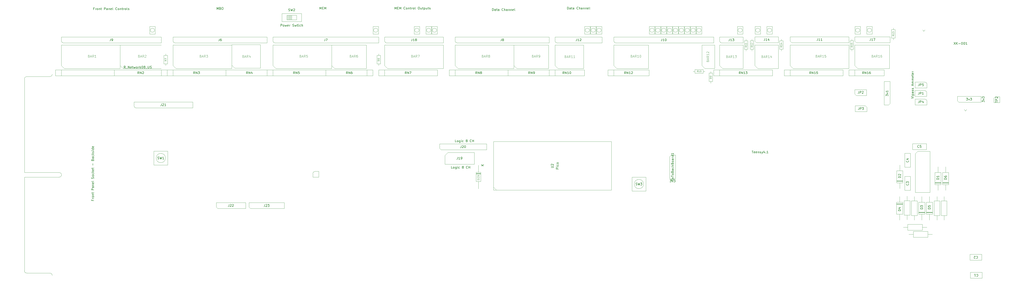
<source format=gbr>
G04 #@! TF.GenerationSoftware,KiCad,Pcbnew,7.0.9*
G04 #@! TF.CreationDate,2024-04-03T04:21:05-05:00*
G04 #@! TF.ProjectId,DG Nova CPU Tester,4447204e-6f76-4612-9043-505520546573,Rev 0*
G04 #@! TF.SameCoordinates,Original*
G04 #@! TF.FileFunction,AssemblyDrawing,Top*
%FSLAX46Y46*%
G04 Gerber Fmt 4.6, Leading zero omitted, Abs format (unit mm)*
G04 Created by KiCad (PCBNEW 7.0.9) date 2024-04-03 04:21:05*
%MOMM*%
%LPD*%
G01*
G04 APERTURE LIST*
%ADD10C,0.150000*%
%ADD11C,0.108000*%
%ADD12C,0.100000*%
%ADD13C,0.120000*%
%ADD14C,0.050000*%
G04 APERTURE END LIST*
D10*
X402396666Y-59017819D02*
X402396666Y-59732104D01*
X402396666Y-59732104D02*
X402349047Y-59874961D01*
X402349047Y-59874961D02*
X402253809Y-59970200D01*
X402253809Y-59970200D02*
X402110952Y-60017819D01*
X402110952Y-60017819D02*
X402015714Y-60017819D01*
X402872857Y-60017819D02*
X402872857Y-59017819D01*
X402872857Y-59017819D02*
X403253809Y-59017819D01*
X403253809Y-59017819D02*
X403349047Y-59065438D01*
X403349047Y-59065438D02*
X403396666Y-59113057D01*
X403396666Y-59113057D02*
X403444285Y-59208295D01*
X403444285Y-59208295D02*
X403444285Y-59351152D01*
X403444285Y-59351152D02*
X403396666Y-59446390D01*
X403396666Y-59446390D02*
X403349047Y-59494009D01*
X403349047Y-59494009D02*
X403253809Y-59541628D01*
X403253809Y-59541628D02*
X402872857Y-59541628D01*
X404301428Y-59351152D02*
X404301428Y-60017819D01*
X404063333Y-58970200D02*
X403825238Y-59684485D01*
X403825238Y-59684485D02*
X404444285Y-59684485D01*
X376356666Y-54953819D02*
X376356666Y-55668104D01*
X376356666Y-55668104D02*
X376309047Y-55810961D01*
X376309047Y-55810961D02*
X376213809Y-55906200D01*
X376213809Y-55906200D02*
X376070952Y-55953819D01*
X376070952Y-55953819D02*
X375975714Y-55953819D01*
X376832857Y-55953819D02*
X376832857Y-54953819D01*
X376832857Y-54953819D02*
X377213809Y-54953819D01*
X377213809Y-54953819D02*
X377309047Y-55001438D01*
X377309047Y-55001438D02*
X377356666Y-55049057D01*
X377356666Y-55049057D02*
X377404285Y-55144295D01*
X377404285Y-55144295D02*
X377404285Y-55287152D01*
X377404285Y-55287152D02*
X377356666Y-55382390D01*
X377356666Y-55382390D02*
X377309047Y-55430009D01*
X377309047Y-55430009D02*
X377213809Y-55477628D01*
X377213809Y-55477628D02*
X376832857Y-55477628D01*
X377785238Y-55049057D02*
X377832857Y-55001438D01*
X377832857Y-55001438D02*
X377928095Y-54953819D01*
X377928095Y-54953819D02*
X378166190Y-54953819D01*
X378166190Y-54953819D02*
X378261428Y-55001438D01*
X378261428Y-55001438D02*
X378309047Y-55049057D01*
X378309047Y-55049057D02*
X378356666Y-55144295D01*
X378356666Y-55144295D02*
X378356666Y-55239533D01*
X378356666Y-55239533D02*
X378309047Y-55382390D01*
X378309047Y-55382390D02*
X377737619Y-55953819D01*
X377737619Y-55953819D02*
X378356666Y-55953819D01*
X104219476Y-103848819D02*
X104219476Y-104563104D01*
X104219476Y-104563104D02*
X104171857Y-104705961D01*
X104171857Y-104705961D02*
X104076619Y-104801200D01*
X104076619Y-104801200D02*
X103933762Y-104848819D01*
X103933762Y-104848819D02*
X103838524Y-104848819D01*
X104648048Y-103944057D02*
X104695667Y-103896438D01*
X104695667Y-103896438D02*
X104790905Y-103848819D01*
X104790905Y-103848819D02*
X105029000Y-103848819D01*
X105029000Y-103848819D02*
X105124238Y-103896438D01*
X105124238Y-103896438D02*
X105171857Y-103944057D01*
X105171857Y-103944057D02*
X105219476Y-104039295D01*
X105219476Y-104039295D02*
X105219476Y-104134533D01*
X105219476Y-104134533D02*
X105171857Y-104277390D01*
X105171857Y-104277390D02*
X104600429Y-104848819D01*
X104600429Y-104848819D02*
X105219476Y-104848819D01*
X105600429Y-103944057D02*
X105648048Y-103896438D01*
X105648048Y-103896438D02*
X105743286Y-103848819D01*
X105743286Y-103848819D02*
X105981381Y-103848819D01*
X105981381Y-103848819D02*
X106076619Y-103896438D01*
X106076619Y-103896438D02*
X106124238Y-103944057D01*
X106124238Y-103944057D02*
X106171857Y-104039295D01*
X106171857Y-104039295D02*
X106171857Y-104134533D01*
X106171857Y-104134533D02*
X106124238Y-104277390D01*
X106124238Y-104277390D02*
X105552810Y-104848819D01*
X105552810Y-104848819D02*
X106171857Y-104848819D01*
X180919523Y-47444819D02*
X180586190Y-46968628D01*
X180348095Y-47444819D02*
X180348095Y-46444819D01*
X180348095Y-46444819D02*
X180729047Y-46444819D01*
X180729047Y-46444819D02*
X180824285Y-46492438D01*
X180824285Y-46492438D02*
X180871904Y-46540057D01*
X180871904Y-46540057D02*
X180919523Y-46635295D01*
X180919523Y-46635295D02*
X180919523Y-46778152D01*
X180919523Y-46778152D02*
X180871904Y-46873390D01*
X180871904Y-46873390D02*
X180824285Y-46921009D01*
X180824285Y-46921009D02*
X180729047Y-46968628D01*
X180729047Y-46968628D02*
X180348095Y-46968628D01*
X181348095Y-47444819D02*
X181348095Y-46444819D01*
X181348095Y-46444819D02*
X181919523Y-47444819D01*
X181919523Y-47444819D02*
X181919523Y-46444819D01*
X182300476Y-46444819D02*
X182967142Y-46444819D01*
X182967142Y-46444819D02*
X182538571Y-47444819D01*
X211399523Y-47444819D02*
X211066190Y-46968628D01*
X210828095Y-47444819D02*
X210828095Y-46444819D01*
X210828095Y-46444819D02*
X211209047Y-46444819D01*
X211209047Y-46444819D02*
X211304285Y-46492438D01*
X211304285Y-46492438D02*
X211351904Y-46540057D01*
X211351904Y-46540057D02*
X211399523Y-46635295D01*
X211399523Y-46635295D02*
X211399523Y-46778152D01*
X211399523Y-46778152D02*
X211351904Y-46873390D01*
X211351904Y-46873390D02*
X211304285Y-46921009D01*
X211304285Y-46921009D02*
X211209047Y-46968628D01*
X211209047Y-46968628D02*
X210828095Y-46968628D01*
X211828095Y-47444819D02*
X211828095Y-46444819D01*
X211828095Y-46444819D02*
X212399523Y-47444819D01*
X212399523Y-47444819D02*
X212399523Y-46444819D01*
X213018571Y-46873390D02*
X212923333Y-46825771D01*
X212923333Y-46825771D02*
X212875714Y-46778152D01*
X212875714Y-46778152D02*
X212828095Y-46682914D01*
X212828095Y-46682914D02*
X212828095Y-46635295D01*
X212828095Y-46635295D02*
X212875714Y-46540057D01*
X212875714Y-46540057D02*
X212923333Y-46492438D01*
X212923333Y-46492438D02*
X213018571Y-46444819D01*
X213018571Y-46444819D02*
X213209047Y-46444819D01*
X213209047Y-46444819D02*
X213304285Y-46492438D01*
X213304285Y-46492438D02*
X213351904Y-46540057D01*
X213351904Y-46540057D02*
X213399523Y-46635295D01*
X213399523Y-46635295D02*
X213399523Y-46682914D01*
X213399523Y-46682914D02*
X213351904Y-46778152D01*
X213351904Y-46778152D02*
X213304285Y-46825771D01*
X213304285Y-46825771D02*
X213209047Y-46873390D01*
X213209047Y-46873390D02*
X213018571Y-46873390D01*
X213018571Y-46873390D02*
X212923333Y-46921009D01*
X212923333Y-46921009D02*
X212875714Y-46968628D01*
X212875714Y-46968628D02*
X212828095Y-47063866D01*
X212828095Y-47063866D02*
X212828095Y-47254342D01*
X212828095Y-47254342D02*
X212875714Y-47349580D01*
X212875714Y-47349580D02*
X212923333Y-47397200D01*
X212923333Y-47397200D02*
X213018571Y-47444819D01*
X213018571Y-47444819D02*
X213209047Y-47444819D01*
X213209047Y-47444819D02*
X213304285Y-47397200D01*
X213304285Y-47397200D02*
X213351904Y-47349580D01*
X213351904Y-47349580D02*
X213399523Y-47254342D01*
X213399523Y-47254342D02*
X213399523Y-47063866D01*
X213399523Y-47063866D02*
X213351904Y-46968628D01*
X213351904Y-46968628D02*
X213304285Y-46921009D01*
X213304285Y-46921009D02*
X213209047Y-46873390D01*
D11*
X391614469Y-30561856D02*
X391271612Y-30801856D01*
X391614469Y-30973285D02*
X390894469Y-30973285D01*
X390894469Y-30973285D02*
X390894469Y-30698999D01*
X390894469Y-30698999D02*
X390928755Y-30630428D01*
X390928755Y-30630428D02*
X390963041Y-30596142D01*
X390963041Y-30596142D02*
X391031612Y-30561856D01*
X391031612Y-30561856D02*
X391134469Y-30561856D01*
X391134469Y-30561856D02*
X391203041Y-30596142D01*
X391203041Y-30596142D02*
X391237326Y-30630428D01*
X391237326Y-30630428D02*
X391271612Y-30698999D01*
X391271612Y-30698999D02*
X391271612Y-30973285D01*
X391614469Y-29876142D02*
X391614469Y-30287571D01*
X391614469Y-30081856D02*
X390894469Y-30081856D01*
X390894469Y-30081856D02*
X390997326Y-30150428D01*
X390997326Y-30150428D02*
X391065898Y-30218999D01*
X391065898Y-30218999D02*
X391100184Y-30287571D01*
X390894469Y-29636142D02*
X390894469Y-29190428D01*
X390894469Y-29190428D02*
X391168755Y-29430428D01*
X391168755Y-29430428D02*
X391168755Y-29327571D01*
X391168755Y-29327571D02*
X391203041Y-29259000D01*
X391203041Y-29259000D02*
X391237326Y-29224714D01*
X391237326Y-29224714D02*
X391305898Y-29190428D01*
X391305898Y-29190428D02*
X391477326Y-29190428D01*
X391477326Y-29190428D02*
X391545898Y-29224714D01*
X391545898Y-29224714D02*
X391580184Y-29259000D01*
X391580184Y-29259000D02*
X391614469Y-29327571D01*
X391614469Y-29327571D02*
X391614469Y-29533285D01*
X391614469Y-29533285D02*
X391580184Y-29601857D01*
X391580184Y-29601857D02*
X391545898Y-29636142D01*
D10*
X402437833Y-79252080D02*
X402390214Y-79299700D01*
X402390214Y-79299700D02*
X402247357Y-79347319D01*
X402247357Y-79347319D02*
X402152119Y-79347319D01*
X402152119Y-79347319D02*
X402009262Y-79299700D01*
X402009262Y-79299700D02*
X401914024Y-79204461D01*
X401914024Y-79204461D02*
X401866405Y-79109223D01*
X401866405Y-79109223D02*
X401818786Y-78918747D01*
X401818786Y-78918747D02*
X401818786Y-78775890D01*
X401818786Y-78775890D02*
X401866405Y-78585414D01*
X401866405Y-78585414D02*
X401914024Y-78490176D01*
X401914024Y-78490176D02*
X402009262Y-78394938D01*
X402009262Y-78394938D02*
X402152119Y-78347319D01*
X402152119Y-78347319D02*
X402247357Y-78347319D01*
X402247357Y-78347319D02*
X402390214Y-78394938D01*
X402390214Y-78394938D02*
X402437833Y-78442557D01*
X403342595Y-78347319D02*
X402866405Y-78347319D01*
X402866405Y-78347319D02*
X402818786Y-78823509D01*
X402818786Y-78823509D02*
X402866405Y-78775890D01*
X402866405Y-78775890D02*
X402961643Y-78728271D01*
X402961643Y-78728271D02*
X403199738Y-78728271D01*
X403199738Y-78728271D02*
X403294976Y-78775890D01*
X403294976Y-78775890D02*
X403342595Y-78823509D01*
X403342595Y-78823509D02*
X403390214Y-78918747D01*
X403390214Y-78918747D02*
X403390214Y-79156842D01*
X403390214Y-79156842D02*
X403342595Y-79252080D01*
X403342595Y-79252080D02*
X403294976Y-79299700D01*
X403294976Y-79299700D02*
X403199738Y-79347319D01*
X403199738Y-79347319D02*
X402961643Y-79347319D01*
X402961643Y-79347319D02*
X402866405Y-79299700D01*
X402866405Y-79299700D02*
X402818786Y-79252080D01*
X119662676Y-103874219D02*
X119662676Y-104588504D01*
X119662676Y-104588504D02*
X119615057Y-104731361D01*
X119615057Y-104731361D02*
X119519819Y-104826600D01*
X119519819Y-104826600D02*
X119376962Y-104874219D01*
X119376962Y-104874219D02*
X119281724Y-104874219D01*
X120091248Y-103969457D02*
X120138867Y-103921838D01*
X120138867Y-103921838D02*
X120234105Y-103874219D01*
X120234105Y-103874219D02*
X120472200Y-103874219D01*
X120472200Y-103874219D02*
X120567438Y-103921838D01*
X120567438Y-103921838D02*
X120615057Y-103969457D01*
X120615057Y-103969457D02*
X120662676Y-104064695D01*
X120662676Y-104064695D02*
X120662676Y-104159933D01*
X120662676Y-104159933D02*
X120615057Y-104302790D01*
X120615057Y-104302790D02*
X120043629Y-104874219D01*
X120043629Y-104874219D02*
X120662676Y-104874219D01*
X120996010Y-103874219D02*
X121615057Y-103874219D01*
X121615057Y-103874219D02*
X121281724Y-104255171D01*
X121281724Y-104255171D02*
X121424581Y-104255171D01*
X121424581Y-104255171D02*
X121519819Y-104302790D01*
X121519819Y-104302790D02*
X121567438Y-104350409D01*
X121567438Y-104350409D02*
X121615057Y-104445647D01*
X121615057Y-104445647D02*
X121615057Y-104683742D01*
X121615057Y-104683742D02*
X121567438Y-104778980D01*
X121567438Y-104778980D02*
X121519819Y-104826600D01*
X121519819Y-104826600D02*
X121424581Y-104874219D01*
X121424581Y-104874219D02*
X121138867Y-104874219D01*
X121138867Y-104874219D02*
X121043629Y-104826600D01*
X121043629Y-104826600D02*
X120996010Y-104778980D01*
X376483666Y-61938819D02*
X376483666Y-62653104D01*
X376483666Y-62653104D02*
X376436047Y-62795961D01*
X376436047Y-62795961D02*
X376340809Y-62891200D01*
X376340809Y-62891200D02*
X376197952Y-62938819D01*
X376197952Y-62938819D02*
X376102714Y-62938819D01*
X376959857Y-62938819D02*
X376959857Y-61938819D01*
X376959857Y-61938819D02*
X377340809Y-61938819D01*
X377340809Y-61938819D02*
X377436047Y-61986438D01*
X377436047Y-61986438D02*
X377483666Y-62034057D01*
X377483666Y-62034057D02*
X377531285Y-62129295D01*
X377531285Y-62129295D02*
X377531285Y-62272152D01*
X377531285Y-62272152D02*
X377483666Y-62367390D01*
X377483666Y-62367390D02*
X377436047Y-62415009D01*
X377436047Y-62415009D02*
X377340809Y-62462628D01*
X377340809Y-62462628D02*
X376959857Y-62462628D01*
X377864619Y-61938819D02*
X378483666Y-61938819D01*
X378483666Y-61938819D02*
X378150333Y-62319771D01*
X378150333Y-62319771D02*
X378293190Y-62319771D01*
X378293190Y-62319771D02*
X378388428Y-62367390D01*
X378388428Y-62367390D02*
X378436047Y-62415009D01*
X378436047Y-62415009D02*
X378483666Y-62510247D01*
X378483666Y-62510247D02*
X378483666Y-62748342D01*
X378483666Y-62748342D02*
X378436047Y-62843580D01*
X378436047Y-62843580D02*
X378388428Y-62891200D01*
X378388428Y-62891200D02*
X378293190Y-62938819D01*
X378293190Y-62938819D02*
X378007476Y-62938819D01*
X378007476Y-62938819D02*
X377912238Y-62891200D01*
X377912238Y-62891200D02*
X377864619Y-62843580D01*
X417489048Y-33744819D02*
X418155714Y-34744819D01*
X418155714Y-33744819D02*
X417489048Y-34744819D01*
X418536667Y-34744819D02*
X418536667Y-33744819D01*
X419108095Y-34744819D02*
X418679524Y-34173390D01*
X419108095Y-33744819D02*
X418536667Y-34316247D01*
X419536667Y-34363866D02*
X420298572Y-34363866D01*
X420965238Y-33744819D02*
X421060476Y-33744819D01*
X421060476Y-33744819D02*
X421155714Y-33792438D01*
X421155714Y-33792438D02*
X421203333Y-33840057D01*
X421203333Y-33840057D02*
X421250952Y-33935295D01*
X421250952Y-33935295D02*
X421298571Y-34125771D01*
X421298571Y-34125771D02*
X421298571Y-34363866D01*
X421298571Y-34363866D02*
X421250952Y-34554342D01*
X421250952Y-34554342D02*
X421203333Y-34649580D01*
X421203333Y-34649580D02*
X421155714Y-34697200D01*
X421155714Y-34697200D02*
X421060476Y-34744819D01*
X421060476Y-34744819D02*
X420965238Y-34744819D01*
X420965238Y-34744819D02*
X420870000Y-34697200D01*
X420870000Y-34697200D02*
X420822381Y-34649580D01*
X420822381Y-34649580D02*
X420774762Y-34554342D01*
X420774762Y-34554342D02*
X420727143Y-34363866D01*
X420727143Y-34363866D02*
X420727143Y-34125771D01*
X420727143Y-34125771D02*
X420774762Y-33935295D01*
X420774762Y-33935295D02*
X420822381Y-33840057D01*
X420822381Y-33840057D02*
X420870000Y-33792438D01*
X420870000Y-33792438D02*
X420965238Y-33744819D01*
X421917619Y-33744819D02*
X422012857Y-33744819D01*
X422012857Y-33744819D02*
X422108095Y-33792438D01*
X422108095Y-33792438D02*
X422155714Y-33840057D01*
X422155714Y-33840057D02*
X422203333Y-33935295D01*
X422203333Y-33935295D02*
X422250952Y-34125771D01*
X422250952Y-34125771D02*
X422250952Y-34363866D01*
X422250952Y-34363866D02*
X422203333Y-34554342D01*
X422203333Y-34554342D02*
X422155714Y-34649580D01*
X422155714Y-34649580D02*
X422108095Y-34697200D01*
X422108095Y-34697200D02*
X422012857Y-34744819D01*
X422012857Y-34744819D02*
X421917619Y-34744819D01*
X421917619Y-34744819D02*
X421822381Y-34697200D01*
X421822381Y-34697200D02*
X421774762Y-34649580D01*
X421774762Y-34649580D02*
X421727143Y-34554342D01*
X421727143Y-34554342D02*
X421679524Y-34363866D01*
X421679524Y-34363866D02*
X421679524Y-34125771D01*
X421679524Y-34125771D02*
X421727143Y-33935295D01*
X421727143Y-33935295D02*
X421774762Y-33840057D01*
X421774762Y-33840057D02*
X421822381Y-33792438D01*
X421822381Y-33792438D02*
X421917619Y-33744819D01*
X423203333Y-34744819D02*
X422631905Y-34744819D01*
X422917619Y-34744819D02*
X422917619Y-33744819D01*
X422917619Y-33744819D02*
X422822381Y-33887676D01*
X422822381Y-33887676D02*
X422727143Y-33982914D01*
X422727143Y-33982914D02*
X422631905Y-34030533D01*
D12*
X91946666Y-39748609D02*
X92089523Y-39796228D01*
X92089523Y-39796228D02*
X92137142Y-39843847D01*
X92137142Y-39843847D02*
X92184761Y-39939085D01*
X92184761Y-39939085D02*
X92184761Y-40081942D01*
X92184761Y-40081942D02*
X92137142Y-40177180D01*
X92137142Y-40177180D02*
X92089523Y-40224800D01*
X92089523Y-40224800D02*
X91994285Y-40272419D01*
X91994285Y-40272419D02*
X91613333Y-40272419D01*
X91613333Y-40272419D02*
X91613333Y-39272419D01*
X91613333Y-39272419D02*
X91946666Y-39272419D01*
X91946666Y-39272419D02*
X92041904Y-39320038D01*
X92041904Y-39320038D02*
X92089523Y-39367657D01*
X92089523Y-39367657D02*
X92137142Y-39462895D01*
X92137142Y-39462895D02*
X92137142Y-39558133D01*
X92137142Y-39558133D02*
X92089523Y-39653371D01*
X92089523Y-39653371D02*
X92041904Y-39700990D01*
X92041904Y-39700990D02*
X91946666Y-39748609D01*
X91946666Y-39748609D02*
X91613333Y-39748609D01*
X92565714Y-39986704D02*
X93041904Y-39986704D01*
X92470476Y-40272419D02*
X92803809Y-39272419D01*
X92803809Y-39272419D02*
X93137142Y-40272419D01*
X94041904Y-40272419D02*
X93708571Y-39796228D01*
X93470476Y-40272419D02*
X93470476Y-39272419D01*
X93470476Y-39272419D02*
X93851428Y-39272419D01*
X93851428Y-39272419D02*
X93946666Y-39320038D01*
X93946666Y-39320038D02*
X93994285Y-39367657D01*
X93994285Y-39367657D02*
X94041904Y-39462895D01*
X94041904Y-39462895D02*
X94041904Y-39605752D01*
X94041904Y-39605752D02*
X93994285Y-39700990D01*
X93994285Y-39700990D02*
X93946666Y-39748609D01*
X93946666Y-39748609D02*
X93851428Y-39796228D01*
X93851428Y-39796228D02*
X93470476Y-39796228D01*
X94375238Y-39272419D02*
X94994285Y-39272419D01*
X94994285Y-39272419D02*
X94660952Y-39653371D01*
X94660952Y-39653371D02*
X94803809Y-39653371D01*
X94803809Y-39653371D02*
X94899047Y-39700990D01*
X94899047Y-39700990D02*
X94946666Y-39748609D01*
X94946666Y-39748609D02*
X94994285Y-39843847D01*
X94994285Y-39843847D02*
X94994285Y-40081942D01*
X94994285Y-40081942D02*
X94946666Y-40177180D01*
X94946666Y-40177180D02*
X94899047Y-40224800D01*
X94899047Y-40224800D02*
X94803809Y-40272419D01*
X94803809Y-40272419D02*
X94518095Y-40272419D01*
X94518095Y-40272419D02*
X94422857Y-40224800D01*
X94422857Y-40224800D02*
X94375238Y-40177180D01*
D10*
X294719524Y-93224819D02*
X295338571Y-93224819D01*
X295338571Y-93224819D02*
X295005238Y-93605771D01*
X295005238Y-93605771D02*
X295148095Y-93605771D01*
X295148095Y-93605771D02*
X295243333Y-93653390D01*
X295243333Y-93653390D02*
X295290952Y-93701009D01*
X295290952Y-93701009D02*
X295338571Y-93796247D01*
X295338571Y-93796247D02*
X295338571Y-94034342D01*
X295338571Y-94034342D02*
X295290952Y-94129580D01*
X295290952Y-94129580D02*
X295243333Y-94177200D01*
X295243333Y-94177200D02*
X295148095Y-94224819D01*
X295148095Y-94224819D02*
X294862381Y-94224819D01*
X294862381Y-94224819D02*
X294767143Y-94177200D01*
X294767143Y-94177200D02*
X294719524Y-94129580D01*
X295671905Y-93558152D02*
X295910000Y-94224819D01*
X295910000Y-94224819D02*
X296148095Y-93558152D01*
X296433810Y-93224819D02*
X297052857Y-93224819D01*
X297052857Y-93224819D02*
X296719524Y-93605771D01*
X296719524Y-93605771D02*
X296862381Y-93605771D01*
X296862381Y-93605771D02*
X296957619Y-93653390D01*
X296957619Y-93653390D02*
X297005238Y-93701009D01*
X297005238Y-93701009D02*
X297052857Y-93796247D01*
X297052857Y-93796247D02*
X297052857Y-94034342D01*
X297052857Y-94034342D02*
X297005238Y-94129580D01*
X297005238Y-94129580D02*
X296957619Y-94177200D01*
X296957619Y-94177200D02*
X296862381Y-94224819D01*
X296862381Y-94224819D02*
X296576667Y-94224819D01*
X296576667Y-94224819D02*
X296481429Y-94177200D01*
X296481429Y-94177200D02*
X296433810Y-94129580D01*
X295364819Y-93034762D02*
X295364819Y-93510952D01*
X295364819Y-93510952D02*
X295841009Y-93558571D01*
X295841009Y-93558571D02*
X295793390Y-93510952D01*
X295793390Y-93510952D02*
X295745771Y-93415714D01*
X295745771Y-93415714D02*
X295745771Y-93177619D01*
X295745771Y-93177619D02*
X295793390Y-93082381D01*
X295793390Y-93082381D02*
X295841009Y-93034762D01*
X295841009Y-93034762D02*
X295936247Y-92987143D01*
X295936247Y-92987143D02*
X296174342Y-92987143D01*
X296174342Y-92987143D02*
X296269580Y-93034762D01*
X296269580Y-93034762D02*
X296317200Y-93082381D01*
X296317200Y-93082381D02*
X296364819Y-93177619D01*
X296364819Y-93177619D02*
X296364819Y-93415714D01*
X296364819Y-93415714D02*
X296317200Y-93510952D01*
X296317200Y-93510952D02*
X296269580Y-93558571D01*
X295698152Y-92653809D02*
X296364819Y-92415714D01*
X296364819Y-92415714D02*
X295698152Y-92177619D01*
X295364819Y-91939523D02*
X295364819Y-91368095D01*
X296364819Y-91653809D02*
X295364819Y-91653809D01*
X296364819Y-90891904D02*
X296317200Y-90987142D01*
X296317200Y-90987142D02*
X296269580Y-91034761D01*
X296269580Y-91034761D02*
X296174342Y-91082380D01*
X296174342Y-91082380D02*
X295888628Y-91082380D01*
X295888628Y-91082380D02*
X295793390Y-91034761D01*
X295793390Y-91034761D02*
X295745771Y-90987142D01*
X295745771Y-90987142D02*
X295698152Y-90891904D01*
X295698152Y-90891904D02*
X295698152Y-90749047D01*
X295698152Y-90749047D02*
X295745771Y-90653809D01*
X295745771Y-90653809D02*
X295793390Y-90606190D01*
X295793390Y-90606190D02*
X295888628Y-90558571D01*
X295888628Y-90558571D02*
X296174342Y-90558571D01*
X296174342Y-90558571D02*
X296269580Y-90606190D01*
X296269580Y-90606190D02*
X296317200Y-90653809D01*
X296317200Y-90653809D02*
X296364819Y-90749047D01*
X296364819Y-90749047D02*
X296364819Y-90891904D01*
X295841009Y-89796666D02*
X295888628Y-89653809D01*
X295888628Y-89653809D02*
X295936247Y-89606190D01*
X295936247Y-89606190D02*
X296031485Y-89558571D01*
X296031485Y-89558571D02*
X296174342Y-89558571D01*
X296174342Y-89558571D02*
X296269580Y-89606190D01*
X296269580Y-89606190D02*
X296317200Y-89653809D01*
X296317200Y-89653809D02*
X296364819Y-89749047D01*
X296364819Y-89749047D02*
X296364819Y-90129999D01*
X296364819Y-90129999D02*
X295364819Y-90129999D01*
X295364819Y-90129999D02*
X295364819Y-89796666D01*
X295364819Y-89796666D02*
X295412438Y-89701428D01*
X295412438Y-89701428D02*
X295460057Y-89653809D01*
X295460057Y-89653809D02*
X295555295Y-89606190D01*
X295555295Y-89606190D02*
X295650533Y-89606190D01*
X295650533Y-89606190D02*
X295745771Y-89653809D01*
X295745771Y-89653809D02*
X295793390Y-89701428D01*
X295793390Y-89701428D02*
X295841009Y-89796666D01*
X295841009Y-89796666D02*
X295841009Y-90129999D01*
X296364819Y-88701428D02*
X295841009Y-88701428D01*
X295841009Y-88701428D02*
X295745771Y-88749047D01*
X295745771Y-88749047D02*
X295698152Y-88844285D01*
X295698152Y-88844285D02*
X295698152Y-89034761D01*
X295698152Y-89034761D02*
X295745771Y-89129999D01*
X296317200Y-88701428D02*
X296364819Y-88796666D01*
X296364819Y-88796666D02*
X296364819Y-89034761D01*
X296364819Y-89034761D02*
X296317200Y-89129999D01*
X296317200Y-89129999D02*
X296221961Y-89177618D01*
X296221961Y-89177618D02*
X296126723Y-89177618D01*
X296126723Y-89177618D02*
X296031485Y-89129999D01*
X296031485Y-89129999D02*
X295983866Y-89034761D01*
X295983866Y-89034761D02*
X295983866Y-88796666D01*
X295983866Y-88796666D02*
X295936247Y-88701428D01*
X296317200Y-87796666D02*
X296364819Y-87891904D01*
X296364819Y-87891904D02*
X296364819Y-88082380D01*
X296364819Y-88082380D02*
X296317200Y-88177618D01*
X296317200Y-88177618D02*
X296269580Y-88225237D01*
X296269580Y-88225237D02*
X296174342Y-88272856D01*
X296174342Y-88272856D02*
X295888628Y-88272856D01*
X295888628Y-88272856D02*
X295793390Y-88225237D01*
X295793390Y-88225237D02*
X295745771Y-88177618D01*
X295745771Y-88177618D02*
X295698152Y-88082380D01*
X295698152Y-88082380D02*
X295698152Y-87891904D01*
X295698152Y-87891904D02*
X295745771Y-87796666D01*
X296364819Y-87368094D02*
X295364819Y-87368094D01*
X295983866Y-87272856D02*
X296364819Y-86987142D01*
X295698152Y-86987142D02*
X296079104Y-87368094D01*
X295841009Y-86225237D02*
X295888628Y-86082380D01*
X295888628Y-86082380D02*
X295936247Y-86034761D01*
X295936247Y-86034761D02*
X296031485Y-85987142D01*
X296031485Y-85987142D02*
X296174342Y-85987142D01*
X296174342Y-85987142D02*
X296269580Y-86034761D01*
X296269580Y-86034761D02*
X296317200Y-86082380D01*
X296317200Y-86082380D02*
X296364819Y-86177618D01*
X296364819Y-86177618D02*
X296364819Y-86558570D01*
X296364819Y-86558570D02*
X295364819Y-86558570D01*
X295364819Y-86558570D02*
X295364819Y-86225237D01*
X295364819Y-86225237D02*
X295412438Y-86129999D01*
X295412438Y-86129999D02*
X295460057Y-86082380D01*
X295460057Y-86082380D02*
X295555295Y-86034761D01*
X295555295Y-86034761D02*
X295650533Y-86034761D01*
X295650533Y-86034761D02*
X295745771Y-86082380D01*
X295745771Y-86082380D02*
X295793390Y-86129999D01*
X295793390Y-86129999D02*
X295841009Y-86225237D01*
X295841009Y-86225237D02*
X295841009Y-86558570D01*
X296364819Y-85415713D02*
X296317200Y-85510951D01*
X296317200Y-85510951D02*
X296269580Y-85558570D01*
X296269580Y-85558570D02*
X296174342Y-85606189D01*
X296174342Y-85606189D02*
X295888628Y-85606189D01*
X295888628Y-85606189D02*
X295793390Y-85558570D01*
X295793390Y-85558570D02*
X295745771Y-85510951D01*
X295745771Y-85510951D02*
X295698152Y-85415713D01*
X295698152Y-85415713D02*
X295698152Y-85272856D01*
X295698152Y-85272856D02*
X295745771Y-85177618D01*
X295745771Y-85177618D02*
X295793390Y-85129999D01*
X295793390Y-85129999D02*
X295888628Y-85082380D01*
X295888628Y-85082380D02*
X296174342Y-85082380D01*
X296174342Y-85082380D02*
X296269580Y-85129999D01*
X296269580Y-85129999D02*
X296317200Y-85177618D01*
X296317200Y-85177618D02*
X296364819Y-85272856D01*
X296364819Y-85272856D02*
X296364819Y-85415713D01*
X296364819Y-84225237D02*
X295841009Y-84225237D01*
X295841009Y-84225237D02*
X295745771Y-84272856D01*
X295745771Y-84272856D02*
X295698152Y-84368094D01*
X295698152Y-84368094D02*
X295698152Y-84558570D01*
X295698152Y-84558570D02*
X295745771Y-84653808D01*
X296317200Y-84225237D02*
X296364819Y-84320475D01*
X296364819Y-84320475D02*
X296364819Y-84558570D01*
X296364819Y-84558570D02*
X296317200Y-84653808D01*
X296317200Y-84653808D02*
X296221961Y-84701427D01*
X296221961Y-84701427D02*
X296126723Y-84701427D01*
X296126723Y-84701427D02*
X296031485Y-84653808D01*
X296031485Y-84653808D02*
X295983866Y-84558570D01*
X295983866Y-84558570D02*
X295983866Y-84320475D01*
X295983866Y-84320475D02*
X295936247Y-84225237D01*
X296364819Y-83749046D02*
X295698152Y-83749046D01*
X295888628Y-83749046D02*
X295793390Y-83701427D01*
X295793390Y-83701427D02*
X295745771Y-83653808D01*
X295745771Y-83653808D02*
X295698152Y-83558570D01*
X295698152Y-83558570D02*
X295698152Y-83463332D01*
X296364819Y-82701427D02*
X295364819Y-82701427D01*
X296317200Y-82701427D02*
X296364819Y-82796665D01*
X296364819Y-82796665D02*
X296364819Y-82987141D01*
X296364819Y-82987141D02*
X296317200Y-83082379D01*
X296317200Y-83082379D02*
X296269580Y-83129998D01*
X296269580Y-83129998D02*
X296174342Y-83177617D01*
X296174342Y-83177617D02*
X295888628Y-83177617D01*
X295888628Y-83177617D02*
X295793390Y-83129998D01*
X295793390Y-83129998D02*
X295745771Y-83082379D01*
X295745771Y-83082379D02*
X295698152Y-82987141D01*
X295698152Y-82987141D02*
X295698152Y-82796665D01*
X295698152Y-82796665D02*
X295745771Y-82701427D01*
X296364819Y-81701427D02*
X296364819Y-82272855D01*
X296364819Y-81987141D02*
X295364819Y-81987141D01*
X295364819Y-81987141D02*
X295507676Y-82082379D01*
X295507676Y-82082379D02*
X295602914Y-82177617D01*
X295602914Y-82177617D02*
X295650533Y-82272855D01*
D11*
X327987469Y-35387856D02*
X327644612Y-35627856D01*
X327987469Y-35799285D02*
X327267469Y-35799285D01*
X327267469Y-35799285D02*
X327267469Y-35524999D01*
X327267469Y-35524999D02*
X327301755Y-35456428D01*
X327301755Y-35456428D02*
X327336041Y-35422142D01*
X327336041Y-35422142D02*
X327404612Y-35387856D01*
X327404612Y-35387856D02*
X327507469Y-35387856D01*
X327507469Y-35387856D02*
X327576041Y-35422142D01*
X327576041Y-35422142D02*
X327610326Y-35456428D01*
X327610326Y-35456428D02*
X327644612Y-35524999D01*
X327644612Y-35524999D02*
X327644612Y-35799285D01*
X327987469Y-34702142D02*
X327987469Y-35113571D01*
X327987469Y-34907856D02*
X327267469Y-34907856D01*
X327267469Y-34907856D02*
X327370326Y-34976428D01*
X327370326Y-34976428D02*
X327438898Y-35044999D01*
X327438898Y-35044999D02*
X327473184Y-35113571D01*
X327987469Y-34016428D02*
X327987469Y-34427857D01*
X327987469Y-34222142D02*
X327267469Y-34222142D01*
X327267469Y-34222142D02*
X327370326Y-34290714D01*
X327370326Y-34290714D02*
X327438898Y-34359285D01*
X327438898Y-34359285D02*
X327473184Y-34427857D01*
D10*
X358600476Y-32093819D02*
X358600476Y-32808104D01*
X358600476Y-32808104D02*
X358552857Y-32950961D01*
X358552857Y-32950961D02*
X358457619Y-33046200D01*
X358457619Y-33046200D02*
X358314762Y-33093819D01*
X358314762Y-33093819D02*
X358219524Y-33093819D01*
X359600476Y-33093819D02*
X359029048Y-33093819D01*
X359314762Y-33093819D02*
X359314762Y-32093819D01*
X359314762Y-32093819D02*
X359219524Y-32236676D01*
X359219524Y-32236676D02*
X359124286Y-32331914D01*
X359124286Y-32331914D02*
X359029048Y-32379533D01*
X360552857Y-33093819D02*
X359981429Y-33093819D01*
X360267143Y-33093819D02*
X360267143Y-32093819D01*
X360267143Y-32093819D02*
X360171905Y-32236676D01*
X360171905Y-32236676D02*
X360076667Y-32331914D01*
X360076667Y-32331914D02*
X359981429Y-32379533D01*
X394493819Y-106665094D02*
X393493819Y-106665094D01*
X393493819Y-106665094D02*
X393493819Y-106426999D01*
X393493819Y-106426999D02*
X393541438Y-106284142D01*
X393541438Y-106284142D02*
X393636676Y-106188904D01*
X393636676Y-106188904D02*
X393731914Y-106141285D01*
X393731914Y-106141285D02*
X393922390Y-106093666D01*
X393922390Y-106093666D02*
X394065247Y-106093666D01*
X394065247Y-106093666D02*
X394255723Y-106141285D01*
X394255723Y-106141285D02*
X394350961Y-106188904D01*
X394350961Y-106188904D02*
X394446200Y-106284142D01*
X394446200Y-106284142D02*
X394493819Y-106426999D01*
X394493819Y-106426999D02*
X394493819Y-106665094D01*
X393827152Y-105236523D02*
X394493819Y-105236523D01*
X393446200Y-105474618D02*
X394160485Y-105712713D01*
X394160485Y-105712713D02*
X394160485Y-105093666D01*
D12*
X319500476Y-39938609D02*
X319643333Y-39986228D01*
X319643333Y-39986228D02*
X319690952Y-40033847D01*
X319690952Y-40033847D02*
X319738571Y-40129085D01*
X319738571Y-40129085D02*
X319738571Y-40271942D01*
X319738571Y-40271942D02*
X319690952Y-40367180D01*
X319690952Y-40367180D02*
X319643333Y-40414800D01*
X319643333Y-40414800D02*
X319548095Y-40462419D01*
X319548095Y-40462419D02*
X319167143Y-40462419D01*
X319167143Y-40462419D02*
X319167143Y-39462419D01*
X319167143Y-39462419D02*
X319500476Y-39462419D01*
X319500476Y-39462419D02*
X319595714Y-39510038D01*
X319595714Y-39510038D02*
X319643333Y-39557657D01*
X319643333Y-39557657D02*
X319690952Y-39652895D01*
X319690952Y-39652895D02*
X319690952Y-39748133D01*
X319690952Y-39748133D02*
X319643333Y-39843371D01*
X319643333Y-39843371D02*
X319595714Y-39890990D01*
X319595714Y-39890990D02*
X319500476Y-39938609D01*
X319500476Y-39938609D02*
X319167143Y-39938609D01*
X320119524Y-40176704D02*
X320595714Y-40176704D01*
X320024286Y-40462419D02*
X320357619Y-39462419D01*
X320357619Y-39462419D02*
X320690952Y-40462419D01*
X321595714Y-40462419D02*
X321262381Y-39986228D01*
X321024286Y-40462419D02*
X321024286Y-39462419D01*
X321024286Y-39462419D02*
X321405238Y-39462419D01*
X321405238Y-39462419D02*
X321500476Y-39510038D01*
X321500476Y-39510038D02*
X321548095Y-39557657D01*
X321548095Y-39557657D02*
X321595714Y-39652895D01*
X321595714Y-39652895D02*
X321595714Y-39795752D01*
X321595714Y-39795752D02*
X321548095Y-39890990D01*
X321548095Y-39890990D02*
X321500476Y-39938609D01*
X321500476Y-39938609D02*
X321405238Y-39986228D01*
X321405238Y-39986228D02*
X321024286Y-39986228D01*
X322548095Y-40462419D02*
X321976667Y-40462419D01*
X322262381Y-40462419D02*
X322262381Y-39462419D01*
X322262381Y-39462419D02*
X322167143Y-39605276D01*
X322167143Y-39605276D02*
X322071905Y-39700514D01*
X322071905Y-39700514D02*
X321976667Y-39748133D01*
X322881429Y-39462419D02*
X323500476Y-39462419D01*
X323500476Y-39462419D02*
X323167143Y-39843371D01*
X323167143Y-39843371D02*
X323310000Y-39843371D01*
X323310000Y-39843371D02*
X323405238Y-39890990D01*
X323405238Y-39890990D02*
X323452857Y-39938609D01*
X323452857Y-39938609D02*
X323500476Y-40033847D01*
X323500476Y-40033847D02*
X323500476Y-40271942D01*
X323500476Y-40271942D02*
X323452857Y-40367180D01*
X323452857Y-40367180D02*
X323405238Y-40414800D01*
X323405238Y-40414800D02*
X323310000Y-40462419D01*
X323310000Y-40462419D02*
X323024286Y-40462419D01*
X323024286Y-40462419D02*
X322929048Y-40414800D01*
X322929048Y-40414800D02*
X322881429Y-40367180D01*
D10*
X59436665Y-45044819D02*
X59103332Y-44568628D01*
X58865237Y-45044819D02*
X58865237Y-44044819D01*
X58865237Y-44044819D02*
X59246189Y-44044819D01*
X59246189Y-44044819D02*
X59341427Y-44092438D01*
X59341427Y-44092438D02*
X59389046Y-44140057D01*
X59389046Y-44140057D02*
X59436665Y-44235295D01*
X59436665Y-44235295D02*
X59436665Y-44378152D01*
X59436665Y-44378152D02*
X59389046Y-44473390D01*
X59389046Y-44473390D02*
X59341427Y-44521009D01*
X59341427Y-44521009D02*
X59246189Y-44568628D01*
X59246189Y-44568628D02*
X58865237Y-44568628D01*
X59627142Y-45140057D02*
X60389046Y-45140057D01*
X60627142Y-45044819D02*
X60627142Y-44044819D01*
X60627142Y-44044819D02*
X61198570Y-45044819D01*
X61198570Y-45044819D02*
X61198570Y-44044819D01*
X62055713Y-44997200D02*
X61960475Y-45044819D01*
X61960475Y-45044819D02*
X61769999Y-45044819D01*
X61769999Y-45044819D02*
X61674761Y-44997200D01*
X61674761Y-44997200D02*
X61627142Y-44901961D01*
X61627142Y-44901961D02*
X61627142Y-44521009D01*
X61627142Y-44521009D02*
X61674761Y-44425771D01*
X61674761Y-44425771D02*
X61769999Y-44378152D01*
X61769999Y-44378152D02*
X61960475Y-44378152D01*
X61960475Y-44378152D02*
X62055713Y-44425771D01*
X62055713Y-44425771D02*
X62103332Y-44521009D01*
X62103332Y-44521009D02*
X62103332Y-44616247D01*
X62103332Y-44616247D02*
X61627142Y-44711485D01*
X62389047Y-44378152D02*
X62769999Y-44378152D01*
X62531904Y-44044819D02*
X62531904Y-44901961D01*
X62531904Y-44901961D02*
X62579523Y-44997200D01*
X62579523Y-44997200D02*
X62674761Y-45044819D01*
X62674761Y-45044819D02*
X62769999Y-45044819D01*
X63008095Y-44378152D02*
X63198571Y-45044819D01*
X63198571Y-45044819D02*
X63389047Y-44568628D01*
X63389047Y-44568628D02*
X63579523Y-45044819D01*
X63579523Y-45044819D02*
X63769999Y-44378152D01*
X64293809Y-45044819D02*
X64198571Y-44997200D01*
X64198571Y-44997200D02*
X64150952Y-44949580D01*
X64150952Y-44949580D02*
X64103333Y-44854342D01*
X64103333Y-44854342D02*
X64103333Y-44568628D01*
X64103333Y-44568628D02*
X64150952Y-44473390D01*
X64150952Y-44473390D02*
X64198571Y-44425771D01*
X64198571Y-44425771D02*
X64293809Y-44378152D01*
X64293809Y-44378152D02*
X64436666Y-44378152D01*
X64436666Y-44378152D02*
X64531904Y-44425771D01*
X64531904Y-44425771D02*
X64579523Y-44473390D01*
X64579523Y-44473390D02*
X64627142Y-44568628D01*
X64627142Y-44568628D02*
X64627142Y-44854342D01*
X64627142Y-44854342D02*
X64579523Y-44949580D01*
X64579523Y-44949580D02*
X64531904Y-44997200D01*
X64531904Y-44997200D02*
X64436666Y-45044819D01*
X64436666Y-45044819D02*
X64293809Y-45044819D01*
X65055714Y-45044819D02*
X65055714Y-44378152D01*
X65055714Y-44568628D02*
X65103333Y-44473390D01*
X65103333Y-44473390D02*
X65150952Y-44425771D01*
X65150952Y-44425771D02*
X65246190Y-44378152D01*
X65246190Y-44378152D02*
X65341428Y-44378152D01*
X65674762Y-45044819D02*
X65674762Y-44044819D01*
X65770000Y-44663866D02*
X66055714Y-45044819D01*
X66055714Y-44378152D02*
X65674762Y-44759104D01*
X66674762Y-44044819D02*
X66770000Y-44044819D01*
X66770000Y-44044819D02*
X66865238Y-44092438D01*
X66865238Y-44092438D02*
X66912857Y-44140057D01*
X66912857Y-44140057D02*
X66960476Y-44235295D01*
X66960476Y-44235295D02*
X67008095Y-44425771D01*
X67008095Y-44425771D02*
X67008095Y-44663866D01*
X67008095Y-44663866D02*
X66960476Y-44854342D01*
X66960476Y-44854342D02*
X66912857Y-44949580D01*
X66912857Y-44949580D02*
X66865238Y-44997200D01*
X66865238Y-44997200D02*
X66770000Y-45044819D01*
X66770000Y-45044819D02*
X66674762Y-45044819D01*
X66674762Y-45044819D02*
X66579524Y-44997200D01*
X66579524Y-44997200D02*
X66531905Y-44949580D01*
X66531905Y-44949580D02*
X66484286Y-44854342D01*
X66484286Y-44854342D02*
X66436667Y-44663866D01*
X66436667Y-44663866D02*
X66436667Y-44425771D01*
X66436667Y-44425771D02*
X66484286Y-44235295D01*
X66484286Y-44235295D02*
X66531905Y-44140057D01*
X66531905Y-44140057D02*
X66579524Y-44092438D01*
X66579524Y-44092438D02*
X66674762Y-44044819D01*
X67579524Y-44473390D02*
X67484286Y-44425771D01*
X67484286Y-44425771D02*
X67436667Y-44378152D01*
X67436667Y-44378152D02*
X67389048Y-44282914D01*
X67389048Y-44282914D02*
X67389048Y-44235295D01*
X67389048Y-44235295D02*
X67436667Y-44140057D01*
X67436667Y-44140057D02*
X67484286Y-44092438D01*
X67484286Y-44092438D02*
X67579524Y-44044819D01*
X67579524Y-44044819D02*
X67770000Y-44044819D01*
X67770000Y-44044819D02*
X67865238Y-44092438D01*
X67865238Y-44092438D02*
X67912857Y-44140057D01*
X67912857Y-44140057D02*
X67960476Y-44235295D01*
X67960476Y-44235295D02*
X67960476Y-44282914D01*
X67960476Y-44282914D02*
X67912857Y-44378152D01*
X67912857Y-44378152D02*
X67865238Y-44425771D01*
X67865238Y-44425771D02*
X67770000Y-44473390D01*
X67770000Y-44473390D02*
X67579524Y-44473390D01*
X67579524Y-44473390D02*
X67484286Y-44521009D01*
X67484286Y-44521009D02*
X67436667Y-44568628D01*
X67436667Y-44568628D02*
X67389048Y-44663866D01*
X67389048Y-44663866D02*
X67389048Y-44854342D01*
X67389048Y-44854342D02*
X67436667Y-44949580D01*
X67436667Y-44949580D02*
X67484286Y-44997200D01*
X67484286Y-44997200D02*
X67579524Y-45044819D01*
X67579524Y-45044819D02*
X67770000Y-45044819D01*
X67770000Y-45044819D02*
X67865238Y-44997200D01*
X67865238Y-44997200D02*
X67912857Y-44949580D01*
X67912857Y-44949580D02*
X67960476Y-44854342D01*
X67960476Y-44854342D02*
X67960476Y-44663866D01*
X67960476Y-44663866D02*
X67912857Y-44568628D01*
X67912857Y-44568628D02*
X67865238Y-44521009D01*
X67865238Y-44521009D02*
X67770000Y-44473390D01*
X68150953Y-45140057D02*
X68912857Y-45140057D01*
X69150953Y-44044819D02*
X69150953Y-44854342D01*
X69150953Y-44854342D02*
X69198572Y-44949580D01*
X69198572Y-44949580D02*
X69246191Y-44997200D01*
X69246191Y-44997200D02*
X69341429Y-45044819D01*
X69341429Y-45044819D02*
X69531905Y-45044819D01*
X69531905Y-45044819D02*
X69627143Y-44997200D01*
X69627143Y-44997200D02*
X69674762Y-44949580D01*
X69674762Y-44949580D02*
X69722381Y-44854342D01*
X69722381Y-44854342D02*
X69722381Y-44044819D01*
X70150953Y-44997200D02*
X70293810Y-45044819D01*
X70293810Y-45044819D02*
X70531905Y-45044819D01*
X70531905Y-45044819D02*
X70627143Y-44997200D01*
X70627143Y-44997200D02*
X70674762Y-44949580D01*
X70674762Y-44949580D02*
X70722381Y-44854342D01*
X70722381Y-44854342D02*
X70722381Y-44759104D01*
X70722381Y-44759104D02*
X70674762Y-44663866D01*
X70674762Y-44663866D02*
X70627143Y-44616247D01*
X70627143Y-44616247D02*
X70531905Y-44568628D01*
X70531905Y-44568628D02*
X70341429Y-44521009D01*
X70341429Y-44521009D02*
X70246191Y-44473390D01*
X70246191Y-44473390D02*
X70198572Y-44425771D01*
X70198572Y-44425771D02*
X70150953Y-44330533D01*
X70150953Y-44330533D02*
X70150953Y-44235295D01*
X70150953Y-44235295D02*
X70198572Y-44140057D01*
X70198572Y-44140057D02*
X70246191Y-44092438D01*
X70246191Y-44092438D02*
X70341429Y-44044819D01*
X70341429Y-44044819D02*
X70579524Y-44044819D01*
X70579524Y-44044819D02*
X70722381Y-44092438D01*
X65349523Y-47444819D02*
X65016190Y-46968628D01*
X64778095Y-47444819D02*
X64778095Y-46444819D01*
X64778095Y-46444819D02*
X65159047Y-46444819D01*
X65159047Y-46444819D02*
X65254285Y-46492438D01*
X65254285Y-46492438D02*
X65301904Y-46540057D01*
X65301904Y-46540057D02*
X65349523Y-46635295D01*
X65349523Y-46635295D02*
X65349523Y-46778152D01*
X65349523Y-46778152D02*
X65301904Y-46873390D01*
X65301904Y-46873390D02*
X65254285Y-46921009D01*
X65254285Y-46921009D02*
X65159047Y-46968628D01*
X65159047Y-46968628D02*
X64778095Y-46968628D01*
X65778095Y-47444819D02*
X65778095Y-46444819D01*
X65778095Y-46444819D02*
X66349523Y-47444819D01*
X66349523Y-47444819D02*
X66349523Y-46444819D01*
X66778095Y-46540057D02*
X66825714Y-46492438D01*
X66825714Y-46492438D02*
X66920952Y-46444819D01*
X66920952Y-46444819D02*
X67159047Y-46444819D01*
X67159047Y-46444819D02*
X67254285Y-46492438D01*
X67254285Y-46492438D02*
X67301904Y-46540057D01*
X67301904Y-46540057D02*
X67349523Y-46635295D01*
X67349523Y-46635295D02*
X67349523Y-46730533D01*
X67349523Y-46730533D02*
X67301904Y-46873390D01*
X67301904Y-46873390D02*
X66730476Y-47444819D01*
X66730476Y-47444819D02*
X67349523Y-47444819D01*
D12*
X311083609Y-41814523D02*
X311131228Y-41671666D01*
X311131228Y-41671666D02*
X311178847Y-41624047D01*
X311178847Y-41624047D02*
X311274085Y-41576428D01*
X311274085Y-41576428D02*
X311416942Y-41576428D01*
X311416942Y-41576428D02*
X311512180Y-41624047D01*
X311512180Y-41624047D02*
X311559800Y-41671666D01*
X311559800Y-41671666D02*
X311607419Y-41766904D01*
X311607419Y-41766904D02*
X311607419Y-42147856D01*
X311607419Y-42147856D02*
X310607419Y-42147856D01*
X310607419Y-42147856D02*
X310607419Y-41814523D01*
X310607419Y-41814523D02*
X310655038Y-41719285D01*
X310655038Y-41719285D02*
X310702657Y-41671666D01*
X310702657Y-41671666D02*
X310797895Y-41624047D01*
X310797895Y-41624047D02*
X310893133Y-41624047D01*
X310893133Y-41624047D02*
X310988371Y-41671666D01*
X310988371Y-41671666D02*
X311035990Y-41719285D01*
X311035990Y-41719285D02*
X311083609Y-41814523D01*
X311083609Y-41814523D02*
X311083609Y-42147856D01*
X311321704Y-41195475D02*
X311321704Y-40719285D01*
X311607419Y-41290713D02*
X310607419Y-40957380D01*
X310607419Y-40957380D02*
X311607419Y-40624047D01*
X311607419Y-39719285D02*
X311131228Y-40052618D01*
X311607419Y-40290713D02*
X310607419Y-40290713D01*
X310607419Y-40290713D02*
X310607419Y-39909761D01*
X310607419Y-39909761D02*
X310655038Y-39814523D01*
X310655038Y-39814523D02*
X310702657Y-39766904D01*
X310702657Y-39766904D02*
X310797895Y-39719285D01*
X310797895Y-39719285D02*
X310940752Y-39719285D01*
X310940752Y-39719285D02*
X311035990Y-39766904D01*
X311035990Y-39766904D02*
X311083609Y-39814523D01*
X311083609Y-39814523D02*
X311131228Y-39909761D01*
X311131228Y-39909761D02*
X311131228Y-40290713D01*
X311607419Y-38766904D02*
X311607419Y-39338332D01*
X311607419Y-39052618D02*
X310607419Y-39052618D01*
X310607419Y-39052618D02*
X310750276Y-39147856D01*
X310750276Y-39147856D02*
X310845514Y-39243094D01*
X310845514Y-39243094D02*
X310893133Y-39338332D01*
X310702657Y-38385951D02*
X310655038Y-38338332D01*
X310655038Y-38338332D02*
X310607419Y-38243094D01*
X310607419Y-38243094D02*
X310607419Y-38004999D01*
X310607419Y-38004999D02*
X310655038Y-37909761D01*
X310655038Y-37909761D02*
X310702657Y-37862142D01*
X310702657Y-37862142D02*
X310797895Y-37814523D01*
X310797895Y-37814523D02*
X310893133Y-37814523D01*
X310893133Y-37814523D02*
X311035990Y-37862142D01*
X311035990Y-37862142D02*
X311607419Y-38433570D01*
X311607419Y-38433570D02*
X311607419Y-37814523D01*
D10*
X89479523Y-47444819D02*
X89146190Y-46968628D01*
X88908095Y-47444819D02*
X88908095Y-46444819D01*
X88908095Y-46444819D02*
X89289047Y-46444819D01*
X89289047Y-46444819D02*
X89384285Y-46492438D01*
X89384285Y-46492438D02*
X89431904Y-46540057D01*
X89431904Y-46540057D02*
X89479523Y-46635295D01*
X89479523Y-46635295D02*
X89479523Y-46778152D01*
X89479523Y-46778152D02*
X89431904Y-46873390D01*
X89431904Y-46873390D02*
X89384285Y-46921009D01*
X89384285Y-46921009D02*
X89289047Y-46968628D01*
X89289047Y-46968628D02*
X88908095Y-46968628D01*
X89908095Y-47444819D02*
X89908095Y-46444819D01*
X89908095Y-46444819D02*
X90479523Y-47444819D01*
X90479523Y-47444819D02*
X90479523Y-46444819D01*
X90860476Y-46444819D02*
X91479523Y-46444819D01*
X91479523Y-46444819D02*
X91146190Y-46825771D01*
X91146190Y-46825771D02*
X91289047Y-46825771D01*
X91289047Y-46825771D02*
X91384285Y-46873390D01*
X91384285Y-46873390D02*
X91431904Y-46921009D01*
X91431904Y-46921009D02*
X91479523Y-47016247D01*
X91479523Y-47016247D02*
X91479523Y-47254342D01*
X91479523Y-47254342D02*
X91431904Y-47349580D01*
X91431904Y-47349580D02*
X91384285Y-47397200D01*
X91384285Y-47397200D02*
X91289047Y-47444819D01*
X91289047Y-47444819D02*
X91003333Y-47444819D01*
X91003333Y-47444819D02*
X90908095Y-47397200D01*
X90908095Y-47397200D02*
X90860476Y-47349580D01*
X325223333Y-47444819D02*
X324890000Y-46968628D01*
X324651905Y-47444819D02*
X324651905Y-46444819D01*
X324651905Y-46444819D02*
X325032857Y-46444819D01*
X325032857Y-46444819D02*
X325128095Y-46492438D01*
X325128095Y-46492438D02*
X325175714Y-46540057D01*
X325175714Y-46540057D02*
X325223333Y-46635295D01*
X325223333Y-46635295D02*
X325223333Y-46778152D01*
X325223333Y-46778152D02*
X325175714Y-46873390D01*
X325175714Y-46873390D02*
X325128095Y-46921009D01*
X325128095Y-46921009D02*
X325032857Y-46968628D01*
X325032857Y-46968628D02*
X324651905Y-46968628D01*
X325651905Y-47444819D02*
X325651905Y-46444819D01*
X325651905Y-46444819D02*
X326223333Y-47444819D01*
X326223333Y-47444819D02*
X326223333Y-46444819D01*
X327223333Y-47444819D02*
X326651905Y-47444819D01*
X326937619Y-47444819D02*
X326937619Y-46444819D01*
X326937619Y-46444819D02*
X326842381Y-46587676D01*
X326842381Y-46587676D02*
X326747143Y-46682914D01*
X326747143Y-46682914D02*
X326651905Y-46730533D01*
X327556667Y-46444819D02*
X328175714Y-46444819D01*
X328175714Y-46444819D02*
X327842381Y-46825771D01*
X327842381Y-46825771D02*
X327985238Y-46825771D01*
X327985238Y-46825771D02*
X328080476Y-46873390D01*
X328080476Y-46873390D02*
X328128095Y-46921009D01*
X328128095Y-46921009D02*
X328175714Y-47016247D01*
X328175714Y-47016247D02*
X328175714Y-47254342D01*
X328175714Y-47254342D02*
X328128095Y-47349580D01*
X328128095Y-47349580D02*
X328080476Y-47397200D01*
X328080476Y-47397200D02*
X327985238Y-47444819D01*
X327985238Y-47444819D02*
X327699524Y-47444819D01*
X327699524Y-47444819D02*
X327604286Y-47397200D01*
X327604286Y-47397200D02*
X327556667Y-47349580D01*
X378563333Y-47444819D02*
X378230000Y-46968628D01*
X377991905Y-47444819D02*
X377991905Y-46444819D01*
X377991905Y-46444819D02*
X378372857Y-46444819D01*
X378372857Y-46444819D02*
X378468095Y-46492438D01*
X378468095Y-46492438D02*
X378515714Y-46540057D01*
X378515714Y-46540057D02*
X378563333Y-46635295D01*
X378563333Y-46635295D02*
X378563333Y-46778152D01*
X378563333Y-46778152D02*
X378515714Y-46873390D01*
X378515714Y-46873390D02*
X378468095Y-46921009D01*
X378468095Y-46921009D02*
X378372857Y-46968628D01*
X378372857Y-46968628D02*
X377991905Y-46968628D01*
X378991905Y-47444819D02*
X378991905Y-46444819D01*
X378991905Y-46444819D02*
X379563333Y-47444819D01*
X379563333Y-47444819D02*
X379563333Y-46444819D01*
X380563333Y-47444819D02*
X379991905Y-47444819D01*
X380277619Y-47444819D02*
X380277619Y-46444819D01*
X380277619Y-46444819D02*
X380182381Y-46587676D01*
X380182381Y-46587676D02*
X380087143Y-46682914D01*
X380087143Y-46682914D02*
X379991905Y-46730533D01*
X381420476Y-46444819D02*
X381230000Y-46444819D01*
X381230000Y-46444819D02*
X381134762Y-46492438D01*
X381134762Y-46492438D02*
X381087143Y-46540057D01*
X381087143Y-46540057D02*
X380991905Y-46682914D01*
X380991905Y-46682914D02*
X380944286Y-46873390D01*
X380944286Y-46873390D02*
X380944286Y-47254342D01*
X380944286Y-47254342D02*
X380991905Y-47349580D01*
X380991905Y-47349580D02*
X381039524Y-47397200D01*
X381039524Y-47397200D02*
X381134762Y-47444819D01*
X381134762Y-47444819D02*
X381325238Y-47444819D01*
X381325238Y-47444819D02*
X381420476Y-47397200D01*
X381420476Y-47397200D02*
X381468095Y-47349580D01*
X381468095Y-47349580D02*
X381515714Y-47254342D01*
X381515714Y-47254342D02*
X381515714Y-47016247D01*
X381515714Y-47016247D02*
X381468095Y-46921009D01*
X381468095Y-46921009D02*
X381420476Y-46873390D01*
X381420476Y-46873390D02*
X381325238Y-46825771D01*
X381325238Y-46825771D02*
X381134762Y-46825771D01*
X381134762Y-46825771D02*
X381039524Y-46873390D01*
X381039524Y-46873390D02*
X380991905Y-46921009D01*
X380991905Y-46921009D02*
X380944286Y-47016247D01*
X46006664Y-19235009D02*
X45673331Y-19235009D01*
X45673331Y-19758819D02*
X45673331Y-18758819D01*
X45673331Y-18758819D02*
X46149521Y-18758819D01*
X46530474Y-19758819D02*
X46530474Y-19092152D01*
X46530474Y-19282628D02*
X46578093Y-19187390D01*
X46578093Y-19187390D02*
X46625712Y-19139771D01*
X46625712Y-19139771D02*
X46720950Y-19092152D01*
X46720950Y-19092152D02*
X46816188Y-19092152D01*
X47292379Y-19758819D02*
X47197141Y-19711200D01*
X47197141Y-19711200D02*
X47149522Y-19663580D01*
X47149522Y-19663580D02*
X47101903Y-19568342D01*
X47101903Y-19568342D02*
X47101903Y-19282628D01*
X47101903Y-19282628D02*
X47149522Y-19187390D01*
X47149522Y-19187390D02*
X47197141Y-19139771D01*
X47197141Y-19139771D02*
X47292379Y-19092152D01*
X47292379Y-19092152D02*
X47435236Y-19092152D01*
X47435236Y-19092152D02*
X47530474Y-19139771D01*
X47530474Y-19139771D02*
X47578093Y-19187390D01*
X47578093Y-19187390D02*
X47625712Y-19282628D01*
X47625712Y-19282628D02*
X47625712Y-19568342D01*
X47625712Y-19568342D02*
X47578093Y-19663580D01*
X47578093Y-19663580D02*
X47530474Y-19711200D01*
X47530474Y-19711200D02*
X47435236Y-19758819D01*
X47435236Y-19758819D02*
X47292379Y-19758819D01*
X48054284Y-19092152D02*
X48054284Y-19758819D01*
X48054284Y-19187390D02*
X48101903Y-19139771D01*
X48101903Y-19139771D02*
X48197141Y-19092152D01*
X48197141Y-19092152D02*
X48339998Y-19092152D01*
X48339998Y-19092152D02*
X48435236Y-19139771D01*
X48435236Y-19139771D02*
X48482855Y-19235009D01*
X48482855Y-19235009D02*
X48482855Y-19758819D01*
X48816189Y-19092152D02*
X49197141Y-19092152D01*
X48959046Y-18758819D02*
X48959046Y-19615961D01*
X48959046Y-19615961D02*
X49006665Y-19711200D01*
X49006665Y-19711200D02*
X49101903Y-19758819D01*
X49101903Y-19758819D02*
X49197141Y-19758819D01*
X50292380Y-19758819D02*
X50292380Y-18758819D01*
X50292380Y-18758819D02*
X50673332Y-18758819D01*
X50673332Y-18758819D02*
X50768570Y-18806438D01*
X50768570Y-18806438D02*
X50816189Y-18854057D01*
X50816189Y-18854057D02*
X50863808Y-18949295D01*
X50863808Y-18949295D02*
X50863808Y-19092152D01*
X50863808Y-19092152D02*
X50816189Y-19187390D01*
X50816189Y-19187390D02*
X50768570Y-19235009D01*
X50768570Y-19235009D02*
X50673332Y-19282628D01*
X50673332Y-19282628D02*
X50292380Y-19282628D01*
X51720951Y-19758819D02*
X51720951Y-19235009D01*
X51720951Y-19235009D02*
X51673332Y-19139771D01*
X51673332Y-19139771D02*
X51578094Y-19092152D01*
X51578094Y-19092152D02*
X51387618Y-19092152D01*
X51387618Y-19092152D02*
X51292380Y-19139771D01*
X51720951Y-19711200D02*
X51625713Y-19758819D01*
X51625713Y-19758819D02*
X51387618Y-19758819D01*
X51387618Y-19758819D02*
X51292380Y-19711200D01*
X51292380Y-19711200D02*
X51244761Y-19615961D01*
X51244761Y-19615961D02*
X51244761Y-19520723D01*
X51244761Y-19520723D02*
X51292380Y-19425485D01*
X51292380Y-19425485D02*
X51387618Y-19377866D01*
X51387618Y-19377866D02*
X51625713Y-19377866D01*
X51625713Y-19377866D02*
X51720951Y-19330247D01*
X52197142Y-19092152D02*
X52197142Y-19758819D01*
X52197142Y-19187390D02*
X52244761Y-19139771D01*
X52244761Y-19139771D02*
X52339999Y-19092152D01*
X52339999Y-19092152D02*
X52482856Y-19092152D01*
X52482856Y-19092152D02*
X52578094Y-19139771D01*
X52578094Y-19139771D02*
X52625713Y-19235009D01*
X52625713Y-19235009D02*
X52625713Y-19758819D01*
X53482856Y-19711200D02*
X53387618Y-19758819D01*
X53387618Y-19758819D02*
X53197142Y-19758819D01*
X53197142Y-19758819D02*
X53101904Y-19711200D01*
X53101904Y-19711200D02*
X53054285Y-19615961D01*
X53054285Y-19615961D02*
X53054285Y-19235009D01*
X53054285Y-19235009D02*
X53101904Y-19139771D01*
X53101904Y-19139771D02*
X53197142Y-19092152D01*
X53197142Y-19092152D02*
X53387618Y-19092152D01*
X53387618Y-19092152D02*
X53482856Y-19139771D01*
X53482856Y-19139771D02*
X53530475Y-19235009D01*
X53530475Y-19235009D02*
X53530475Y-19330247D01*
X53530475Y-19330247D02*
X53054285Y-19425485D01*
X54101904Y-19758819D02*
X54006666Y-19711200D01*
X54006666Y-19711200D02*
X53959047Y-19615961D01*
X53959047Y-19615961D02*
X53959047Y-18758819D01*
X55816190Y-19663580D02*
X55768571Y-19711200D01*
X55768571Y-19711200D02*
X55625714Y-19758819D01*
X55625714Y-19758819D02*
X55530476Y-19758819D01*
X55530476Y-19758819D02*
X55387619Y-19711200D01*
X55387619Y-19711200D02*
X55292381Y-19615961D01*
X55292381Y-19615961D02*
X55244762Y-19520723D01*
X55244762Y-19520723D02*
X55197143Y-19330247D01*
X55197143Y-19330247D02*
X55197143Y-19187390D01*
X55197143Y-19187390D02*
X55244762Y-18996914D01*
X55244762Y-18996914D02*
X55292381Y-18901676D01*
X55292381Y-18901676D02*
X55387619Y-18806438D01*
X55387619Y-18806438D02*
X55530476Y-18758819D01*
X55530476Y-18758819D02*
X55625714Y-18758819D01*
X55625714Y-18758819D02*
X55768571Y-18806438D01*
X55768571Y-18806438D02*
X55816190Y-18854057D01*
X56387619Y-19758819D02*
X56292381Y-19711200D01*
X56292381Y-19711200D02*
X56244762Y-19663580D01*
X56244762Y-19663580D02*
X56197143Y-19568342D01*
X56197143Y-19568342D02*
X56197143Y-19282628D01*
X56197143Y-19282628D02*
X56244762Y-19187390D01*
X56244762Y-19187390D02*
X56292381Y-19139771D01*
X56292381Y-19139771D02*
X56387619Y-19092152D01*
X56387619Y-19092152D02*
X56530476Y-19092152D01*
X56530476Y-19092152D02*
X56625714Y-19139771D01*
X56625714Y-19139771D02*
X56673333Y-19187390D01*
X56673333Y-19187390D02*
X56720952Y-19282628D01*
X56720952Y-19282628D02*
X56720952Y-19568342D01*
X56720952Y-19568342D02*
X56673333Y-19663580D01*
X56673333Y-19663580D02*
X56625714Y-19711200D01*
X56625714Y-19711200D02*
X56530476Y-19758819D01*
X56530476Y-19758819D02*
X56387619Y-19758819D01*
X57149524Y-19092152D02*
X57149524Y-19758819D01*
X57149524Y-19187390D02*
X57197143Y-19139771D01*
X57197143Y-19139771D02*
X57292381Y-19092152D01*
X57292381Y-19092152D02*
X57435238Y-19092152D01*
X57435238Y-19092152D02*
X57530476Y-19139771D01*
X57530476Y-19139771D02*
X57578095Y-19235009D01*
X57578095Y-19235009D02*
X57578095Y-19758819D01*
X57911429Y-19092152D02*
X58292381Y-19092152D01*
X58054286Y-18758819D02*
X58054286Y-19615961D01*
X58054286Y-19615961D02*
X58101905Y-19711200D01*
X58101905Y-19711200D02*
X58197143Y-19758819D01*
X58197143Y-19758819D02*
X58292381Y-19758819D01*
X58625715Y-19758819D02*
X58625715Y-19092152D01*
X58625715Y-19282628D02*
X58673334Y-19187390D01*
X58673334Y-19187390D02*
X58720953Y-19139771D01*
X58720953Y-19139771D02*
X58816191Y-19092152D01*
X58816191Y-19092152D02*
X58911429Y-19092152D01*
X59387620Y-19758819D02*
X59292382Y-19711200D01*
X59292382Y-19711200D02*
X59244763Y-19663580D01*
X59244763Y-19663580D02*
X59197144Y-19568342D01*
X59197144Y-19568342D02*
X59197144Y-19282628D01*
X59197144Y-19282628D02*
X59244763Y-19187390D01*
X59244763Y-19187390D02*
X59292382Y-19139771D01*
X59292382Y-19139771D02*
X59387620Y-19092152D01*
X59387620Y-19092152D02*
X59530477Y-19092152D01*
X59530477Y-19092152D02*
X59625715Y-19139771D01*
X59625715Y-19139771D02*
X59673334Y-19187390D01*
X59673334Y-19187390D02*
X59720953Y-19282628D01*
X59720953Y-19282628D02*
X59720953Y-19568342D01*
X59720953Y-19568342D02*
X59673334Y-19663580D01*
X59673334Y-19663580D02*
X59625715Y-19711200D01*
X59625715Y-19711200D02*
X59530477Y-19758819D01*
X59530477Y-19758819D02*
X59387620Y-19758819D01*
X60292382Y-19758819D02*
X60197144Y-19711200D01*
X60197144Y-19711200D02*
X60149525Y-19615961D01*
X60149525Y-19615961D02*
X60149525Y-18758819D01*
X60625716Y-19711200D02*
X60720954Y-19758819D01*
X60720954Y-19758819D02*
X60911430Y-19758819D01*
X60911430Y-19758819D02*
X61006668Y-19711200D01*
X61006668Y-19711200D02*
X61054287Y-19615961D01*
X61054287Y-19615961D02*
X61054287Y-19568342D01*
X61054287Y-19568342D02*
X61006668Y-19473104D01*
X61006668Y-19473104D02*
X60911430Y-19425485D01*
X60911430Y-19425485D02*
X60768573Y-19425485D01*
X60768573Y-19425485D02*
X60673335Y-19377866D01*
X60673335Y-19377866D02*
X60625716Y-19282628D01*
X60625716Y-19282628D02*
X60625716Y-19235009D01*
X60625716Y-19235009D02*
X60673335Y-19139771D01*
X60673335Y-19139771D02*
X60768573Y-19092152D01*
X60768573Y-19092152D02*
X60911430Y-19092152D01*
X60911430Y-19092152D02*
X61006668Y-19139771D01*
X53006666Y-32220819D02*
X53006666Y-32935104D01*
X53006666Y-32935104D02*
X52959047Y-33077961D01*
X52959047Y-33077961D02*
X52863809Y-33173200D01*
X52863809Y-33173200D02*
X52720952Y-33220819D01*
X52720952Y-33220819D02*
X52625714Y-33220819D01*
X53530476Y-33220819D02*
X53720952Y-33220819D01*
X53720952Y-33220819D02*
X53816190Y-33173200D01*
X53816190Y-33173200D02*
X53863809Y-33125580D01*
X53863809Y-33125580D02*
X53959047Y-32982723D01*
X53959047Y-32982723D02*
X54006666Y-32792247D01*
X54006666Y-32792247D02*
X54006666Y-32411295D01*
X54006666Y-32411295D02*
X53959047Y-32316057D01*
X53959047Y-32316057D02*
X53911428Y-32268438D01*
X53911428Y-32268438D02*
X53816190Y-32220819D01*
X53816190Y-32220819D02*
X53625714Y-32220819D01*
X53625714Y-32220819D02*
X53530476Y-32268438D01*
X53530476Y-32268438D02*
X53482857Y-32316057D01*
X53482857Y-32316057D02*
X53435238Y-32411295D01*
X53435238Y-32411295D02*
X53435238Y-32649390D01*
X53435238Y-32649390D02*
X53482857Y-32744628D01*
X53482857Y-32744628D02*
X53530476Y-32792247D01*
X53530476Y-32792247D02*
X53625714Y-32839866D01*
X53625714Y-32839866D02*
X53816190Y-32839866D01*
X53816190Y-32839866D02*
X53911428Y-32792247D01*
X53911428Y-32792247D02*
X53959047Y-32744628D01*
X53959047Y-32744628D02*
X54006666Y-32649390D01*
X246595819Y-88617951D02*
X245595819Y-88617951D01*
X245595819Y-88617951D02*
X245595819Y-88236999D01*
X245595819Y-88236999D02*
X245643438Y-88141761D01*
X245643438Y-88141761D02*
X245691057Y-88094142D01*
X245691057Y-88094142D02*
X245786295Y-88046523D01*
X245786295Y-88046523D02*
X245929152Y-88046523D01*
X245929152Y-88046523D02*
X246024390Y-88094142D01*
X246024390Y-88094142D02*
X246072009Y-88141761D01*
X246072009Y-88141761D02*
X246119628Y-88236999D01*
X246119628Y-88236999D02*
X246119628Y-88617951D01*
X246595819Y-87617951D02*
X245929152Y-87617951D01*
X245595819Y-87617951D02*
X245643438Y-87665570D01*
X245643438Y-87665570D02*
X245691057Y-87617951D01*
X245691057Y-87617951D02*
X245643438Y-87570332D01*
X245643438Y-87570332D02*
X245595819Y-87617951D01*
X245595819Y-87617951D02*
X245691057Y-87617951D01*
X246548200Y-86713190D02*
X246595819Y-86808428D01*
X246595819Y-86808428D02*
X246595819Y-86998904D01*
X246595819Y-86998904D02*
X246548200Y-87094142D01*
X246548200Y-87094142D02*
X246500580Y-87141761D01*
X246500580Y-87141761D02*
X246405342Y-87189380D01*
X246405342Y-87189380D02*
X246119628Y-87189380D01*
X246119628Y-87189380D02*
X246024390Y-87141761D01*
X246024390Y-87141761D02*
X245976771Y-87094142D01*
X245976771Y-87094142D02*
X245929152Y-86998904D01*
X245929152Y-86998904D02*
X245929152Y-86808428D01*
X245929152Y-86808428D02*
X245976771Y-86713190D01*
X246595819Y-86141761D02*
X246548200Y-86236999D01*
X246548200Y-86236999D02*
X246500580Y-86284618D01*
X246500580Y-86284618D02*
X246405342Y-86332237D01*
X246405342Y-86332237D02*
X246119628Y-86332237D01*
X246119628Y-86332237D02*
X246024390Y-86284618D01*
X246024390Y-86284618D02*
X245976771Y-86236999D01*
X245976771Y-86236999D02*
X245929152Y-86141761D01*
X245929152Y-86141761D02*
X245929152Y-85998904D01*
X245929152Y-85998904D02*
X245976771Y-85903666D01*
X245976771Y-85903666D02*
X246024390Y-85856047D01*
X246024390Y-85856047D02*
X246119628Y-85808428D01*
X246119628Y-85808428D02*
X246405342Y-85808428D01*
X246405342Y-85808428D02*
X246500580Y-85856047D01*
X246500580Y-85856047D02*
X246548200Y-85903666D01*
X246548200Y-85903666D02*
X246595819Y-85998904D01*
X246595819Y-85998904D02*
X246595819Y-86141761D01*
X243436819Y-87998904D02*
X244246342Y-87998904D01*
X244246342Y-87998904D02*
X244341580Y-87951285D01*
X244341580Y-87951285D02*
X244389200Y-87903666D01*
X244389200Y-87903666D02*
X244436819Y-87808428D01*
X244436819Y-87808428D02*
X244436819Y-87617952D01*
X244436819Y-87617952D02*
X244389200Y-87522714D01*
X244389200Y-87522714D02*
X244341580Y-87475095D01*
X244341580Y-87475095D02*
X244246342Y-87427476D01*
X244246342Y-87427476D02*
X243436819Y-87427476D01*
X243532057Y-86998904D02*
X243484438Y-86951285D01*
X243484438Y-86951285D02*
X243436819Y-86856047D01*
X243436819Y-86856047D02*
X243436819Y-86617952D01*
X243436819Y-86617952D02*
X243484438Y-86522714D01*
X243484438Y-86522714D02*
X243532057Y-86475095D01*
X243532057Y-86475095D02*
X243627295Y-86427476D01*
X243627295Y-86427476D02*
X243722533Y-86427476D01*
X243722533Y-86427476D02*
X243865390Y-86475095D01*
X243865390Y-86475095D02*
X244436819Y-87046523D01*
X244436819Y-87046523D02*
X244436819Y-86427476D01*
X200819190Y-88338819D02*
X200343000Y-88338819D01*
X200343000Y-88338819D02*
X200343000Y-87338819D01*
X201295381Y-88338819D02*
X201200143Y-88291200D01*
X201200143Y-88291200D02*
X201152524Y-88243580D01*
X201152524Y-88243580D02*
X201104905Y-88148342D01*
X201104905Y-88148342D02*
X201104905Y-87862628D01*
X201104905Y-87862628D02*
X201152524Y-87767390D01*
X201152524Y-87767390D02*
X201200143Y-87719771D01*
X201200143Y-87719771D02*
X201295381Y-87672152D01*
X201295381Y-87672152D02*
X201438238Y-87672152D01*
X201438238Y-87672152D02*
X201533476Y-87719771D01*
X201533476Y-87719771D02*
X201581095Y-87767390D01*
X201581095Y-87767390D02*
X201628714Y-87862628D01*
X201628714Y-87862628D02*
X201628714Y-88148342D01*
X201628714Y-88148342D02*
X201581095Y-88243580D01*
X201581095Y-88243580D02*
X201533476Y-88291200D01*
X201533476Y-88291200D02*
X201438238Y-88338819D01*
X201438238Y-88338819D02*
X201295381Y-88338819D01*
X202485857Y-87672152D02*
X202485857Y-88481676D01*
X202485857Y-88481676D02*
X202438238Y-88576914D01*
X202438238Y-88576914D02*
X202390619Y-88624533D01*
X202390619Y-88624533D02*
X202295381Y-88672152D01*
X202295381Y-88672152D02*
X202152524Y-88672152D01*
X202152524Y-88672152D02*
X202057286Y-88624533D01*
X202485857Y-88291200D02*
X202390619Y-88338819D01*
X202390619Y-88338819D02*
X202200143Y-88338819D01*
X202200143Y-88338819D02*
X202104905Y-88291200D01*
X202104905Y-88291200D02*
X202057286Y-88243580D01*
X202057286Y-88243580D02*
X202009667Y-88148342D01*
X202009667Y-88148342D02*
X202009667Y-87862628D01*
X202009667Y-87862628D02*
X202057286Y-87767390D01*
X202057286Y-87767390D02*
X202104905Y-87719771D01*
X202104905Y-87719771D02*
X202200143Y-87672152D01*
X202200143Y-87672152D02*
X202390619Y-87672152D01*
X202390619Y-87672152D02*
X202485857Y-87719771D01*
X202962048Y-88338819D02*
X202962048Y-87672152D01*
X202962048Y-87338819D02*
X202914429Y-87386438D01*
X202914429Y-87386438D02*
X202962048Y-87434057D01*
X202962048Y-87434057D02*
X203009667Y-87386438D01*
X203009667Y-87386438D02*
X202962048Y-87338819D01*
X202962048Y-87338819D02*
X202962048Y-87434057D01*
X203866809Y-88291200D02*
X203771571Y-88338819D01*
X203771571Y-88338819D02*
X203581095Y-88338819D01*
X203581095Y-88338819D02*
X203485857Y-88291200D01*
X203485857Y-88291200D02*
X203438238Y-88243580D01*
X203438238Y-88243580D02*
X203390619Y-88148342D01*
X203390619Y-88148342D02*
X203390619Y-87862628D01*
X203390619Y-87862628D02*
X203438238Y-87767390D01*
X203438238Y-87767390D02*
X203485857Y-87719771D01*
X203485857Y-87719771D02*
X203581095Y-87672152D01*
X203581095Y-87672152D02*
X203771571Y-87672152D01*
X203771571Y-87672152D02*
X203866809Y-87719771D01*
X205200143Y-87767390D02*
X205104905Y-87719771D01*
X205104905Y-87719771D02*
X205057286Y-87672152D01*
X205057286Y-87672152D02*
X205009667Y-87576914D01*
X205009667Y-87576914D02*
X205009667Y-87529295D01*
X205009667Y-87529295D02*
X205057286Y-87434057D01*
X205057286Y-87434057D02*
X205104905Y-87386438D01*
X205104905Y-87386438D02*
X205200143Y-87338819D01*
X205200143Y-87338819D02*
X205390619Y-87338819D01*
X205390619Y-87338819D02*
X205485857Y-87386438D01*
X205485857Y-87386438D02*
X205533476Y-87434057D01*
X205533476Y-87434057D02*
X205581095Y-87529295D01*
X205581095Y-87529295D02*
X205581095Y-87576914D01*
X205581095Y-87576914D02*
X205533476Y-87672152D01*
X205533476Y-87672152D02*
X205485857Y-87719771D01*
X205485857Y-87719771D02*
X205390619Y-87767390D01*
X205390619Y-87767390D02*
X205200143Y-87767390D01*
X205200143Y-87767390D02*
X205104905Y-87815009D01*
X205104905Y-87815009D02*
X205057286Y-87862628D01*
X205057286Y-87862628D02*
X205009667Y-87957866D01*
X205009667Y-87957866D02*
X205009667Y-88148342D01*
X205009667Y-88148342D02*
X205057286Y-88243580D01*
X205057286Y-88243580D02*
X205104905Y-88291200D01*
X205104905Y-88291200D02*
X205200143Y-88338819D01*
X205200143Y-88338819D02*
X205390619Y-88338819D01*
X205390619Y-88338819D02*
X205485857Y-88291200D01*
X205485857Y-88291200D02*
X205533476Y-88243580D01*
X205533476Y-88243580D02*
X205581095Y-88148342D01*
X205581095Y-88148342D02*
X205581095Y-87957866D01*
X205581095Y-87957866D02*
X205533476Y-87862628D01*
X205533476Y-87862628D02*
X205485857Y-87815009D01*
X205485857Y-87815009D02*
X205390619Y-87767390D01*
X207343000Y-88243580D02*
X207295381Y-88291200D01*
X207295381Y-88291200D02*
X207152524Y-88338819D01*
X207152524Y-88338819D02*
X207057286Y-88338819D01*
X207057286Y-88338819D02*
X206914429Y-88291200D01*
X206914429Y-88291200D02*
X206819191Y-88195961D01*
X206819191Y-88195961D02*
X206771572Y-88100723D01*
X206771572Y-88100723D02*
X206723953Y-87910247D01*
X206723953Y-87910247D02*
X206723953Y-87767390D01*
X206723953Y-87767390D02*
X206771572Y-87576914D01*
X206771572Y-87576914D02*
X206819191Y-87481676D01*
X206819191Y-87481676D02*
X206914429Y-87386438D01*
X206914429Y-87386438D02*
X207057286Y-87338819D01*
X207057286Y-87338819D02*
X207152524Y-87338819D01*
X207152524Y-87338819D02*
X207295381Y-87386438D01*
X207295381Y-87386438D02*
X207343000Y-87434057D01*
X207771572Y-88338819D02*
X207771572Y-87338819D01*
X207771572Y-87815009D02*
X208343000Y-87815009D01*
X208343000Y-88338819D02*
X208343000Y-87338819D01*
X203025476Y-83401819D02*
X203025476Y-84116104D01*
X203025476Y-84116104D02*
X202977857Y-84258961D01*
X202977857Y-84258961D02*
X202882619Y-84354200D01*
X202882619Y-84354200D02*
X202739762Y-84401819D01*
X202739762Y-84401819D02*
X202644524Y-84401819D01*
X204025476Y-84401819D02*
X203454048Y-84401819D01*
X203739762Y-84401819D02*
X203739762Y-83401819D01*
X203739762Y-83401819D02*
X203644524Y-83544676D01*
X203644524Y-83544676D02*
X203549286Y-83639914D01*
X203549286Y-83639914D02*
X203454048Y-83687533D01*
X204501667Y-84401819D02*
X204692143Y-84401819D01*
X204692143Y-84401819D02*
X204787381Y-84354200D01*
X204787381Y-84354200D02*
X204835000Y-84306580D01*
X204835000Y-84306580D02*
X204930238Y-84163723D01*
X204930238Y-84163723D02*
X204977857Y-83973247D01*
X204977857Y-83973247D02*
X204977857Y-83592295D01*
X204977857Y-83592295D02*
X204930238Y-83497057D01*
X204930238Y-83497057D02*
X204882619Y-83449438D01*
X204882619Y-83449438D02*
X204787381Y-83401819D01*
X204787381Y-83401819D02*
X204596905Y-83401819D01*
X204596905Y-83401819D02*
X204501667Y-83449438D01*
X204501667Y-83449438D02*
X204454048Y-83497057D01*
X204454048Y-83497057D02*
X204406429Y-83592295D01*
X204406429Y-83592295D02*
X204406429Y-83830390D01*
X204406429Y-83830390D02*
X204454048Y-83925628D01*
X204454048Y-83925628D02*
X204501667Y-83973247D01*
X204501667Y-83973247D02*
X204596905Y-84020866D01*
X204596905Y-84020866D02*
X204787381Y-84020866D01*
X204787381Y-84020866D02*
X204882619Y-83973247D01*
X204882619Y-83973247D02*
X204930238Y-83925628D01*
X204930238Y-83925628D02*
X204977857Y-83830390D01*
D12*
X135126666Y-39748609D02*
X135269523Y-39796228D01*
X135269523Y-39796228D02*
X135317142Y-39843847D01*
X135317142Y-39843847D02*
X135364761Y-39939085D01*
X135364761Y-39939085D02*
X135364761Y-40081942D01*
X135364761Y-40081942D02*
X135317142Y-40177180D01*
X135317142Y-40177180D02*
X135269523Y-40224800D01*
X135269523Y-40224800D02*
X135174285Y-40272419D01*
X135174285Y-40272419D02*
X134793333Y-40272419D01*
X134793333Y-40272419D02*
X134793333Y-39272419D01*
X134793333Y-39272419D02*
X135126666Y-39272419D01*
X135126666Y-39272419D02*
X135221904Y-39320038D01*
X135221904Y-39320038D02*
X135269523Y-39367657D01*
X135269523Y-39367657D02*
X135317142Y-39462895D01*
X135317142Y-39462895D02*
X135317142Y-39558133D01*
X135317142Y-39558133D02*
X135269523Y-39653371D01*
X135269523Y-39653371D02*
X135221904Y-39700990D01*
X135221904Y-39700990D02*
X135126666Y-39748609D01*
X135126666Y-39748609D02*
X134793333Y-39748609D01*
X135745714Y-39986704D02*
X136221904Y-39986704D01*
X135650476Y-40272419D02*
X135983809Y-39272419D01*
X135983809Y-39272419D02*
X136317142Y-40272419D01*
X137221904Y-40272419D02*
X136888571Y-39796228D01*
X136650476Y-40272419D02*
X136650476Y-39272419D01*
X136650476Y-39272419D02*
X137031428Y-39272419D01*
X137031428Y-39272419D02*
X137126666Y-39320038D01*
X137126666Y-39320038D02*
X137174285Y-39367657D01*
X137174285Y-39367657D02*
X137221904Y-39462895D01*
X137221904Y-39462895D02*
X137221904Y-39605752D01*
X137221904Y-39605752D02*
X137174285Y-39700990D01*
X137174285Y-39700990D02*
X137126666Y-39748609D01*
X137126666Y-39748609D02*
X137031428Y-39796228D01*
X137031428Y-39796228D02*
X136650476Y-39796228D01*
X138126666Y-39272419D02*
X137650476Y-39272419D01*
X137650476Y-39272419D02*
X137602857Y-39748609D01*
X137602857Y-39748609D02*
X137650476Y-39700990D01*
X137650476Y-39700990D02*
X137745714Y-39653371D01*
X137745714Y-39653371D02*
X137983809Y-39653371D01*
X137983809Y-39653371D02*
X138079047Y-39700990D01*
X138079047Y-39700990D02*
X138126666Y-39748609D01*
X138126666Y-39748609D02*
X138174285Y-39843847D01*
X138174285Y-39843847D02*
X138174285Y-40081942D01*
X138174285Y-40081942D02*
X138126666Y-40177180D01*
X138126666Y-40177180D02*
X138079047Y-40224800D01*
X138079047Y-40224800D02*
X137983809Y-40272419D01*
X137983809Y-40272419D02*
X137745714Y-40272419D01*
X137745714Y-40272419D02*
X137650476Y-40224800D01*
X137650476Y-40224800D02*
X137602857Y-40177180D01*
X334740476Y-39938609D02*
X334883333Y-39986228D01*
X334883333Y-39986228D02*
X334930952Y-40033847D01*
X334930952Y-40033847D02*
X334978571Y-40129085D01*
X334978571Y-40129085D02*
X334978571Y-40271942D01*
X334978571Y-40271942D02*
X334930952Y-40367180D01*
X334930952Y-40367180D02*
X334883333Y-40414800D01*
X334883333Y-40414800D02*
X334788095Y-40462419D01*
X334788095Y-40462419D02*
X334407143Y-40462419D01*
X334407143Y-40462419D02*
X334407143Y-39462419D01*
X334407143Y-39462419D02*
X334740476Y-39462419D01*
X334740476Y-39462419D02*
X334835714Y-39510038D01*
X334835714Y-39510038D02*
X334883333Y-39557657D01*
X334883333Y-39557657D02*
X334930952Y-39652895D01*
X334930952Y-39652895D02*
X334930952Y-39748133D01*
X334930952Y-39748133D02*
X334883333Y-39843371D01*
X334883333Y-39843371D02*
X334835714Y-39890990D01*
X334835714Y-39890990D02*
X334740476Y-39938609D01*
X334740476Y-39938609D02*
X334407143Y-39938609D01*
X335359524Y-40176704D02*
X335835714Y-40176704D01*
X335264286Y-40462419D02*
X335597619Y-39462419D01*
X335597619Y-39462419D02*
X335930952Y-40462419D01*
X336835714Y-40462419D02*
X336502381Y-39986228D01*
X336264286Y-40462419D02*
X336264286Y-39462419D01*
X336264286Y-39462419D02*
X336645238Y-39462419D01*
X336645238Y-39462419D02*
X336740476Y-39510038D01*
X336740476Y-39510038D02*
X336788095Y-39557657D01*
X336788095Y-39557657D02*
X336835714Y-39652895D01*
X336835714Y-39652895D02*
X336835714Y-39795752D01*
X336835714Y-39795752D02*
X336788095Y-39890990D01*
X336788095Y-39890990D02*
X336740476Y-39938609D01*
X336740476Y-39938609D02*
X336645238Y-39986228D01*
X336645238Y-39986228D02*
X336264286Y-39986228D01*
X337788095Y-40462419D02*
X337216667Y-40462419D01*
X337502381Y-40462419D02*
X337502381Y-39462419D01*
X337502381Y-39462419D02*
X337407143Y-39605276D01*
X337407143Y-39605276D02*
X337311905Y-39700514D01*
X337311905Y-39700514D02*
X337216667Y-39748133D01*
X338645238Y-39795752D02*
X338645238Y-40462419D01*
X338407143Y-39414800D02*
X338169048Y-40129085D01*
X338169048Y-40129085D02*
X338788095Y-40129085D01*
D10*
X132659523Y-47444819D02*
X132326190Y-46968628D01*
X132088095Y-47444819D02*
X132088095Y-46444819D01*
X132088095Y-46444819D02*
X132469047Y-46444819D01*
X132469047Y-46444819D02*
X132564285Y-46492438D01*
X132564285Y-46492438D02*
X132611904Y-46540057D01*
X132611904Y-46540057D02*
X132659523Y-46635295D01*
X132659523Y-46635295D02*
X132659523Y-46778152D01*
X132659523Y-46778152D02*
X132611904Y-46873390D01*
X132611904Y-46873390D02*
X132564285Y-46921009D01*
X132564285Y-46921009D02*
X132469047Y-46968628D01*
X132469047Y-46968628D02*
X132088095Y-46968628D01*
X133088095Y-47444819D02*
X133088095Y-46444819D01*
X133088095Y-46444819D02*
X133659523Y-47444819D01*
X133659523Y-47444819D02*
X133659523Y-46444819D01*
X134611904Y-46444819D02*
X134135714Y-46444819D01*
X134135714Y-46444819D02*
X134088095Y-46921009D01*
X134088095Y-46921009D02*
X134135714Y-46873390D01*
X134135714Y-46873390D02*
X134230952Y-46825771D01*
X134230952Y-46825771D02*
X134469047Y-46825771D01*
X134469047Y-46825771D02*
X134564285Y-46873390D01*
X134564285Y-46873390D02*
X134611904Y-46921009D01*
X134611904Y-46921009D02*
X134659523Y-47016247D01*
X134659523Y-47016247D02*
X134659523Y-47254342D01*
X134659523Y-47254342D02*
X134611904Y-47349580D01*
X134611904Y-47349580D02*
X134564285Y-47397200D01*
X134564285Y-47397200D02*
X134469047Y-47444819D01*
X134469047Y-47444819D02*
X134230952Y-47444819D01*
X134230952Y-47444819D02*
X134135714Y-47397200D01*
X134135714Y-47397200D02*
X134088095Y-47349580D01*
X404060819Y-105885094D02*
X403060819Y-105885094D01*
X403060819Y-105885094D02*
X403060819Y-105646999D01*
X403060819Y-105646999D02*
X403108438Y-105504142D01*
X403108438Y-105504142D02*
X403203676Y-105408904D01*
X403203676Y-105408904D02*
X403298914Y-105361285D01*
X403298914Y-105361285D02*
X403489390Y-105313666D01*
X403489390Y-105313666D02*
X403632247Y-105313666D01*
X403632247Y-105313666D02*
X403822723Y-105361285D01*
X403822723Y-105361285D02*
X403917961Y-105408904D01*
X403917961Y-105408904D02*
X404013200Y-105504142D01*
X404013200Y-105504142D02*
X404060819Y-105646999D01*
X404060819Y-105646999D02*
X404060819Y-105885094D01*
X403060819Y-104980332D02*
X403060819Y-104361285D01*
X403060819Y-104361285D02*
X403441771Y-104694618D01*
X403441771Y-104694618D02*
X403441771Y-104551761D01*
X403441771Y-104551761D02*
X403489390Y-104456523D01*
X403489390Y-104456523D02*
X403537009Y-104408904D01*
X403537009Y-104408904D02*
X403632247Y-104361285D01*
X403632247Y-104361285D02*
X403870342Y-104361285D01*
X403870342Y-104361285D02*
X403965580Y-104408904D01*
X403965580Y-104408904D02*
X404013200Y-104456523D01*
X404013200Y-104456523D02*
X404060819Y-104551761D01*
X404060819Y-104551761D02*
X404060819Y-104837475D01*
X404060819Y-104837475D02*
X404013200Y-104932713D01*
X404013200Y-104932713D02*
X403965580Y-104980332D01*
X427267666Y-134172419D02*
X427315285Y-134124800D01*
X427315285Y-134124800D02*
X427458142Y-134077180D01*
X427458142Y-134077180D02*
X427553380Y-134077180D01*
X427553380Y-134077180D02*
X427696237Y-134124800D01*
X427696237Y-134124800D02*
X427791475Y-134220038D01*
X427791475Y-134220038D02*
X427839094Y-134315276D01*
X427839094Y-134315276D02*
X427886713Y-134505752D01*
X427886713Y-134505752D02*
X427886713Y-134648609D01*
X427886713Y-134648609D02*
X427839094Y-134839085D01*
X427839094Y-134839085D02*
X427791475Y-134934323D01*
X427791475Y-134934323D02*
X427696237Y-135029561D01*
X427696237Y-135029561D02*
X427553380Y-135077180D01*
X427553380Y-135077180D02*
X427458142Y-135077180D01*
X427458142Y-135077180D02*
X427315285Y-135029561D01*
X427315285Y-135029561D02*
X427267666Y-134981942D01*
X426315285Y-134077180D02*
X426886713Y-134077180D01*
X426600999Y-134077180D02*
X426600999Y-135077180D01*
X426600999Y-135077180D02*
X426696237Y-134934323D01*
X426696237Y-134934323D02*
X426791475Y-134839085D01*
X426791475Y-134839085D02*
X426886713Y-134791466D01*
X435445819Y-59808904D02*
X435445819Y-59237476D01*
X436445819Y-59523190D02*
X435445819Y-59523190D01*
X436445819Y-58904142D02*
X435445819Y-58904142D01*
X435445819Y-58904142D02*
X435445819Y-58523190D01*
X435445819Y-58523190D02*
X435493438Y-58427952D01*
X435493438Y-58427952D02*
X435541057Y-58380333D01*
X435541057Y-58380333D02*
X435636295Y-58332714D01*
X435636295Y-58332714D02*
X435779152Y-58332714D01*
X435779152Y-58332714D02*
X435874390Y-58380333D01*
X435874390Y-58380333D02*
X435922009Y-58427952D01*
X435922009Y-58427952D02*
X435969628Y-58523190D01*
X435969628Y-58523190D02*
X435969628Y-58904142D01*
X435541057Y-57951761D02*
X435493438Y-57904142D01*
X435493438Y-57904142D02*
X435445819Y-57808904D01*
X435445819Y-57808904D02*
X435445819Y-57570809D01*
X435445819Y-57570809D02*
X435493438Y-57475571D01*
X435493438Y-57475571D02*
X435541057Y-57427952D01*
X435541057Y-57427952D02*
X435636295Y-57380333D01*
X435636295Y-57380333D02*
X435731533Y-57380333D01*
X435731533Y-57380333D02*
X435874390Y-57427952D01*
X435874390Y-57427952D02*
X436445819Y-57999380D01*
X436445819Y-57999380D02*
X436445819Y-57380333D01*
D12*
X65341666Y-39748609D02*
X65484523Y-39796228D01*
X65484523Y-39796228D02*
X65532142Y-39843847D01*
X65532142Y-39843847D02*
X65579761Y-39939085D01*
X65579761Y-39939085D02*
X65579761Y-40081942D01*
X65579761Y-40081942D02*
X65532142Y-40177180D01*
X65532142Y-40177180D02*
X65484523Y-40224800D01*
X65484523Y-40224800D02*
X65389285Y-40272419D01*
X65389285Y-40272419D02*
X65008333Y-40272419D01*
X65008333Y-40272419D02*
X65008333Y-39272419D01*
X65008333Y-39272419D02*
X65341666Y-39272419D01*
X65341666Y-39272419D02*
X65436904Y-39320038D01*
X65436904Y-39320038D02*
X65484523Y-39367657D01*
X65484523Y-39367657D02*
X65532142Y-39462895D01*
X65532142Y-39462895D02*
X65532142Y-39558133D01*
X65532142Y-39558133D02*
X65484523Y-39653371D01*
X65484523Y-39653371D02*
X65436904Y-39700990D01*
X65436904Y-39700990D02*
X65341666Y-39748609D01*
X65341666Y-39748609D02*
X65008333Y-39748609D01*
X65960714Y-39986704D02*
X66436904Y-39986704D01*
X65865476Y-40272419D02*
X66198809Y-39272419D01*
X66198809Y-39272419D02*
X66532142Y-40272419D01*
X67436904Y-40272419D02*
X67103571Y-39796228D01*
X66865476Y-40272419D02*
X66865476Y-39272419D01*
X66865476Y-39272419D02*
X67246428Y-39272419D01*
X67246428Y-39272419D02*
X67341666Y-39320038D01*
X67341666Y-39320038D02*
X67389285Y-39367657D01*
X67389285Y-39367657D02*
X67436904Y-39462895D01*
X67436904Y-39462895D02*
X67436904Y-39605752D01*
X67436904Y-39605752D02*
X67389285Y-39700990D01*
X67389285Y-39700990D02*
X67341666Y-39748609D01*
X67341666Y-39748609D02*
X67246428Y-39796228D01*
X67246428Y-39796228D02*
X66865476Y-39796228D01*
X67817857Y-39367657D02*
X67865476Y-39320038D01*
X67865476Y-39320038D02*
X67960714Y-39272419D01*
X67960714Y-39272419D02*
X68198809Y-39272419D01*
X68198809Y-39272419D02*
X68294047Y-39320038D01*
X68294047Y-39320038D02*
X68341666Y-39367657D01*
X68341666Y-39367657D02*
X68389285Y-39462895D01*
X68389285Y-39462895D02*
X68389285Y-39558133D01*
X68389285Y-39558133D02*
X68341666Y-39700990D01*
X68341666Y-39700990D02*
X67770238Y-40272419D01*
X67770238Y-40272419D02*
X68389285Y-40272419D01*
D10*
X399079819Y-58077952D02*
X400079819Y-57744619D01*
X400079819Y-57744619D02*
X399079819Y-57411286D01*
X400079819Y-57077952D02*
X399413152Y-57077952D01*
X399079819Y-57077952D02*
X399127438Y-57125571D01*
X399127438Y-57125571D02*
X399175057Y-57077952D01*
X399175057Y-57077952D02*
X399127438Y-57030333D01*
X399127438Y-57030333D02*
X399079819Y-57077952D01*
X399079819Y-57077952D02*
X399175057Y-57077952D01*
X399413152Y-56601762D02*
X400413152Y-56601762D01*
X399460771Y-56601762D02*
X399413152Y-56506524D01*
X399413152Y-56506524D02*
X399413152Y-56316048D01*
X399413152Y-56316048D02*
X399460771Y-56220810D01*
X399460771Y-56220810D02*
X399508390Y-56173191D01*
X399508390Y-56173191D02*
X399603628Y-56125572D01*
X399603628Y-56125572D02*
X399889342Y-56125572D01*
X399889342Y-56125572D02*
X399984580Y-56173191D01*
X399984580Y-56173191D02*
X400032200Y-56220810D01*
X400032200Y-56220810D02*
X400079819Y-56316048D01*
X400079819Y-56316048D02*
X400079819Y-56506524D01*
X400079819Y-56506524D02*
X400032200Y-56601762D01*
X400079819Y-55268429D02*
X399556009Y-55268429D01*
X399556009Y-55268429D02*
X399460771Y-55316048D01*
X399460771Y-55316048D02*
X399413152Y-55411286D01*
X399413152Y-55411286D02*
X399413152Y-55601762D01*
X399413152Y-55601762D02*
X399460771Y-55697000D01*
X400032200Y-55268429D02*
X400079819Y-55363667D01*
X400079819Y-55363667D02*
X400079819Y-55601762D01*
X400079819Y-55601762D02*
X400032200Y-55697000D01*
X400032200Y-55697000D02*
X399936961Y-55744619D01*
X399936961Y-55744619D02*
X399841723Y-55744619D01*
X399841723Y-55744619D02*
X399746485Y-55697000D01*
X399746485Y-55697000D02*
X399698866Y-55601762D01*
X399698866Y-55601762D02*
X399698866Y-55363667D01*
X399698866Y-55363667D02*
X399651247Y-55268429D01*
X400032200Y-54839857D02*
X400079819Y-54744619D01*
X400079819Y-54744619D02*
X400079819Y-54554143D01*
X400079819Y-54554143D02*
X400032200Y-54458905D01*
X400032200Y-54458905D02*
X399936961Y-54411286D01*
X399936961Y-54411286D02*
X399889342Y-54411286D01*
X399889342Y-54411286D02*
X399794104Y-54458905D01*
X399794104Y-54458905D02*
X399746485Y-54554143D01*
X399746485Y-54554143D02*
X399746485Y-54697000D01*
X399746485Y-54697000D02*
X399698866Y-54792238D01*
X399698866Y-54792238D02*
X399603628Y-54839857D01*
X399603628Y-54839857D02*
X399556009Y-54839857D01*
X399556009Y-54839857D02*
X399460771Y-54792238D01*
X399460771Y-54792238D02*
X399413152Y-54697000D01*
X399413152Y-54697000D02*
X399413152Y-54554143D01*
X399413152Y-54554143D02*
X399460771Y-54458905D01*
X400032200Y-54030333D02*
X400079819Y-53935095D01*
X400079819Y-53935095D02*
X400079819Y-53744619D01*
X400079819Y-53744619D02*
X400032200Y-53649381D01*
X400032200Y-53649381D02*
X399936961Y-53601762D01*
X399936961Y-53601762D02*
X399889342Y-53601762D01*
X399889342Y-53601762D02*
X399794104Y-53649381D01*
X399794104Y-53649381D02*
X399746485Y-53744619D01*
X399746485Y-53744619D02*
X399746485Y-53887476D01*
X399746485Y-53887476D02*
X399698866Y-53982714D01*
X399698866Y-53982714D02*
X399603628Y-54030333D01*
X399603628Y-54030333D02*
X399556009Y-54030333D01*
X399556009Y-54030333D02*
X399460771Y-53982714D01*
X399460771Y-53982714D02*
X399413152Y-53887476D01*
X399413152Y-53887476D02*
X399413152Y-53744619D01*
X399413152Y-53744619D02*
X399460771Y-53649381D01*
X399794104Y-52458904D02*
X399794104Y-51982714D01*
X400079819Y-52554142D02*
X399079819Y-52220809D01*
X399079819Y-52220809D02*
X400079819Y-51887476D01*
X400079819Y-51554142D02*
X399413152Y-51554142D01*
X399508390Y-51554142D02*
X399460771Y-51506523D01*
X399460771Y-51506523D02*
X399413152Y-51411285D01*
X399413152Y-51411285D02*
X399413152Y-51268428D01*
X399413152Y-51268428D02*
X399460771Y-51173190D01*
X399460771Y-51173190D02*
X399556009Y-51125571D01*
X399556009Y-51125571D02*
X400079819Y-51125571D01*
X399556009Y-51125571D02*
X399460771Y-51077952D01*
X399460771Y-51077952D02*
X399413152Y-50982714D01*
X399413152Y-50982714D02*
X399413152Y-50839857D01*
X399413152Y-50839857D02*
X399460771Y-50744618D01*
X399460771Y-50744618D02*
X399556009Y-50696999D01*
X399556009Y-50696999D02*
X400079819Y-50696999D01*
X400079819Y-50220809D02*
X399413152Y-50220809D01*
X399508390Y-50220809D02*
X399460771Y-50173190D01*
X399460771Y-50173190D02*
X399413152Y-50077952D01*
X399413152Y-50077952D02*
X399413152Y-49935095D01*
X399413152Y-49935095D02*
X399460771Y-49839857D01*
X399460771Y-49839857D02*
X399556009Y-49792238D01*
X399556009Y-49792238D02*
X400079819Y-49792238D01*
X399556009Y-49792238D02*
X399460771Y-49744619D01*
X399460771Y-49744619D02*
X399413152Y-49649381D01*
X399413152Y-49649381D02*
X399413152Y-49506524D01*
X399413152Y-49506524D02*
X399460771Y-49411285D01*
X399460771Y-49411285D02*
X399556009Y-49363666D01*
X399556009Y-49363666D02*
X400079819Y-49363666D01*
X400032200Y-48506524D02*
X400079819Y-48601762D01*
X400079819Y-48601762D02*
X400079819Y-48792238D01*
X400079819Y-48792238D02*
X400032200Y-48887476D01*
X400032200Y-48887476D02*
X399936961Y-48935095D01*
X399936961Y-48935095D02*
X399556009Y-48935095D01*
X399556009Y-48935095D02*
X399460771Y-48887476D01*
X399460771Y-48887476D02*
X399413152Y-48792238D01*
X399413152Y-48792238D02*
X399413152Y-48601762D01*
X399413152Y-48601762D02*
X399460771Y-48506524D01*
X399460771Y-48506524D02*
X399556009Y-48458905D01*
X399556009Y-48458905D02*
X399651247Y-48458905D01*
X399651247Y-48458905D02*
X399746485Y-48935095D01*
X399413152Y-48173190D02*
X399413152Y-47792238D01*
X399079819Y-48030333D02*
X399936961Y-48030333D01*
X399936961Y-48030333D02*
X400032200Y-47982714D01*
X400032200Y-47982714D02*
X400079819Y-47887476D01*
X400079819Y-47887476D02*
X400079819Y-47792238D01*
X400032200Y-47077952D02*
X400079819Y-47173190D01*
X400079819Y-47173190D02*
X400079819Y-47363666D01*
X400079819Y-47363666D02*
X400032200Y-47458904D01*
X400032200Y-47458904D02*
X399936961Y-47506523D01*
X399936961Y-47506523D02*
X399556009Y-47506523D01*
X399556009Y-47506523D02*
X399460771Y-47458904D01*
X399460771Y-47458904D02*
X399413152Y-47363666D01*
X399413152Y-47363666D02*
X399413152Y-47173190D01*
X399413152Y-47173190D02*
X399460771Y-47077952D01*
X399460771Y-47077952D02*
X399556009Y-47030333D01*
X399556009Y-47030333D02*
X399651247Y-47030333D01*
X399651247Y-47030333D02*
X399746485Y-47506523D01*
X400079819Y-46601761D02*
X399413152Y-46601761D01*
X399603628Y-46601761D02*
X399508390Y-46554142D01*
X399508390Y-46554142D02*
X399460771Y-46506523D01*
X399460771Y-46506523D02*
X399413152Y-46411285D01*
X399413152Y-46411285D02*
X399413152Y-46316047D01*
X402391666Y-51651819D02*
X402391666Y-52366104D01*
X402391666Y-52366104D02*
X402344047Y-52508961D01*
X402344047Y-52508961D02*
X402248809Y-52604200D01*
X402248809Y-52604200D02*
X402105952Y-52651819D01*
X402105952Y-52651819D02*
X402010714Y-52651819D01*
X402867857Y-52651819D02*
X402867857Y-51651819D01*
X402867857Y-51651819D02*
X403248809Y-51651819D01*
X403248809Y-51651819D02*
X403344047Y-51699438D01*
X403344047Y-51699438D02*
X403391666Y-51747057D01*
X403391666Y-51747057D02*
X403439285Y-51842295D01*
X403439285Y-51842295D02*
X403439285Y-51985152D01*
X403439285Y-51985152D02*
X403391666Y-52080390D01*
X403391666Y-52080390D02*
X403344047Y-52128009D01*
X403344047Y-52128009D02*
X403248809Y-52175628D01*
X403248809Y-52175628D02*
X402867857Y-52175628D01*
X404344047Y-51651819D02*
X403867857Y-51651819D01*
X403867857Y-51651819D02*
X403820238Y-52128009D01*
X403820238Y-52128009D02*
X403867857Y-52080390D01*
X403867857Y-52080390D02*
X403963095Y-52032771D01*
X403963095Y-52032771D02*
X404201190Y-52032771D01*
X404201190Y-52032771D02*
X404296428Y-52080390D01*
X404296428Y-52080390D02*
X404344047Y-52128009D01*
X404344047Y-52128009D02*
X404391666Y-52223247D01*
X404391666Y-52223247D02*
X404391666Y-52461342D01*
X404391666Y-52461342D02*
X404344047Y-52556580D01*
X404344047Y-52556580D02*
X404296428Y-52604200D01*
X404296428Y-52604200D02*
X404201190Y-52651819D01*
X404201190Y-52651819D02*
X403963095Y-52651819D01*
X403963095Y-52651819D02*
X403867857Y-52604200D01*
X403867857Y-52604200D02*
X403820238Y-52556580D01*
X407362819Y-105885094D02*
X406362819Y-105885094D01*
X406362819Y-105885094D02*
X406362819Y-105646999D01*
X406362819Y-105646999D02*
X406410438Y-105504142D01*
X406410438Y-105504142D02*
X406505676Y-105408904D01*
X406505676Y-105408904D02*
X406600914Y-105361285D01*
X406600914Y-105361285D02*
X406791390Y-105313666D01*
X406791390Y-105313666D02*
X406934247Y-105313666D01*
X406934247Y-105313666D02*
X407124723Y-105361285D01*
X407124723Y-105361285D02*
X407219961Y-105408904D01*
X407219961Y-105408904D02*
X407315200Y-105504142D01*
X407315200Y-105504142D02*
X407362819Y-105646999D01*
X407362819Y-105646999D02*
X407362819Y-105885094D01*
X406362819Y-104408904D02*
X406362819Y-104885094D01*
X406362819Y-104885094D02*
X406839009Y-104932713D01*
X406839009Y-104932713D02*
X406791390Y-104885094D01*
X406791390Y-104885094D02*
X406743771Y-104789856D01*
X406743771Y-104789856D02*
X406743771Y-104551761D01*
X406743771Y-104551761D02*
X406791390Y-104456523D01*
X406791390Y-104456523D02*
X406839009Y-104408904D01*
X406839009Y-104408904D02*
X406934247Y-104361285D01*
X406934247Y-104361285D02*
X407172342Y-104361285D01*
X407172342Y-104361285D02*
X407267580Y-104408904D01*
X407267580Y-104408904D02*
X407315200Y-104456523D01*
X407315200Y-104456523D02*
X407362819Y-104551761D01*
X407362819Y-104551761D02*
X407362819Y-104789856D01*
X407362819Y-104789856D02*
X407315200Y-104885094D01*
X407315200Y-104885094D02*
X407267580Y-104932713D01*
X155519523Y-47444819D02*
X155186190Y-46968628D01*
X154948095Y-47444819D02*
X154948095Y-46444819D01*
X154948095Y-46444819D02*
X155329047Y-46444819D01*
X155329047Y-46444819D02*
X155424285Y-46492438D01*
X155424285Y-46492438D02*
X155471904Y-46540057D01*
X155471904Y-46540057D02*
X155519523Y-46635295D01*
X155519523Y-46635295D02*
X155519523Y-46778152D01*
X155519523Y-46778152D02*
X155471904Y-46873390D01*
X155471904Y-46873390D02*
X155424285Y-46921009D01*
X155424285Y-46921009D02*
X155329047Y-46968628D01*
X155329047Y-46968628D02*
X154948095Y-46968628D01*
X155948095Y-47444819D02*
X155948095Y-46444819D01*
X155948095Y-46444819D02*
X156519523Y-47444819D01*
X156519523Y-47444819D02*
X156519523Y-46444819D01*
X157424285Y-46444819D02*
X157233809Y-46444819D01*
X157233809Y-46444819D02*
X157138571Y-46492438D01*
X157138571Y-46492438D02*
X157090952Y-46540057D01*
X157090952Y-46540057D02*
X156995714Y-46682914D01*
X156995714Y-46682914D02*
X156948095Y-46873390D01*
X156948095Y-46873390D02*
X156948095Y-47254342D01*
X156948095Y-47254342D02*
X156995714Y-47349580D01*
X156995714Y-47349580D02*
X157043333Y-47397200D01*
X157043333Y-47397200D02*
X157138571Y-47444819D01*
X157138571Y-47444819D02*
X157329047Y-47444819D01*
X157329047Y-47444819D02*
X157424285Y-47397200D01*
X157424285Y-47397200D02*
X157471904Y-47349580D01*
X157471904Y-47349580D02*
X157519523Y-47254342D01*
X157519523Y-47254342D02*
X157519523Y-47016247D01*
X157519523Y-47016247D02*
X157471904Y-46921009D01*
X157471904Y-46921009D02*
X157424285Y-46873390D01*
X157424285Y-46873390D02*
X157329047Y-46825771D01*
X157329047Y-46825771D02*
X157138571Y-46825771D01*
X157138571Y-46825771D02*
X157043333Y-46873390D01*
X157043333Y-46873390D02*
X156995714Y-46921009D01*
X156995714Y-46921009D02*
X156948095Y-47016247D01*
X175824522Y-19504819D02*
X175824522Y-18504819D01*
X175824522Y-18504819D02*
X176157855Y-19219104D01*
X176157855Y-19219104D02*
X176491188Y-18504819D01*
X176491188Y-18504819D02*
X176491188Y-19504819D01*
X176967379Y-18981009D02*
X177300712Y-18981009D01*
X177443569Y-19504819D02*
X176967379Y-19504819D01*
X176967379Y-19504819D02*
X176967379Y-18504819D01*
X176967379Y-18504819D02*
X177443569Y-18504819D01*
X177872141Y-19504819D02*
X177872141Y-18504819D01*
X177872141Y-18504819D02*
X178205474Y-19219104D01*
X178205474Y-19219104D02*
X178538807Y-18504819D01*
X178538807Y-18504819D02*
X178538807Y-19504819D01*
X180348331Y-19409580D02*
X180300712Y-19457200D01*
X180300712Y-19457200D02*
X180157855Y-19504819D01*
X180157855Y-19504819D02*
X180062617Y-19504819D01*
X180062617Y-19504819D02*
X179919760Y-19457200D01*
X179919760Y-19457200D02*
X179824522Y-19361961D01*
X179824522Y-19361961D02*
X179776903Y-19266723D01*
X179776903Y-19266723D02*
X179729284Y-19076247D01*
X179729284Y-19076247D02*
X179729284Y-18933390D01*
X179729284Y-18933390D02*
X179776903Y-18742914D01*
X179776903Y-18742914D02*
X179824522Y-18647676D01*
X179824522Y-18647676D02*
X179919760Y-18552438D01*
X179919760Y-18552438D02*
X180062617Y-18504819D01*
X180062617Y-18504819D02*
X180157855Y-18504819D01*
X180157855Y-18504819D02*
X180300712Y-18552438D01*
X180300712Y-18552438D02*
X180348331Y-18600057D01*
X180919760Y-19504819D02*
X180824522Y-19457200D01*
X180824522Y-19457200D02*
X180776903Y-19409580D01*
X180776903Y-19409580D02*
X180729284Y-19314342D01*
X180729284Y-19314342D02*
X180729284Y-19028628D01*
X180729284Y-19028628D02*
X180776903Y-18933390D01*
X180776903Y-18933390D02*
X180824522Y-18885771D01*
X180824522Y-18885771D02*
X180919760Y-18838152D01*
X180919760Y-18838152D02*
X181062617Y-18838152D01*
X181062617Y-18838152D02*
X181157855Y-18885771D01*
X181157855Y-18885771D02*
X181205474Y-18933390D01*
X181205474Y-18933390D02*
X181253093Y-19028628D01*
X181253093Y-19028628D02*
X181253093Y-19314342D01*
X181253093Y-19314342D02*
X181205474Y-19409580D01*
X181205474Y-19409580D02*
X181157855Y-19457200D01*
X181157855Y-19457200D02*
X181062617Y-19504819D01*
X181062617Y-19504819D02*
X180919760Y-19504819D01*
X181681665Y-18838152D02*
X181681665Y-19504819D01*
X181681665Y-18933390D02*
X181729284Y-18885771D01*
X181729284Y-18885771D02*
X181824522Y-18838152D01*
X181824522Y-18838152D02*
X181967379Y-18838152D01*
X181967379Y-18838152D02*
X182062617Y-18885771D01*
X182062617Y-18885771D02*
X182110236Y-18981009D01*
X182110236Y-18981009D02*
X182110236Y-19504819D01*
X182443570Y-18838152D02*
X182824522Y-18838152D01*
X182586427Y-18504819D02*
X182586427Y-19361961D01*
X182586427Y-19361961D02*
X182634046Y-19457200D01*
X182634046Y-19457200D02*
X182729284Y-19504819D01*
X182729284Y-19504819D02*
X182824522Y-19504819D01*
X183157856Y-19504819D02*
X183157856Y-18838152D01*
X183157856Y-19028628D02*
X183205475Y-18933390D01*
X183205475Y-18933390D02*
X183253094Y-18885771D01*
X183253094Y-18885771D02*
X183348332Y-18838152D01*
X183348332Y-18838152D02*
X183443570Y-18838152D01*
X183919761Y-19504819D02*
X183824523Y-19457200D01*
X183824523Y-19457200D02*
X183776904Y-19409580D01*
X183776904Y-19409580D02*
X183729285Y-19314342D01*
X183729285Y-19314342D02*
X183729285Y-19028628D01*
X183729285Y-19028628D02*
X183776904Y-18933390D01*
X183776904Y-18933390D02*
X183824523Y-18885771D01*
X183824523Y-18885771D02*
X183919761Y-18838152D01*
X183919761Y-18838152D02*
X184062618Y-18838152D01*
X184062618Y-18838152D02*
X184157856Y-18885771D01*
X184157856Y-18885771D02*
X184205475Y-18933390D01*
X184205475Y-18933390D02*
X184253094Y-19028628D01*
X184253094Y-19028628D02*
X184253094Y-19314342D01*
X184253094Y-19314342D02*
X184205475Y-19409580D01*
X184205475Y-19409580D02*
X184157856Y-19457200D01*
X184157856Y-19457200D02*
X184062618Y-19504819D01*
X184062618Y-19504819D02*
X183919761Y-19504819D01*
X184824523Y-19504819D02*
X184729285Y-19457200D01*
X184729285Y-19457200D02*
X184681666Y-19361961D01*
X184681666Y-19361961D02*
X184681666Y-18504819D01*
X186157857Y-18504819D02*
X186348333Y-18504819D01*
X186348333Y-18504819D02*
X186443571Y-18552438D01*
X186443571Y-18552438D02*
X186538809Y-18647676D01*
X186538809Y-18647676D02*
X186586428Y-18838152D01*
X186586428Y-18838152D02*
X186586428Y-19171485D01*
X186586428Y-19171485D02*
X186538809Y-19361961D01*
X186538809Y-19361961D02*
X186443571Y-19457200D01*
X186443571Y-19457200D02*
X186348333Y-19504819D01*
X186348333Y-19504819D02*
X186157857Y-19504819D01*
X186157857Y-19504819D02*
X186062619Y-19457200D01*
X186062619Y-19457200D02*
X185967381Y-19361961D01*
X185967381Y-19361961D02*
X185919762Y-19171485D01*
X185919762Y-19171485D02*
X185919762Y-18838152D01*
X185919762Y-18838152D02*
X185967381Y-18647676D01*
X185967381Y-18647676D02*
X186062619Y-18552438D01*
X186062619Y-18552438D02*
X186157857Y-18504819D01*
X187443571Y-18838152D02*
X187443571Y-19504819D01*
X187015000Y-18838152D02*
X187015000Y-19361961D01*
X187015000Y-19361961D02*
X187062619Y-19457200D01*
X187062619Y-19457200D02*
X187157857Y-19504819D01*
X187157857Y-19504819D02*
X187300714Y-19504819D01*
X187300714Y-19504819D02*
X187395952Y-19457200D01*
X187395952Y-19457200D02*
X187443571Y-19409580D01*
X187776905Y-18838152D02*
X188157857Y-18838152D01*
X187919762Y-18504819D02*
X187919762Y-19361961D01*
X187919762Y-19361961D02*
X187967381Y-19457200D01*
X187967381Y-19457200D02*
X188062619Y-19504819D01*
X188062619Y-19504819D02*
X188157857Y-19504819D01*
X188491191Y-18838152D02*
X188491191Y-19838152D01*
X188491191Y-18885771D02*
X188586429Y-18838152D01*
X188586429Y-18838152D02*
X188776905Y-18838152D01*
X188776905Y-18838152D02*
X188872143Y-18885771D01*
X188872143Y-18885771D02*
X188919762Y-18933390D01*
X188919762Y-18933390D02*
X188967381Y-19028628D01*
X188967381Y-19028628D02*
X188967381Y-19314342D01*
X188967381Y-19314342D02*
X188919762Y-19409580D01*
X188919762Y-19409580D02*
X188872143Y-19457200D01*
X188872143Y-19457200D02*
X188776905Y-19504819D01*
X188776905Y-19504819D02*
X188586429Y-19504819D01*
X188586429Y-19504819D02*
X188491191Y-19457200D01*
X189824524Y-18838152D02*
X189824524Y-19504819D01*
X189395953Y-18838152D02*
X189395953Y-19361961D01*
X189395953Y-19361961D02*
X189443572Y-19457200D01*
X189443572Y-19457200D02*
X189538810Y-19504819D01*
X189538810Y-19504819D02*
X189681667Y-19504819D01*
X189681667Y-19504819D02*
X189776905Y-19457200D01*
X189776905Y-19457200D02*
X189824524Y-19409580D01*
X190157858Y-18838152D02*
X190538810Y-18838152D01*
X190300715Y-18504819D02*
X190300715Y-19361961D01*
X190300715Y-19361961D02*
X190348334Y-19457200D01*
X190348334Y-19457200D02*
X190443572Y-19504819D01*
X190443572Y-19504819D02*
X190538810Y-19504819D01*
X190824525Y-19457200D02*
X190919763Y-19504819D01*
X190919763Y-19504819D02*
X191110239Y-19504819D01*
X191110239Y-19504819D02*
X191205477Y-19457200D01*
X191205477Y-19457200D02*
X191253096Y-19361961D01*
X191253096Y-19361961D02*
X191253096Y-19314342D01*
X191253096Y-19314342D02*
X191205477Y-19219104D01*
X191205477Y-19219104D02*
X191110239Y-19171485D01*
X191110239Y-19171485D02*
X190967382Y-19171485D01*
X190967382Y-19171485D02*
X190872144Y-19123866D01*
X190872144Y-19123866D02*
X190824525Y-19028628D01*
X190824525Y-19028628D02*
X190824525Y-18981009D01*
X190824525Y-18981009D02*
X190872144Y-18885771D01*
X190872144Y-18885771D02*
X190967382Y-18838152D01*
X190967382Y-18838152D02*
X191110239Y-18838152D01*
X191110239Y-18838152D02*
X191205477Y-18885771D01*
X183340476Y-32220819D02*
X183340476Y-32935104D01*
X183340476Y-32935104D02*
X183292857Y-33077961D01*
X183292857Y-33077961D02*
X183197619Y-33173200D01*
X183197619Y-33173200D02*
X183054762Y-33220819D01*
X183054762Y-33220819D02*
X182959524Y-33220819D01*
X184340476Y-33220819D02*
X183769048Y-33220819D01*
X184054762Y-33220819D02*
X184054762Y-32220819D01*
X184054762Y-32220819D02*
X183959524Y-32363676D01*
X183959524Y-32363676D02*
X183864286Y-32458914D01*
X183864286Y-32458914D02*
X183769048Y-32506533D01*
X184911905Y-32649390D02*
X184816667Y-32601771D01*
X184816667Y-32601771D02*
X184769048Y-32554152D01*
X184769048Y-32554152D02*
X184721429Y-32458914D01*
X184721429Y-32458914D02*
X184721429Y-32411295D01*
X184721429Y-32411295D02*
X184769048Y-32316057D01*
X184769048Y-32316057D02*
X184816667Y-32268438D01*
X184816667Y-32268438D02*
X184911905Y-32220819D01*
X184911905Y-32220819D02*
X185102381Y-32220819D01*
X185102381Y-32220819D02*
X185197619Y-32268438D01*
X185197619Y-32268438D02*
X185245238Y-32316057D01*
X185245238Y-32316057D02*
X185292857Y-32411295D01*
X185292857Y-32411295D02*
X185292857Y-32458914D01*
X185292857Y-32458914D02*
X185245238Y-32554152D01*
X185245238Y-32554152D02*
X185197619Y-32601771D01*
X185197619Y-32601771D02*
X185102381Y-32649390D01*
X185102381Y-32649390D02*
X184911905Y-32649390D01*
X184911905Y-32649390D02*
X184816667Y-32697009D01*
X184816667Y-32697009D02*
X184769048Y-32744628D01*
X184769048Y-32744628D02*
X184721429Y-32839866D01*
X184721429Y-32839866D02*
X184721429Y-33030342D01*
X184721429Y-33030342D02*
X184769048Y-33125580D01*
X184769048Y-33125580D02*
X184816667Y-33173200D01*
X184816667Y-33173200D02*
X184911905Y-33220819D01*
X184911905Y-33220819D02*
X185102381Y-33220819D01*
X185102381Y-33220819D02*
X185197619Y-33173200D01*
X185197619Y-33173200D02*
X185245238Y-33125580D01*
X185245238Y-33125580D02*
X185292857Y-33030342D01*
X185292857Y-33030342D02*
X185292857Y-32839866D01*
X185292857Y-32839866D02*
X185245238Y-32744628D01*
X185245238Y-32744628D02*
X185197619Y-32697009D01*
X185197619Y-32697009D02*
X185102381Y-32649390D01*
X429647819Y-59610475D02*
X429647819Y-58991428D01*
X429647819Y-58991428D02*
X430028771Y-59324761D01*
X430028771Y-59324761D02*
X430028771Y-59181904D01*
X430028771Y-59181904D02*
X430076390Y-59086666D01*
X430076390Y-59086666D02*
X430124009Y-59039047D01*
X430124009Y-59039047D02*
X430219247Y-58991428D01*
X430219247Y-58991428D02*
X430457342Y-58991428D01*
X430457342Y-58991428D02*
X430552580Y-59039047D01*
X430552580Y-59039047D02*
X430600200Y-59086666D01*
X430600200Y-59086666D02*
X430647819Y-59181904D01*
X430647819Y-59181904D02*
X430647819Y-59467618D01*
X430647819Y-59467618D02*
X430600200Y-59562856D01*
X430600200Y-59562856D02*
X430552580Y-59610475D01*
X429981152Y-58658094D02*
X430647819Y-58419999D01*
X430647819Y-58419999D02*
X429981152Y-58181904D01*
X429647819Y-57896189D02*
X429647819Y-57277142D01*
X429647819Y-57277142D02*
X430028771Y-57610475D01*
X430028771Y-57610475D02*
X430028771Y-57467618D01*
X430028771Y-57467618D02*
X430076390Y-57372380D01*
X430076390Y-57372380D02*
X430124009Y-57324761D01*
X430124009Y-57324761D02*
X430219247Y-57277142D01*
X430219247Y-57277142D02*
X430457342Y-57277142D01*
X430457342Y-57277142D02*
X430552580Y-57324761D01*
X430552580Y-57324761D02*
X430600200Y-57372380D01*
X430600200Y-57372380D02*
X430647819Y-57467618D01*
X430647819Y-57467618D02*
X430647819Y-57753332D01*
X430647819Y-57753332D02*
X430600200Y-57848570D01*
X430600200Y-57848570D02*
X430552580Y-57896189D01*
X422862524Y-57874819D02*
X423481571Y-57874819D01*
X423481571Y-57874819D02*
X423148238Y-58255771D01*
X423148238Y-58255771D02*
X423291095Y-58255771D01*
X423291095Y-58255771D02*
X423386333Y-58303390D01*
X423386333Y-58303390D02*
X423433952Y-58351009D01*
X423433952Y-58351009D02*
X423481571Y-58446247D01*
X423481571Y-58446247D02*
X423481571Y-58684342D01*
X423481571Y-58684342D02*
X423433952Y-58779580D01*
X423433952Y-58779580D02*
X423386333Y-58827200D01*
X423386333Y-58827200D02*
X423291095Y-58874819D01*
X423291095Y-58874819D02*
X423005381Y-58874819D01*
X423005381Y-58874819D02*
X422910143Y-58827200D01*
X422910143Y-58827200D02*
X422862524Y-58779580D01*
X423814905Y-58208152D02*
X424053000Y-58874819D01*
X424053000Y-58874819D02*
X424291095Y-58208152D01*
X424576810Y-57874819D02*
X425195857Y-57874819D01*
X425195857Y-57874819D02*
X424862524Y-58255771D01*
X424862524Y-58255771D02*
X425005381Y-58255771D01*
X425005381Y-58255771D02*
X425100619Y-58303390D01*
X425100619Y-58303390D02*
X425148238Y-58351009D01*
X425148238Y-58351009D02*
X425195857Y-58446247D01*
X425195857Y-58446247D02*
X425195857Y-58684342D01*
X425195857Y-58684342D02*
X425148238Y-58779580D01*
X425148238Y-58779580D02*
X425100619Y-58827200D01*
X425100619Y-58827200D02*
X425005381Y-58874819D01*
X425005381Y-58874819D02*
X424719667Y-58874819D01*
X424719667Y-58874819D02*
X424624429Y-58827200D01*
X424624429Y-58827200D02*
X424576810Y-58779580D01*
X275693333Y-47444819D02*
X275360000Y-46968628D01*
X275121905Y-47444819D02*
X275121905Y-46444819D01*
X275121905Y-46444819D02*
X275502857Y-46444819D01*
X275502857Y-46444819D02*
X275598095Y-46492438D01*
X275598095Y-46492438D02*
X275645714Y-46540057D01*
X275645714Y-46540057D02*
X275693333Y-46635295D01*
X275693333Y-46635295D02*
X275693333Y-46778152D01*
X275693333Y-46778152D02*
X275645714Y-46873390D01*
X275645714Y-46873390D02*
X275598095Y-46921009D01*
X275598095Y-46921009D02*
X275502857Y-46968628D01*
X275502857Y-46968628D02*
X275121905Y-46968628D01*
X276121905Y-47444819D02*
X276121905Y-46444819D01*
X276121905Y-46444819D02*
X276693333Y-47444819D01*
X276693333Y-47444819D02*
X276693333Y-46444819D01*
X277693333Y-47444819D02*
X277121905Y-47444819D01*
X277407619Y-47444819D02*
X277407619Y-46444819D01*
X277407619Y-46444819D02*
X277312381Y-46587676D01*
X277312381Y-46587676D02*
X277217143Y-46682914D01*
X277217143Y-46682914D02*
X277121905Y-46730533D01*
X278074286Y-46540057D02*
X278121905Y-46492438D01*
X278121905Y-46492438D02*
X278217143Y-46444819D01*
X278217143Y-46444819D02*
X278455238Y-46444819D01*
X278455238Y-46444819D02*
X278550476Y-46492438D01*
X278550476Y-46492438D02*
X278598095Y-46540057D01*
X278598095Y-46540057D02*
X278645714Y-46635295D01*
X278645714Y-46635295D02*
X278645714Y-46730533D01*
X278645714Y-46730533D02*
X278598095Y-46873390D01*
X278598095Y-46873390D02*
X278026667Y-47444819D01*
X278026667Y-47444819D02*
X278645714Y-47444819D01*
D12*
X249650476Y-39938609D02*
X249793333Y-39986228D01*
X249793333Y-39986228D02*
X249840952Y-40033847D01*
X249840952Y-40033847D02*
X249888571Y-40129085D01*
X249888571Y-40129085D02*
X249888571Y-40271942D01*
X249888571Y-40271942D02*
X249840952Y-40367180D01*
X249840952Y-40367180D02*
X249793333Y-40414800D01*
X249793333Y-40414800D02*
X249698095Y-40462419D01*
X249698095Y-40462419D02*
X249317143Y-40462419D01*
X249317143Y-40462419D02*
X249317143Y-39462419D01*
X249317143Y-39462419D02*
X249650476Y-39462419D01*
X249650476Y-39462419D02*
X249745714Y-39510038D01*
X249745714Y-39510038D02*
X249793333Y-39557657D01*
X249793333Y-39557657D02*
X249840952Y-39652895D01*
X249840952Y-39652895D02*
X249840952Y-39748133D01*
X249840952Y-39748133D02*
X249793333Y-39843371D01*
X249793333Y-39843371D02*
X249745714Y-39890990D01*
X249745714Y-39890990D02*
X249650476Y-39938609D01*
X249650476Y-39938609D02*
X249317143Y-39938609D01*
X250269524Y-40176704D02*
X250745714Y-40176704D01*
X250174286Y-40462419D02*
X250507619Y-39462419D01*
X250507619Y-39462419D02*
X250840952Y-40462419D01*
X251745714Y-40462419D02*
X251412381Y-39986228D01*
X251174286Y-40462419D02*
X251174286Y-39462419D01*
X251174286Y-39462419D02*
X251555238Y-39462419D01*
X251555238Y-39462419D02*
X251650476Y-39510038D01*
X251650476Y-39510038D02*
X251698095Y-39557657D01*
X251698095Y-39557657D02*
X251745714Y-39652895D01*
X251745714Y-39652895D02*
X251745714Y-39795752D01*
X251745714Y-39795752D02*
X251698095Y-39890990D01*
X251698095Y-39890990D02*
X251650476Y-39938609D01*
X251650476Y-39938609D02*
X251555238Y-39986228D01*
X251555238Y-39986228D02*
X251174286Y-39986228D01*
X252698095Y-40462419D02*
X252126667Y-40462419D01*
X252412381Y-40462419D02*
X252412381Y-39462419D01*
X252412381Y-39462419D02*
X252317143Y-39605276D01*
X252317143Y-39605276D02*
X252221905Y-39700514D01*
X252221905Y-39700514D02*
X252126667Y-39748133D01*
X253650476Y-40462419D02*
X253079048Y-40462419D01*
X253364762Y-40462419D02*
X253364762Y-39462419D01*
X253364762Y-39462419D02*
X253269524Y-39605276D01*
X253269524Y-39605276D02*
X253174286Y-39700514D01*
X253174286Y-39700514D02*
X253079048Y-39748133D01*
D10*
X427140666Y-126386419D02*
X427188285Y-126338800D01*
X427188285Y-126338800D02*
X427331142Y-126291180D01*
X427331142Y-126291180D02*
X427426380Y-126291180D01*
X427426380Y-126291180D02*
X427569237Y-126338800D01*
X427569237Y-126338800D02*
X427664475Y-126434038D01*
X427664475Y-126434038D02*
X427712094Y-126529276D01*
X427712094Y-126529276D02*
X427759713Y-126719752D01*
X427759713Y-126719752D02*
X427759713Y-126862609D01*
X427759713Y-126862609D02*
X427712094Y-127053085D01*
X427712094Y-127053085D02*
X427664475Y-127148323D01*
X427664475Y-127148323D02*
X427569237Y-127243561D01*
X427569237Y-127243561D02*
X427426380Y-127291180D01*
X427426380Y-127291180D02*
X427331142Y-127291180D01*
X427331142Y-127291180D02*
X427188285Y-127243561D01*
X427188285Y-127243561D02*
X427140666Y-127195942D01*
X426759713Y-127195942D02*
X426712094Y-127243561D01*
X426712094Y-127243561D02*
X426616856Y-127291180D01*
X426616856Y-127291180D02*
X426378761Y-127291180D01*
X426378761Y-127291180D02*
X426283523Y-127243561D01*
X426283523Y-127243561D02*
X426235904Y-127195942D01*
X426235904Y-127195942D02*
X426188285Y-127100704D01*
X426188285Y-127100704D02*
X426188285Y-127005466D01*
X426188285Y-127005466D02*
X426235904Y-126862609D01*
X426235904Y-126862609D02*
X426807332Y-126291180D01*
X426807332Y-126291180D02*
X426188285Y-126291180D01*
X394535819Y-92296094D02*
X393535819Y-92296094D01*
X393535819Y-92296094D02*
X393535819Y-92057999D01*
X393535819Y-92057999D02*
X393583438Y-91915142D01*
X393583438Y-91915142D02*
X393678676Y-91819904D01*
X393678676Y-91819904D02*
X393773914Y-91772285D01*
X393773914Y-91772285D02*
X393964390Y-91724666D01*
X393964390Y-91724666D02*
X394107247Y-91724666D01*
X394107247Y-91724666D02*
X394297723Y-91772285D01*
X394297723Y-91772285D02*
X394392961Y-91819904D01*
X394392961Y-91819904D02*
X394488200Y-91915142D01*
X394488200Y-91915142D02*
X394535819Y-92057999D01*
X394535819Y-92057999D02*
X394535819Y-92296094D01*
X393631057Y-91343713D02*
X393583438Y-91296094D01*
X393583438Y-91296094D02*
X393535819Y-91200856D01*
X393535819Y-91200856D02*
X393535819Y-90962761D01*
X393535819Y-90962761D02*
X393583438Y-90867523D01*
X393583438Y-90867523D02*
X393631057Y-90819904D01*
X393631057Y-90819904D02*
X393726295Y-90772285D01*
X393726295Y-90772285D02*
X393821533Y-90772285D01*
X393821533Y-90772285D02*
X393964390Y-90819904D01*
X393964390Y-90819904D02*
X394535819Y-91391332D01*
X394535819Y-91391332D02*
X394535819Y-90772285D01*
X98942857Y-19654819D02*
X98942857Y-18654819D01*
X98942857Y-18654819D02*
X99276190Y-19369104D01*
X99276190Y-19369104D02*
X99609523Y-18654819D01*
X99609523Y-18654819D02*
X99609523Y-19654819D01*
X100419047Y-19131009D02*
X100561904Y-19178628D01*
X100561904Y-19178628D02*
X100609523Y-19226247D01*
X100609523Y-19226247D02*
X100657142Y-19321485D01*
X100657142Y-19321485D02*
X100657142Y-19464342D01*
X100657142Y-19464342D02*
X100609523Y-19559580D01*
X100609523Y-19559580D02*
X100561904Y-19607200D01*
X100561904Y-19607200D02*
X100466666Y-19654819D01*
X100466666Y-19654819D02*
X100085714Y-19654819D01*
X100085714Y-19654819D02*
X100085714Y-18654819D01*
X100085714Y-18654819D02*
X100419047Y-18654819D01*
X100419047Y-18654819D02*
X100514285Y-18702438D01*
X100514285Y-18702438D02*
X100561904Y-18750057D01*
X100561904Y-18750057D02*
X100609523Y-18845295D01*
X100609523Y-18845295D02*
X100609523Y-18940533D01*
X100609523Y-18940533D02*
X100561904Y-19035771D01*
X100561904Y-19035771D02*
X100514285Y-19083390D01*
X100514285Y-19083390D02*
X100419047Y-19131009D01*
X100419047Y-19131009D02*
X100085714Y-19131009D01*
X101276190Y-18654819D02*
X101466666Y-18654819D01*
X101466666Y-18654819D02*
X101561904Y-18702438D01*
X101561904Y-18702438D02*
X101657142Y-18797676D01*
X101657142Y-18797676D02*
X101704761Y-18988152D01*
X101704761Y-18988152D02*
X101704761Y-19321485D01*
X101704761Y-19321485D02*
X101657142Y-19511961D01*
X101657142Y-19511961D02*
X101561904Y-19607200D01*
X101561904Y-19607200D02*
X101466666Y-19654819D01*
X101466666Y-19654819D02*
X101276190Y-19654819D01*
X101276190Y-19654819D02*
X101180952Y-19607200D01*
X101180952Y-19607200D02*
X101085714Y-19511961D01*
X101085714Y-19511961D02*
X101038095Y-19321485D01*
X101038095Y-19321485D02*
X101038095Y-18988152D01*
X101038095Y-18988152D02*
X101085714Y-18797676D01*
X101085714Y-18797676D02*
X101180952Y-18702438D01*
X101180952Y-18702438D02*
X101276190Y-18654819D01*
X99996666Y-32220819D02*
X99996666Y-32935104D01*
X99996666Y-32935104D02*
X99949047Y-33077961D01*
X99949047Y-33077961D02*
X99853809Y-33173200D01*
X99853809Y-33173200D02*
X99710952Y-33220819D01*
X99710952Y-33220819D02*
X99615714Y-33220819D01*
X100901428Y-32220819D02*
X100710952Y-32220819D01*
X100710952Y-32220819D02*
X100615714Y-32268438D01*
X100615714Y-32268438D02*
X100568095Y-32316057D01*
X100568095Y-32316057D02*
X100472857Y-32458914D01*
X100472857Y-32458914D02*
X100425238Y-32649390D01*
X100425238Y-32649390D02*
X100425238Y-33030342D01*
X100425238Y-33030342D02*
X100472857Y-33125580D01*
X100472857Y-33125580D02*
X100520476Y-33173200D01*
X100520476Y-33173200D02*
X100615714Y-33220819D01*
X100615714Y-33220819D02*
X100806190Y-33220819D01*
X100806190Y-33220819D02*
X100901428Y-33173200D01*
X100901428Y-33173200D02*
X100949047Y-33125580D01*
X100949047Y-33125580D02*
X100996666Y-33030342D01*
X100996666Y-33030342D02*
X100996666Y-32792247D01*
X100996666Y-32792247D02*
X100949047Y-32697009D01*
X100949047Y-32697009D02*
X100901428Y-32649390D01*
X100901428Y-32649390D02*
X100806190Y-32601771D01*
X100806190Y-32601771D02*
X100615714Y-32601771D01*
X100615714Y-32601771D02*
X100520476Y-32649390D01*
X100520476Y-32649390D02*
X100472857Y-32697009D01*
X100472857Y-32697009D02*
X100425238Y-32792247D01*
D12*
X156781666Y-39748609D02*
X156924523Y-39796228D01*
X156924523Y-39796228D02*
X156972142Y-39843847D01*
X156972142Y-39843847D02*
X157019761Y-39939085D01*
X157019761Y-39939085D02*
X157019761Y-40081942D01*
X157019761Y-40081942D02*
X156972142Y-40177180D01*
X156972142Y-40177180D02*
X156924523Y-40224800D01*
X156924523Y-40224800D02*
X156829285Y-40272419D01*
X156829285Y-40272419D02*
X156448333Y-40272419D01*
X156448333Y-40272419D02*
X156448333Y-39272419D01*
X156448333Y-39272419D02*
X156781666Y-39272419D01*
X156781666Y-39272419D02*
X156876904Y-39320038D01*
X156876904Y-39320038D02*
X156924523Y-39367657D01*
X156924523Y-39367657D02*
X156972142Y-39462895D01*
X156972142Y-39462895D02*
X156972142Y-39558133D01*
X156972142Y-39558133D02*
X156924523Y-39653371D01*
X156924523Y-39653371D02*
X156876904Y-39700990D01*
X156876904Y-39700990D02*
X156781666Y-39748609D01*
X156781666Y-39748609D02*
X156448333Y-39748609D01*
X157400714Y-39986704D02*
X157876904Y-39986704D01*
X157305476Y-40272419D02*
X157638809Y-39272419D01*
X157638809Y-39272419D02*
X157972142Y-40272419D01*
X158876904Y-40272419D02*
X158543571Y-39796228D01*
X158305476Y-40272419D02*
X158305476Y-39272419D01*
X158305476Y-39272419D02*
X158686428Y-39272419D01*
X158686428Y-39272419D02*
X158781666Y-39320038D01*
X158781666Y-39320038D02*
X158829285Y-39367657D01*
X158829285Y-39367657D02*
X158876904Y-39462895D01*
X158876904Y-39462895D02*
X158876904Y-39605752D01*
X158876904Y-39605752D02*
X158829285Y-39700990D01*
X158829285Y-39700990D02*
X158781666Y-39748609D01*
X158781666Y-39748609D02*
X158686428Y-39796228D01*
X158686428Y-39796228D02*
X158305476Y-39796228D01*
X159734047Y-39272419D02*
X159543571Y-39272419D01*
X159543571Y-39272419D02*
X159448333Y-39320038D01*
X159448333Y-39320038D02*
X159400714Y-39367657D01*
X159400714Y-39367657D02*
X159305476Y-39510514D01*
X159305476Y-39510514D02*
X159257857Y-39700990D01*
X159257857Y-39700990D02*
X159257857Y-40081942D01*
X159257857Y-40081942D02*
X159305476Y-40177180D01*
X159305476Y-40177180D02*
X159353095Y-40224800D01*
X159353095Y-40224800D02*
X159448333Y-40272419D01*
X159448333Y-40272419D02*
X159638809Y-40272419D01*
X159638809Y-40272419D02*
X159734047Y-40224800D01*
X159734047Y-40224800D02*
X159781666Y-40177180D01*
X159781666Y-40177180D02*
X159829285Y-40081942D01*
X159829285Y-40081942D02*
X159829285Y-39843847D01*
X159829285Y-39843847D02*
X159781666Y-39748609D01*
X159781666Y-39748609D02*
X159734047Y-39700990D01*
X159734047Y-39700990D02*
X159638809Y-39653371D01*
X159638809Y-39653371D02*
X159448333Y-39653371D01*
X159448333Y-39653371D02*
X159353095Y-39700990D01*
X159353095Y-39700990D02*
X159305476Y-39748609D01*
X159305476Y-39748609D02*
X159257857Y-39843847D01*
D11*
X343227469Y-35387856D02*
X342884612Y-35627856D01*
X343227469Y-35799285D02*
X342507469Y-35799285D01*
X342507469Y-35799285D02*
X342507469Y-35524999D01*
X342507469Y-35524999D02*
X342541755Y-35456428D01*
X342541755Y-35456428D02*
X342576041Y-35422142D01*
X342576041Y-35422142D02*
X342644612Y-35387856D01*
X342644612Y-35387856D02*
X342747469Y-35387856D01*
X342747469Y-35387856D02*
X342816041Y-35422142D01*
X342816041Y-35422142D02*
X342850326Y-35456428D01*
X342850326Y-35456428D02*
X342884612Y-35524999D01*
X342884612Y-35524999D02*
X342884612Y-35799285D01*
X343227469Y-34702142D02*
X343227469Y-35113571D01*
X343227469Y-34907856D02*
X342507469Y-34907856D01*
X342507469Y-34907856D02*
X342610326Y-34976428D01*
X342610326Y-34976428D02*
X342678898Y-35044999D01*
X342678898Y-35044999D02*
X342713184Y-35113571D01*
X342747469Y-34085000D02*
X343227469Y-34085000D01*
X342473184Y-34256428D02*
X342987469Y-34427857D01*
X342987469Y-34427857D02*
X342987469Y-33982142D01*
D10*
X234259523Y-47444819D02*
X233926190Y-46968628D01*
X233688095Y-47444819D02*
X233688095Y-46444819D01*
X233688095Y-46444819D02*
X234069047Y-46444819D01*
X234069047Y-46444819D02*
X234164285Y-46492438D01*
X234164285Y-46492438D02*
X234211904Y-46540057D01*
X234211904Y-46540057D02*
X234259523Y-46635295D01*
X234259523Y-46635295D02*
X234259523Y-46778152D01*
X234259523Y-46778152D02*
X234211904Y-46873390D01*
X234211904Y-46873390D02*
X234164285Y-46921009D01*
X234164285Y-46921009D02*
X234069047Y-46968628D01*
X234069047Y-46968628D02*
X233688095Y-46968628D01*
X234688095Y-47444819D02*
X234688095Y-46444819D01*
X234688095Y-46444819D02*
X235259523Y-47444819D01*
X235259523Y-47444819D02*
X235259523Y-46444819D01*
X235783333Y-47444819D02*
X235973809Y-47444819D01*
X235973809Y-47444819D02*
X236069047Y-47397200D01*
X236069047Y-47397200D02*
X236116666Y-47349580D01*
X236116666Y-47349580D02*
X236211904Y-47206723D01*
X236211904Y-47206723D02*
X236259523Y-47016247D01*
X236259523Y-47016247D02*
X236259523Y-46635295D01*
X236259523Y-46635295D02*
X236211904Y-46540057D01*
X236211904Y-46540057D02*
X236164285Y-46492438D01*
X236164285Y-46492438D02*
X236069047Y-46444819D01*
X236069047Y-46444819D02*
X235878571Y-46444819D01*
X235878571Y-46444819D02*
X235783333Y-46492438D01*
X235783333Y-46492438D02*
X235735714Y-46540057D01*
X235735714Y-46540057D02*
X235688095Y-46635295D01*
X235688095Y-46635295D02*
X235688095Y-46873390D01*
X235688095Y-46873390D02*
X235735714Y-46968628D01*
X235735714Y-46968628D02*
X235783333Y-47016247D01*
X235783333Y-47016247D02*
X235878571Y-47063866D01*
X235878571Y-47063866D02*
X236069047Y-47063866D01*
X236069047Y-47063866D02*
X236164285Y-47016247D01*
X236164285Y-47016247D02*
X236211904Y-46968628D01*
X236211904Y-46968628D02*
X236259523Y-46873390D01*
X143422857Y-19504819D02*
X143422857Y-18504819D01*
X143422857Y-18504819D02*
X143756190Y-19219104D01*
X143756190Y-19219104D02*
X144089523Y-18504819D01*
X144089523Y-18504819D02*
X144089523Y-19504819D01*
X144565714Y-18981009D02*
X144899047Y-18981009D01*
X145041904Y-19504819D02*
X144565714Y-19504819D01*
X144565714Y-19504819D02*
X144565714Y-18504819D01*
X144565714Y-18504819D02*
X145041904Y-18504819D01*
X145470476Y-19504819D02*
X145470476Y-18504819D01*
X145470476Y-18504819D02*
X145803809Y-19219104D01*
X145803809Y-19219104D02*
X146137142Y-18504819D01*
X146137142Y-18504819D02*
X146137142Y-19504819D01*
X145716666Y-32220819D02*
X145716666Y-32935104D01*
X145716666Y-32935104D02*
X145669047Y-33077961D01*
X145669047Y-33077961D02*
X145573809Y-33173200D01*
X145573809Y-33173200D02*
X145430952Y-33220819D01*
X145430952Y-33220819D02*
X145335714Y-33220819D01*
X146097619Y-32220819D02*
X146764285Y-32220819D01*
X146764285Y-32220819D02*
X146335714Y-33220819D01*
D12*
X235521666Y-39748609D02*
X235664523Y-39796228D01*
X235664523Y-39796228D02*
X235712142Y-39843847D01*
X235712142Y-39843847D02*
X235759761Y-39939085D01*
X235759761Y-39939085D02*
X235759761Y-40081942D01*
X235759761Y-40081942D02*
X235712142Y-40177180D01*
X235712142Y-40177180D02*
X235664523Y-40224800D01*
X235664523Y-40224800D02*
X235569285Y-40272419D01*
X235569285Y-40272419D02*
X235188333Y-40272419D01*
X235188333Y-40272419D02*
X235188333Y-39272419D01*
X235188333Y-39272419D02*
X235521666Y-39272419D01*
X235521666Y-39272419D02*
X235616904Y-39320038D01*
X235616904Y-39320038D02*
X235664523Y-39367657D01*
X235664523Y-39367657D02*
X235712142Y-39462895D01*
X235712142Y-39462895D02*
X235712142Y-39558133D01*
X235712142Y-39558133D02*
X235664523Y-39653371D01*
X235664523Y-39653371D02*
X235616904Y-39700990D01*
X235616904Y-39700990D02*
X235521666Y-39748609D01*
X235521666Y-39748609D02*
X235188333Y-39748609D01*
X236140714Y-39986704D02*
X236616904Y-39986704D01*
X236045476Y-40272419D02*
X236378809Y-39272419D01*
X236378809Y-39272419D02*
X236712142Y-40272419D01*
X237616904Y-40272419D02*
X237283571Y-39796228D01*
X237045476Y-40272419D02*
X237045476Y-39272419D01*
X237045476Y-39272419D02*
X237426428Y-39272419D01*
X237426428Y-39272419D02*
X237521666Y-39320038D01*
X237521666Y-39320038D02*
X237569285Y-39367657D01*
X237569285Y-39367657D02*
X237616904Y-39462895D01*
X237616904Y-39462895D02*
X237616904Y-39605752D01*
X237616904Y-39605752D02*
X237569285Y-39700990D01*
X237569285Y-39700990D02*
X237521666Y-39748609D01*
X237521666Y-39748609D02*
X237426428Y-39796228D01*
X237426428Y-39796228D02*
X237045476Y-39796228D01*
X238093095Y-40272419D02*
X238283571Y-40272419D01*
X238283571Y-40272419D02*
X238378809Y-40224800D01*
X238378809Y-40224800D02*
X238426428Y-40177180D01*
X238426428Y-40177180D02*
X238521666Y-40034323D01*
X238521666Y-40034323D02*
X238569285Y-39843847D01*
X238569285Y-39843847D02*
X238569285Y-39462895D01*
X238569285Y-39462895D02*
X238521666Y-39367657D01*
X238521666Y-39367657D02*
X238474047Y-39320038D01*
X238474047Y-39320038D02*
X238378809Y-39272419D01*
X238378809Y-39272419D02*
X238188333Y-39272419D01*
X238188333Y-39272419D02*
X238093095Y-39320038D01*
X238093095Y-39320038D02*
X238045476Y-39367657D01*
X238045476Y-39367657D02*
X237997857Y-39462895D01*
X237997857Y-39462895D02*
X237997857Y-39700990D01*
X237997857Y-39700990D02*
X238045476Y-39796228D01*
X238045476Y-39796228D02*
X238093095Y-39843847D01*
X238093095Y-39843847D02*
X238188333Y-39891466D01*
X238188333Y-39891466D02*
X238378809Y-39891466D01*
X238378809Y-39891466D02*
X238474047Y-39843847D01*
X238474047Y-39843847D02*
X238521666Y-39796228D01*
X238521666Y-39796228D02*
X238569285Y-39700990D01*
X278225476Y-39748609D02*
X278368333Y-39796228D01*
X278368333Y-39796228D02*
X278415952Y-39843847D01*
X278415952Y-39843847D02*
X278463571Y-39939085D01*
X278463571Y-39939085D02*
X278463571Y-40081942D01*
X278463571Y-40081942D02*
X278415952Y-40177180D01*
X278415952Y-40177180D02*
X278368333Y-40224800D01*
X278368333Y-40224800D02*
X278273095Y-40272419D01*
X278273095Y-40272419D02*
X277892143Y-40272419D01*
X277892143Y-40272419D02*
X277892143Y-39272419D01*
X277892143Y-39272419D02*
X278225476Y-39272419D01*
X278225476Y-39272419D02*
X278320714Y-39320038D01*
X278320714Y-39320038D02*
X278368333Y-39367657D01*
X278368333Y-39367657D02*
X278415952Y-39462895D01*
X278415952Y-39462895D02*
X278415952Y-39558133D01*
X278415952Y-39558133D02*
X278368333Y-39653371D01*
X278368333Y-39653371D02*
X278320714Y-39700990D01*
X278320714Y-39700990D02*
X278225476Y-39748609D01*
X278225476Y-39748609D02*
X277892143Y-39748609D01*
X278844524Y-39986704D02*
X279320714Y-39986704D01*
X278749286Y-40272419D02*
X279082619Y-39272419D01*
X279082619Y-39272419D02*
X279415952Y-40272419D01*
X280320714Y-40272419D02*
X279987381Y-39796228D01*
X279749286Y-40272419D02*
X279749286Y-39272419D01*
X279749286Y-39272419D02*
X280130238Y-39272419D01*
X280130238Y-39272419D02*
X280225476Y-39320038D01*
X280225476Y-39320038D02*
X280273095Y-39367657D01*
X280273095Y-39367657D02*
X280320714Y-39462895D01*
X280320714Y-39462895D02*
X280320714Y-39605752D01*
X280320714Y-39605752D02*
X280273095Y-39700990D01*
X280273095Y-39700990D02*
X280225476Y-39748609D01*
X280225476Y-39748609D02*
X280130238Y-39796228D01*
X280130238Y-39796228D02*
X279749286Y-39796228D01*
X281273095Y-40272419D02*
X280701667Y-40272419D01*
X280987381Y-40272419D02*
X280987381Y-39272419D01*
X280987381Y-39272419D02*
X280892143Y-39415276D01*
X280892143Y-39415276D02*
X280796905Y-39510514D01*
X280796905Y-39510514D02*
X280701667Y-39558133D01*
X281892143Y-39272419D02*
X281987381Y-39272419D01*
X281987381Y-39272419D02*
X282082619Y-39320038D01*
X282082619Y-39320038D02*
X282130238Y-39367657D01*
X282130238Y-39367657D02*
X282177857Y-39462895D01*
X282177857Y-39462895D02*
X282225476Y-39653371D01*
X282225476Y-39653371D02*
X282225476Y-39891466D01*
X282225476Y-39891466D02*
X282177857Y-40081942D01*
X282177857Y-40081942D02*
X282130238Y-40177180D01*
X282130238Y-40177180D02*
X282082619Y-40224800D01*
X282082619Y-40224800D02*
X281987381Y-40272419D01*
X281987381Y-40272419D02*
X281892143Y-40272419D01*
X281892143Y-40272419D02*
X281796905Y-40224800D01*
X281796905Y-40224800D02*
X281749286Y-40177180D01*
X281749286Y-40177180D02*
X281701667Y-40081942D01*
X281701667Y-40081942D02*
X281654048Y-39891466D01*
X281654048Y-39891466D02*
X281654048Y-39653371D01*
X281654048Y-39653371D02*
X281701667Y-39462895D01*
X281701667Y-39462895D02*
X281749286Y-39367657D01*
X281749286Y-39367657D02*
X281796905Y-39320038D01*
X281796905Y-39320038D02*
X281892143Y-39272419D01*
D10*
X45270009Y-101931954D02*
X45270009Y-102265287D01*
X45793819Y-102265287D02*
X44793819Y-102265287D01*
X44793819Y-102265287D02*
X44793819Y-101789097D01*
X45793819Y-101408144D02*
X45127152Y-101408144D01*
X45317628Y-101408144D02*
X45222390Y-101360525D01*
X45222390Y-101360525D02*
X45174771Y-101312906D01*
X45174771Y-101312906D02*
X45127152Y-101217668D01*
X45127152Y-101217668D02*
X45127152Y-101122430D01*
X45793819Y-100646239D02*
X45746200Y-100741477D01*
X45746200Y-100741477D02*
X45698580Y-100789096D01*
X45698580Y-100789096D02*
X45603342Y-100836715D01*
X45603342Y-100836715D02*
X45317628Y-100836715D01*
X45317628Y-100836715D02*
X45222390Y-100789096D01*
X45222390Y-100789096D02*
X45174771Y-100741477D01*
X45174771Y-100741477D02*
X45127152Y-100646239D01*
X45127152Y-100646239D02*
X45127152Y-100503382D01*
X45127152Y-100503382D02*
X45174771Y-100408144D01*
X45174771Y-100408144D02*
X45222390Y-100360525D01*
X45222390Y-100360525D02*
X45317628Y-100312906D01*
X45317628Y-100312906D02*
X45603342Y-100312906D01*
X45603342Y-100312906D02*
X45698580Y-100360525D01*
X45698580Y-100360525D02*
X45746200Y-100408144D01*
X45746200Y-100408144D02*
X45793819Y-100503382D01*
X45793819Y-100503382D02*
X45793819Y-100646239D01*
X45127152Y-99884334D02*
X45793819Y-99884334D01*
X45222390Y-99884334D02*
X45174771Y-99836715D01*
X45174771Y-99836715D02*
X45127152Y-99741477D01*
X45127152Y-99741477D02*
X45127152Y-99598620D01*
X45127152Y-99598620D02*
X45174771Y-99503382D01*
X45174771Y-99503382D02*
X45270009Y-99455763D01*
X45270009Y-99455763D02*
X45793819Y-99455763D01*
X45127152Y-99122429D02*
X45127152Y-98741477D01*
X44793819Y-98979572D02*
X45650961Y-98979572D01*
X45650961Y-98979572D02*
X45746200Y-98931953D01*
X45746200Y-98931953D02*
X45793819Y-98836715D01*
X45793819Y-98836715D02*
X45793819Y-98741477D01*
X45793819Y-97646238D02*
X44793819Y-97646238D01*
X44793819Y-97646238D02*
X44793819Y-97265286D01*
X44793819Y-97265286D02*
X44841438Y-97170048D01*
X44841438Y-97170048D02*
X44889057Y-97122429D01*
X44889057Y-97122429D02*
X44984295Y-97074810D01*
X44984295Y-97074810D02*
X45127152Y-97074810D01*
X45127152Y-97074810D02*
X45222390Y-97122429D01*
X45222390Y-97122429D02*
X45270009Y-97170048D01*
X45270009Y-97170048D02*
X45317628Y-97265286D01*
X45317628Y-97265286D02*
X45317628Y-97646238D01*
X45793819Y-96217667D02*
X45270009Y-96217667D01*
X45270009Y-96217667D02*
X45174771Y-96265286D01*
X45174771Y-96265286D02*
X45127152Y-96360524D01*
X45127152Y-96360524D02*
X45127152Y-96551000D01*
X45127152Y-96551000D02*
X45174771Y-96646238D01*
X45746200Y-96217667D02*
X45793819Y-96312905D01*
X45793819Y-96312905D02*
X45793819Y-96551000D01*
X45793819Y-96551000D02*
X45746200Y-96646238D01*
X45746200Y-96646238D02*
X45650961Y-96693857D01*
X45650961Y-96693857D02*
X45555723Y-96693857D01*
X45555723Y-96693857D02*
X45460485Y-96646238D01*
X45460485Y-96646238D02*
X45412866Y-96551000D01*
X45412866Y-96551000D02*
X45412866Y-96312905D01*
X45412866Y-96312905D02*
X45365247Y-96217667D01*
X45127152Y-95741476D02*
X45793819Y-95741476D01*
X45222390Y-95741476D02*
X45174771Y-95693857D01*
X45174771Y-95693857D02*
X45127152Y-95598619D01*
X45127152Y-95598619D02*
X45127152Y-95455762D01*
X45127152Y-95455762D02*
X45174771Y-95360524D01*
X45174771Y-95360524D02*
X45270009Y-95312905D01*
X45270009Y-95312905D02*
X45793819Y-95312905D01*
X45746200Y-94455762D02*
X45793819Y-94551000D01*
X45793819Y-94551000D02*
X45793819Y-94741476D01*
X45793819Y-94741476D02*
X45746200Y-94836714D01*
X45746200Y-94836714D02*
X45650961Y-94884333D01*
X45650961Y-94884333D02*
X45270009Y-94884333D01*
X45270009Y-94884333D02*
X45174771Y-94836714D01*
X45174771Y-94836714D02*
X45127152Y-94741476D01*
X45127152Y-94741476D02*
X45127152Y-94551000D01*
X45127152Y-94551000D02*
X45174771Y-94455762D01*
X45174771Y-94455762D02*
X45270009Y-94408143D01*
X45270009Y-94408143D02*
X45365247Y-94408143D01*
X45365247Y-94408143D02*
X45460485Y-94884333D01*
X45793819Y-93836714D02*
X45746200Y-93931952D01*
X45746200Y-93931952D02*
X45650961Y-93979571D01*
X45650961Y-93979571D02*
X44793819Y-93979571D01*
X45746200Y-92741475D02*
X45793819Y-92598618D01*
X45793819Y-92598618D02*
X45793819Y-92360523D01*
X45793819Y-92360523D02*
X45746200Y-92265285D01*
X45746200Y-92265285D02*
X45698580Y-92217666D01*
X45698580Y-92217666D02*
X45603342Y-92170047D01*
X45603342Y-92170047D02*
X45508104Y-92170047D01*
X45508104Y-92170047D02*
X45412866Y-92217666D01*
X45412866Y-92217666D02*
X45365247Y-92265285D01*
X45365247Y-92265285D02*
X45317628Y-92360523D01*
X45317628Y-92360523D02*
X45270009Y-92550999D01*
X45270009Y-92550999D02*
X45222390Y-92646237D01*
X45222390Y-92646237D02*
X45174771Y-92693856D01*
X45174771Y-92693856D02*
X45079533Y-92741475D01*
X45079533Y-92741475D02*
X44984295Y-92741475D01*
X44984295Y-92741475D02*
X44889057Y-92693856D01*
X44889057Y-92693856D02*
X44841438Y-92646237D01*
X44841438Y-92646237D02*
X44793819Y-92550999D01*
X44793819Y-92550999D02*
X44793819Y-92312904D01*
X44793819Y-92312904D02*
X44841438Y-92170047D01*
X45793819Y-91598618D02*
X45746200Y-91693856D01*
X45746200Y-91693856D02*
X45698580Y-91741475D01*
X45698580Y-91741475D02*
X45603342Y-91789094D01*
X45603342Y-91789094D02*
X45317628Y-91789094D01*
X45317628Y-91789094D02*
X45222390Y-91741475D01*
X45222390Y-91741475D02*
X45174771Y-91693856D01*
X45174771Y-91693856D02*
X45127152Y-91598618D01*
X45127152Y-91598618D02*
X45127152Y-91455761D01*
X45127152Y-91455761D02*
X45174771Y-91360523D01*
X45174771Y-91360523D02*
X45222390Y-91312904D01*
X45222390Y-91312904D02*
X45317628Y-91265285D01*
X45317628Y-91265285D02*
X45603342Y-91265285D01*
X45603342Y-91265285D02*
X45698580Y-91312904D01*
X45698580Y-91312904D02*
X45746200Y-91360523D01*
X45746200Y-91360523D02*
X45793819Y-91455761D01*
X45793819Y-91455761D02*
X45793819Y-91598618D01*
X45746200Y-90408142D02*
X45793819Y-90503380D01*
X45793819Y-90503380D02*
X45793819Y-90693856D01*
X45793819Y-90693856D02*
X45746200Y-90789094D01*
X45746200Y-90789094D02*
X45698580Y-90836713D01*
X45698580Y-90836713D02*
X45603342Y-90884332D01*
X45603342Y-90884332D02*
X45317628Y-90884332D01*
X45317628Y-90884332D02*
X45222390Y-90836713D01*
X45222390Y-90836713D02*
X45174771Y-90789094D01*
X45174771Y-90789094D02*
X45127152Y-90693856D01*
X45127152Y-90693856D02*
X45127152Y-90503380D01*
X45127152Y-90503380D02*
X45174771Y-90408142D01*
X45793819Y-89979570D02*
X44793819Y-89979570D01*
X45412866Y-89884332D02*
X45793819Y-89598618D01*
X45127152Y-89598618D02*
X45508104Y-89979570D01*
X45746200Y-88789094D02*
X45793819Y-88884332D01*
X45793819Y-88884332D02*
X45793819Y-89074808D01*
X45793819Y-89074808D02*
X45746200Y-89170046D01*
X45746200Y-89170046D02*
X45650961Y-89217665D01*
X45650961Y-89217665D02*
X45270009Y-89217665D01*
X45270009Y-89217665D02*
X45174771Y-89170046D01*
X45174771Y-89170046D02*
X45127152Y-89074808D01*
X45127152Y-89074808D02*
X45127152Y-88884332D01*
X45127152Y-88884332D02*
X45174771Y-88789094D01*
X45174771Y-88789094D02*
X45270009Y-88741475D01*
X45270009Y-88741475D02*
X45365247Y-88741475D01*
X45365247Y-88741475D02*
X45460485Y-89217665D01*
X45127152Y-88455760D02*
X45127152Y-88074808D01*
X44793819Y-88312903D02*
X45650961Y-88312903D01*
X45650961Y-88312903D02*
X45746200Y-88265284D01*
X45746200Y-88265284D02*
X45793819Y-88170046D01*
X45793819Y-88170046D02*
X45793819Y-88074808D01*
X45412866Y-86979569D02*
X45412866Y-86217665D01*
X45270009Y-84646236D02*
X45317628Y-84503379D01*
X45317628Y-84503379D02*
X45365247Y-84455760D01*
X45365247Y-84455760D02*
X45460485Y-84408141D01*
X45460485Y-84408141D02*
X45603342Y-84408141D01*
X45603342Y-84408141D02*
X45698580Y-84455760D01*
X45698580Y-84455760D02*
X45746200Y-84503379D01*
X45746200Y-84503379D02*
X45793819Y-84598617D01*
X45793819Y-84598617D02*
X45793819Y-84979569D01*
X45793819Y-84979569D02*
X44793819Y-84979569D01*
X44793819Y-84979569D02*
X44793819Y-84646236D01*
X44793819Y-84646236D02*
X44841438Y-84550998D01*
X44841438Y-84550998D02*
X44889057Y-84503379D01*
X44889057Y-84503379D02*
X44984295Y-84455760D01*
X44984295Y-84455760D02*
X45079533Y-84455760D01*
X45079533Y-84455760D02*
X45174771Y-84503379D01*
X45174771Y-84503379D02*
X45222390Y-84550998D01*
X45222390Y-84550998D02*
X45270009Y-84646236D01*
X45270009Y-84646236D02*
X45270009Y-84979569D01*
X45793819Y-83550998D02*
X45270009Y-83550998D01*
X45270009Y-83550998D02*
X45174771Y-83598617D01*
X45174771Y-83598617D02*
X45127152Y-83693855D01*
X45127152Y-83693855D02*
X45127152Y-83884331D01*
X45127152Y-83884331D02*
X45174771Y-83979569D01*
X45746200Y-83550998D02*
X45793819Y-83646236D01*
X45793819Y-83646236D02*
X45793819Y-83884331D01*
X45793819Y-83884331D02*
X45746200Y-83979569D01*
X45746200Y-83979569D02*
X45650961Y-84027188D01*
X45650961Y-84027188D02*
X45555723Y-84027188D01*
X45555723Y-84027188D02*
X45460485Y-83979569D01*
X45460485Y-83979569D02*
X45412866Y-83884331D01*
X45412866Y-83884331D02*
X45412866Y-83646236D01*
X45412866Y-83646236D02*
X45365247Y-83550998D01*
X45746200Y-82646236D02*
X45793819Y-82741474D01*
X45793819Y-82741474D02*
X45793819Y-82931950D01*
X45793819Y-82931950D02*
X45746200Y-83027188D01*
X45746200Y-83027188D02*
X45698580Y-83074807D01*
X45698580Y-83074807D02*
X45603342Y-83122426D01*
X45603342Y-83122426D02*
X45317628Y-83122426D01*
X45317628Y-83122426D02*
X45222390Y-83074807D01*
X45222390Y-83074807D02*
X45174771Y-83027188D01*
X45174771Y-83027188D02*
X45127152Y-82931950D01*
X45127152Y-82931950D02*
X45127152Y-82741474D01*
X45127152Y-82741474D02*
X45174771Y-82646236D01*
X45793819Y-82217664D02*
X44793819Y-82217664D01*
X45412866Y-82122426D02*
X45793819Y-81836712D01*
X45127152Y-81836712D02*
X45508104Y-82217664D01*
X45746200Y-81455759D02*
X45793819Y-81360521D01*
X45793819Y-81360521D02*
X45793819Y-81170045D01*
X45793819Y-81170045D02*
X45746200Y-81074807D01*
X45746200Y-81074807D02*
X45650961Y-81027188D01*
X45650961Y-81027188D02*
X45603342Y-81027188D01*
X45603342Y-81027188D02*
X45508104Y-81074807D01*
X45508104Y-81074807D02*
X45460485Y-81170045D01*
X45460485Y-81170045D02*
X45460485Y-81312902D01*
X45460485Y-81312902D02*
X45412866Y-81408140D01*
X45412866Y-81408140D02*
X45317628Y-81455759D01*
X45317628Y-81455759D02*
X45270009Y-81455759D01*
X45270009Y-81455759D02*
X45174771Y-81408140D01*
X45174771Y-81408140D02*
X45127152Y-81312902D01*
X45127152Y-81312902D02*
X45127152Y-81170045D01*
X45127152Y-81170045D02*
X45174771Y-81074807D01*
X45793819Y-80598616D02*
X45127152Y-80598616D01*
X44793819Y-80598616D02*
X44841438Y-80646235D01*
X44841438Y-80646235D02*
X44889057Y-80598616D01*
X44889057Y-80598616D02*
X44841438Y-80550997D01*
X44841438Y-80550997D02*
X44793819Y-80598616D01*
X44793819Y-80598616D02*
X44889057Y-80598616D01*
X45793819Y-79693855D02*
X44793819Y-79693855D01*
X45746200Y-79693855D02*
X45793819Y-79789093D01*
X45793819Y-79789093D02*
X45793819Y-79979569D01*
X45793819Y-79979569D02*
X45746200Y-80074807D01*
X45746200Y-80074807D02*
X45698580Y-80122426D01*
X45698580Y-80122426D02*
X45603342Y-80170045D01*
X45603342Y-80170045D02*
X45317628Y-80170045D01*
X45317628Y-80170045D02*
X45222390Y-80122426D01*
X45222390Y-80122426D02*
X45174771Y-80074807D01*
X45174771Y-80074807D02*
X45127152Y-79979569D01*
X45127152Y-79979569D02*
X45127152Y-79789093D01*
X45127152Y-79789093D02*
X45174771Y-79693855D01*
X45746200Y-78836712D02*
X45793819Y-78931950D01*
X45793819Y-78931950D02*
X45793819Y-79122426D01*
X45793819Y-79122426D02*
X45746200Y-79217664D01*
X45746200Y-79217664D02*
X45650961Y-79265283D01*
X45650961Y-79265283D02*
X45270009Y-79265283D01*
X45270009Y-79265283D02*
X45174771Y-79217664D01*
X45174771Y-79217664D02*
X45127152Y-79122426D01*
X45127152Y-79122426D02*
X45127152Y-78931950D01*
X45127152Y-78931950D02*
X45174771Y-78836712D01*
X45174771Y-78836712D02*
X45270009Y-78789093D01*
X45270009Y-78789093D02*
X45365247Y-78789093D01*
X45365247Y-78789093D02*
X45460485Y-79265283D01*
D11*
X169237469Y-41394999D02*
X168894612Y-41634999D01*
X169237469Y-41806428D02*
X168517469Y-41806428D01*
X168517469Y-41806428D02*
X168517469Y-41532142D01*
X168517469Y-41532142D02*
X168551755Y-41463571D01*
X168551755Y-41463571D02*
X168586041Y-41429285D01*
X168586041Y-41429285D02*
X168654612Y-41394999D01*
X168654612Y-41394999D02*
X168757469Y-41394999D01*
X168757469Y-41394999D02*
X168826041Y-41429285D01*
X168826041Y-41429285D02*
X168860326Y-41463571D01*
X168860326Y-41463571D02*
X168894612Y-41532142D01*
X168894612Y-41532142D02*
X168894612Y-41806428D01*
X168826041Y-40983571D02*
X168791755Y-41052142D01*
X168791755Y-41052142D02*
X168757469Y-41086428D01*
X168757469Y-41086428D02*
X168688898Y-41120714D01*
X168688898Y-41120714D02*
X168654612Y-41120714D01*
X168654612Y-41120714D02*
X168586041Y-41086428D01*
X168586041Y-41086428D02*
X168551755Y-41052142D01*
X168551755Y-41052142D02*
X168517469Y-40983571D01*
X168517469Y-40983571D02*
X168517469Y-40846428D01*
X168517469Y-40846428D02*
X168551755Y-40777857D01*
X168551755Y-40777857D02*
X168586041Y-40743571D01*
X168586041Y-40743571D02*
X168654612Y-40709285D01*
X168654612Y-40709285D02*
X168688898Y-40709285D01*
X168688898Y-40709285D02*
X168757469Y-40743571D01*
X168757469Y-40743571D02*
X168791755Y-40777857D01*
X168791755Y-40777857D02*
X168826041Y-40846428D01*
X168826041Y-40846428D02*
X168826041Y-40983571D01*
X168826041Y-40983571D02*
X168860326Y-41052142D01*
X168860326Y-41052142D02*
X168894612Y-41086428D01*
X168894612Y-41086428D02*
X168963184Y-41120714D01*
X168963184Y-41120714D02*
X169100326Y-41120714D01*
X169100326Y-41120714D02*
X169168898Y-41086428D01*
X169168898Y-41086428D02*
X169203184Y-41052142D01*
X169203184Y-41052142D02*
X169237469Y-40983571D01*
X169237469Y-40983571D02*
X169237469Y-40846428D01*
X169237469Y-40846428D02*
X169203184Y-40777857D01*
X169203184Y-40777857D02*
X169168898Y-40743571D01*
X169168898Y-40743571D02*
X169100326Y-40709285D01*
X169100326Y-40709285D02*
X168963184Y-40709285D01*
X168963184Y-40709285D02*
X168894612Y-40743571D01*
X168894612Y-40743571D02*
X168860326Y-40777857D01*
X168860326Y-40777857D02*
X168826041Y-40846428D01*
X373707469Y-35387856D02*
X373364612Y-35627856D01*
X373707469Y-35799285D02*
X372987469Y-35799285D01*
X372987469Y-35799285D02*
X372987469Y-35524999D01*
X372987469Y-35524999D02*
X373021755Y-35456428D01*
X373021755Y-35456428D02*
X373056041Y-35422142D01*
X373056041Y-35422142D02*
X373124612Y-35387856D01*
X373124612Y-35387856D02*
X373227469Y-35387856D01*
X373227469Y-35387856D02*
X373296041Y-35422142D01*
X373296041Y-35422142D02*
X373330326Y-35456428D01*
X373330326Y-35456428D02*
X373364612Y-35524999D01*
X373364612Y-35524999D02*
X373364612Y-35799285D01*
X373707469Y-34702142D02*
X373707469Y-35113571D01*
X373707469Y-34907856D02*
X372987469Y-34907856D01*
X372987469Y-34907856D02*
X373090326Y-34976428D01*
X373090326Y-34976428D02*
X373158898Y-35044999D01*
X373158898Y-35044999D02*
X373193184Y-35113571D01*
X372987469Y-34050714D02*
X372987469Y-34393571D01*
X372987469Y-34393571D02*
X373330326Y-34427857D01*
X373330326Y-34427857D02*
X373296041Y-34393571D01*
X373296041Y-34393571D02*
X373261755Y-34325000D01*
X373261755Y-34325000D02*
X373261755Y-34153571D01*
X373261755Y-34153571D02*
X373296041Y-34085000D01*
X373296041Y-34085000D02*
X373330326Y-34050714D01*
X373330326Y-34050714D02*
X373398898Y-34016428D01*
X373398898Y-34016428D02*
X373570326Y-34016428D01*
X373570326Y-34016428D02*
X373638898Y-34050714D01*
X373638898Y-34050714D02*
X373673184Y-34085000D01*
X373673184Y-34085000D02*
X373707469Y-34153571D01*
X373707469Y-34153571D02*
X373707469Y-34325000D01*
X373707469Y-34325000D02*
X373673184Y-34393571D01*
X373673184Y-34393571D02*
X373638898Y-34427857D01*
D10*
X355703333Y-47444819D02*
X355370000Y-46968628D01*
X355131905Y-47444819D02*
X355131905Y-46444819D01*
X355131905Y-46444819D02*
X355512857Y-46444819D01*
X355512857Y-46444819D02*
X355608095Y-46492438D01*
X355608095Y-46492438D02*
X355655714Y-46540057D01*
X355655714Y-46540057D02*
X355703333Y-46635295D01*
X355703333Y-46635295D02*
X355703333Y-46778152D01*
X355703333Y-46778152D02*
X355655714Y-46873390D01*
X355655714Y-46873390D02*
X355608095Y-46921009D01*
X355608095Y-46921009D02*
X355512857Y-46968628D01*
X355512857Y-46968628D02*
X355131905Y-46968628D01*
X356131905Y-47444819D02*
X356131905Y-46444819D01*
X356131905Y-46444819D02*
X356703333Y-47444819D01*
X356703333Y-47444819D02*
X356703333Y-46444819D01*
X357703333Y-47444819D02*
X357131905Y-47444819D01*
X357417619Y-47444819D02*
X357417619Y-46444819D01*
X357417619Y-46444819D02*
X357322381Y-46587676D01*
X357322381Y-46587676D02*
X357227143Y-46682914D01*
X357227143Y-46682914D02*
X357131905Y-46730533D01*
X358608095Y-46444819D02*
X358131905Y-46444819D01*
X358131905Y-46444819D02*
X358084286Y-46921009D01*
X358084286Y-46921009D02*
X358131905Y-46873390D01*
X358131905Y-46873390D02*
X358227143Y-46825771D01*
X358227143Y-46825771D02*
X358465238Y-46825771D01*
X358465238Y-46825771D02*
X358560476Y-46873390D01*
X358560476Y-46873390D02*
X358608095Y-46921009D01*
X358608095Y-46921009D02*
X358655714Y-47016247D01*
X358655714Y-47016247D02*
X358655714Y-47254342D01*
X358655714Y-47254342D02*
X358608095Y-47349580D01*
X358608095Y-47349580D02*
X358560476Y-47397200D01*
X358560476Y-47397200D02*
X358465238Y-47444819D01*
X358465238Y-47444819D02*
X358227143Y-47444819D01*
X358227143Y-47444819D02*
X358131905Y-47397200D01*
X358131905Y-47397200D02*
X358084286Y-47349580D01*
X330184571Y-80734819D02*
X330755999Y-80734819D01*
X330470285Y-81734819D02*
X330470285Y-80734819D01*
X331470285Y-81687200D02*
X331375047Y-81734819D01*
X331375047Y-81734819D02*
X331184571Y-81734819D01*
X331184571Y-81734819D02*
X331089333Y-81687200D01*
X331089333Y-81687200D02*
X331041714Y-81591961D01*
X331041714Y-81591961D02*
X331041714Y-81211009D01*
X331041714Y-81211009D02*
X331089333Y-81115771D01*
X331089333Y-81115771D02*
X331184571Y-81068152D01*
X331184571Y-81068152D02*
X331375047Y-81068152D01*
X331375047Y-81068152D02*
X331470285Y-81115771D01*
X331470285Y-81115771D02*
X331517904Y-81211009D01*
X331517904Y-81211009D02*
X331517904Y-81306247D01*
X331517904Y-81306247D02*
X331041714Y-81401485D01*
X332327428Y-81687200D02*
X332232190Y-81734819D01*
X332232190Y-81734819D02*
X332041714Y-81734819D01*
X332041714Y-81734819D02*
X331946476Y-81687200D01*
X331946476Y-81687200D02*
X331898857Y-81591961D01*
X331898857Y-81591961D02*
X331898857Y-81211009D01*
X331898857Y-81211009D02*
X331946476Y-81115771D01*
X331946476Y-81115771D02*
X332041714Y-81068152D01*
X332041714Y-81068152D02*
X332232190Y-81068152D01*
X332232190Y-81068152D02*
X332327428Y-81115771D01*
X332327428Y-81115771D02*
X332375047Y-81211009D01*
X332375047Y-81211009D02*
X332375047Y-81306247D01*
X332375047Y-81306247D02*
X331898857Y-81401485D01*
X332803619Y-81068152D02*
X332803619Y-81734819D01*
X332803619Y-81163390D02*
X332851238Y-81115771D01*
X332851238Y-81115771D02*
X332946476Y-81068152D01*
X332946476Y-81068152D02*
X333089333Y-81068152D01*
X333089333Y-81068152D02*
X333184571Y-81115771D01*
X333184571Y-81115771D02*
X333232190Y-81211009D01*
X333232190Y-81211009D02*
X333232190Y-81734819D01*
X333660762Y-81687200D02*
X333756000Y-81734819D01*
X333756000Y-81734819D02*
X333946476Y-81734819D01*
X333946476Y-81734819D02*
X334041714Y-81687200D01*
X334041714Y-81687200D02*
X334089333Y-81591961D01*
X334089333Y-81591961D02*
X334089333Y-81544342D01*
X334089333Y-81544342D02*
X334041714Y-81449104D01*
X334041714Y-81449104D02*
X333946476Y-81401485D01*
X333946476Y-81401485D02*
X333803619Y-81401485D01*
X333803619Y-81401485D02*
X333708381Y-81353866D01*
X333708381Y-81353866D02*
X333660762Y-81258628D01*
X333660762Y-81258628D02*
X333660762Y-81211009D01*
X333660762Y-81211009D02*
X333708381Y-81115771D01*
X333708381Y-81115771D02*
X333803619Y-81068152D01*
X333803619Y-81068152D02*
X333946476Y-81068152D01*
X333946476Y-81068152D02*
X334041714Y-81115771D01*
X334422667Y-81068152D02*
X334660762Y-81734819D01*
X334898857Y-81068152D02*
X334660762Y-81734819D01*
X334660762Y-81734819D02*
X334565524Y-81972914D01*
X334565524Y-81972914D02*
X334517905Y-82020533D01*
X334517905Y-82020533D02*
X334422667Y-82068152D01*
X335708381Y-81068152D02*
X335708381Y-81734819D01*
X335470286Y-80687200D02*
X335232191Y-81401485D01*
X335232191Y-81401485D02*
X335851238Y-81401485D01*
X336232191Y-81639580D02*
X336279810Y-81687200D01*
X336279810Y-81687200D02*
X336232191Y-81734819D01*
X336232191Y-81734819D02*
X336184572Y-81687200D01*
X336184572Y-81687200D02*
X336232191Y-81639580D01*
X336232191Y-81639580D02*
X336232191Y-81734819D01*
X337232190Y-81734819D02*
X336660762Y-81734819D01*
X336946476Y-81734819D02*
X336946476Y-80734819D01*
X336946476Y-80734819D02*
X336851238Y-80877676D01*
X336851238Y-80877676D02*
X336756000Y-80972914D01*
X336756000Y-80972914D02*
X336660762Y-81020533D01*
X112339523Y-47444819D02*
X112006190Y-46968628D01*
X111768095Y-47444819D02*
X111768095Y-46444819D01*
X111768095Y-46444819D02*
X112149047Y-46444819D01*
X112149047Y-46444819D02*
X112244285Y-46492438D01*
X112244285Y-46492438D02*
X112291904Y-46540057D01*
X112291904Y-46540057D02*
X112339523Y-46635295D01*
X112339523Y-46635295D02*
X112339523Y-46778152D01*
X112339523Y-46778152D02*
X112291904Y-46873390D01*
X112291904Y-46873390D02*
X112244285Y-46921009D01*
X112244285Y-46921009D02*
X112149047Y-46968628D01*
X112149047Y-46968628D02*
X111768095Y-46968628D01*
X112768095Y-47444819D02*
X112768095Y-46444819D01*
X112768095Y-46444819D02*
X113339523Y-47444819D01*
X113339523Y-47444819D02*
X113339523Y-46444819D01*
X114244285Y-46778152D02*
X114244285Y-47444819D01*
X114006190Y-46397200D02*
X113768095Y-47111485D01*
X113768095Y-47111485D02*
X114387142Y-47111485D01*
X218051666Y-20139819D02*
X218051666Y-19139819D01*
X218051666Y-19139819D02*
X218289761Y-19139819D01*
X218289761Y-19139819D02*
X218432618Y-19187438D01*
X218432618Y-19187438D02*
X218527856Y-19282676D01*
X218527856Y-19282676D02*
X218575475Y-19377914D01*
X218575475Y-19377914D02*
X218623094Y-19568390D01*
X218623094Y-19568390D02*
X218623094Y-19711247D01*
X218623094Y-19711247D02*
X218575475Y-19901723D01*
X218575475Y-19901723D02*
X218527856Y-19996961D01*
X218527856Y-19996961D02*
X218432618Y-20092200D01*
X218432618Y-20092200D02*
X218289761Y-20139819D01*
X218289761Y-20139819D02*
X218051666Y-20139819D01*
X219480237Y-20139819D02*
X219480237Y-19616009D01*
X219480237Y-19616009D02*
X219432618Y-19520771D01*
X219432618Y-19520771D02*
X219337380Y-19473152D01*
X219337380Y-19473152D02*
X219146904Y-19473152D01*
X219146904Y-19473152D02*
X219051666Y-19520771D01*
X219480237Y-20092200D02*
X219384999Y-20139819D01*
X219384999Y-20139819D02*
X219146904Y-20139819D01*
X219146904Y-20139819D02*
X219051666Y-20092200D01*
X219051666Y-20092200D02*
X219004047Y-19996961D01*
X219004047Y-19996961D02*
X219004047Y-19901723D01*
X219004047Y-19901723D02*
X219051666Y-19806485D01*
X219051666Y-19806485D02*
X219146904Y-19758866D01*
X219146904Y-19758866D02*
X219384999Y-19758866D01*
X219384999Y-19758866D02*
X219480237Y-19711247D01*
X219813571Y-19473152D02*
X220194523Y-19473152D01*
X219956428Y-19139819D02*
X219956428Y-19996961D01*
X219956428Y-19996961D02*
X220004047Y-20092200D01*
X220004047Y-20092200D02*
X220099285Y-20139819D01*
X220099285Y-20139819D02*
X220194523Y-20139819D01*
X220956428Y-20139819D02*
X220956428Y-19616009D01*
X220956428Y-19616009D02*
X220908809Y-19520771D01*
X220908809Y-19520771D02*
X220813571Y-19473152D01*
X220813571Y-19473152D02*
X220623095Y-19473152D01*
X220623095Y-19473152D02*
X220527857Y-19520771D01*
X220956428Y-20092200D02*
X220861190Y-20139819D01*
X220861190Y-20139819D02*
X220623095Y-20139819D01*
X220623095Y-20139819D02*
X220527857Y-20092200D01*
X220527857Y-20092200D02*
X220480238Y-19996961D01*
X220480238Y-19996961D02*
X220480238Y-19901723D01*
X220480238Y-19901723D02*
X220527857Y-19806485D01*
X220527857Y-19806485D02*
X220623095Y-19758866D01*
X220623095Y-19758866D02*
X220861190Y-19758866D01*
X220861190Y-19758866D02*
X220956428Y-19711247D01*
X222765952Y-20044580D02*
X222718333Y-20092200D01*
X222718333Y-20092200D02*
X222575476Y-20139819D01*
X222575476Y-20139819D02*
X222480238Y-20139819D01*
X222480238Y-20139819D02*
X222337381Y-20092200D01*
X222337381Y-20092200D02*
X222242143Y-19996961D01*
X222242143Y-19996961D02*
X222194524Y-19901723D01*
X222194524Y-19901723D02*
X222146905Y-19711247D01*
X222146905Y-19711247D02*
X222146905Y-19568390D01*
X222146905Y-19568390D02*
X222194524Y-19377914D01*
X222194524Y-19377914D02*
X222242143Y-19282676D01*
X222242143Y-19282676D02*
X222337381Y-19187438D01*
X222337381Y-19187438D02*
X222480238Y-19139819D01*
X222480238Y-19139819D02*
X222575476Y-19139819D01*
X222575476Y-19139819D02*
X222718333Y-19187438D01*
X222718333Y-19187438D02*
X222765952Y-19235057D01*
X223194524Y-20139819D02*
X223194524Y-19139819D01*
X223623095Y-20139819D02*
X223623095Y-19616009D01*
X223623095Y-19616009D02*
X223575476Y-19520771D01*
X223575476Y-19520771D02*
X223480238Y-19473152D01*
X223480238Y-19473152D02*
X223337381Y-19473152D01*
X223337381Y-19473152D02*
X223242143Y-19520771D01*
X223242143Y-19520771D02*
X223194524Y-19568390D01*
X224527857Y-20139819D02*
X224527857Y-19616009D01*
X224527857Y-19616009D02*
X224480238Y-19520771D01*
X224480238Y-19520771D02*
X224385000Y-19473152D01*
X224385000Y-19473152D02*
X224194524Y-19473152D01*
X224194524Y-19473152D02*
X224099286Y-19520771D01*
X224527857Y-20092200D02*
X224432619Y-20139819D01*
X224432619Y-20139819D02*
X224194524Y-20139819D01*
X224194524Y-20139819D02*
X224099286Y-20092200D01*
X224099286Y-20092200D02*
X224051667Y-19996961D01*
X224051667Y-19996961D02*
X224051667Y-19901723D01*
X224051667Y-19901723D02*
X224099286Y-19806485D01*
X224099286Y-19806485D02*
X224194524Y-19758866D01*
X224194524Y-19758866D02*
X224432619Y-19758866D01*
X224432619Y-19758866D02*
X224527857Y-19711247D01*
X225004048Y-19473152D02*
X225004048Y-20139819D01*
X225004048Y-19568390D02*
X225051667Y-19520771D01*
X225051667Y-19520771D02*
X225146905Y-19473152D01*
X225146905Y-19473152D02*
X225289762Y-19473152D01*
X225289762Y-19473152D02*
X225385000Y-19520771D01*
X225385000Y-19520771D02*
X225432619Y-19616009D01*
X225432619Y-19616009D02*
X225432619Y-20139819D01*
X225908810Y-19473152D02*
X225908810Y-20139819D01*
X225908810Y-19568390D02*
X225956429Y-19520771D01*
X225956429Y-19520771D02*
X226051667Y-19473152D01*
X226051667Y-19473152D02*
X226194524Y-19473152D01*
X226194524Y-19473152D02*
X226289762Y-19520771D01*
X226289762Y-19520771D02*
X226337381Y-19616009D01*
X226337381Y-19616009D02*
X226337381Y-20139819D01*
X227194524Y-20092200D02*
X227099286Y-20139819D01*
X227099286Y-20139819D02*
X226908810Y-20139819D01*
X226908810Y-20139819D02*
X226813572Y-20092200D01*
X226813572Y-20092200D02*
X226765953Y-19996961D01*
X226765953Y-19996961D02*
X226765953Y-19616009D01*
X226765953Y-19616009D02*
X226813572Y-19520771D01*
X226813572Y-19520771D02*
X226908810Y-19473152D01*
X226908810Y-19473152D02*
X227099286Y-19473152D01*
X227099286Y-19473152D02*
X227194524Y-19520771D01*
X227194524Y-19520771D02*
X227242143Y-19616009D01*
X227242143Y-19616009D02*
X227242143Y-19711247D01*
X227242143Y-19711247D02*
X226765953Y-19806485D01*
X227813572Y-20139819D02*
X227718334Y-20092200D01*
X227718334Y-20092200D02*
X227670715Y-19996961D01*
X227670715Y-19996961D02*
X227670715Y-19139819D01*
X221916666Y-32220819D02*
X221916666Y-32935104D01*
X221916666Y-32935104D02*
X221869047Y-33077961D01*
X221869047Y-33077961D02*
X221773809Y-33173200D01*
X221773809Y-33173200D02*
X221630952Y-33220819D01*
X221630952Y-33220819D02*
X221535714Y-33220819D01*
X222535714Y-32649390D02*
X222440476Y-32601771D01*
X222440476Y-32601771D02*
X222392857Y-32554152D01*
X222392857Y-32554152D02*
X222345238Y-32458914D01*
X222345238Y-32458914D02*
X222345238Y-32411295D01*
X222345238Y-32411295D02*
X222392857Y-32316057D01*
X222392857Y-32316057D02*
X222440476Y-32268438D01*
X222440476Y-32268438D02*
X222535714Y-32220819D01*
X222535714Y-32220819D02*
X222726190Y-32220819D01*
X222726190Y-32220819D02*
X222821428Y-32268438D01*
X222821428Y-32268438D02*
X222869047Y-32316057D01*
X222869047Y-32316057D02*
X222916666Y-32411295D01*
X222916666Y-32411295D02*
X222916666Y-32458914D01*
X222916666Y-32458914D02*
X222869047Y-32554152D01*
X222869047Y-32554152D02*
X222821428Y-32601771D01*
X222821428Y-32601771D02*
X222726190Y-32649390D01*
X222726190Y-32649390D02*
X222535714Y-32649390D01*
X222535714Y-32649390D02*
X222440476Y-32697009D01*
X222440476Y-32697009D02*
X222392857Y-32744628D01*
X222392857Y-32744628D02*
X222345238Y-32839866D01*
X222345238Y-32839866D02*
X222345238Y-33030342D01*
X222345238Y-33030342D02*
X222392857Y-33125580D01*
X222392857Y-33125580D02*
X222440476Y-33173200D01*
X222440476Y-33173200D02*
X222535714Y-33220819D01*
X222535714Y-33220819D02*
X222726190Y-33220819D01*
X222726190Y-33220819D02*
X222821428Y-33173200D01*
X222821428Y-33173200D02*
X222869047Y-33125580D01*
X222869047Y-33125580D02*
X222916666Y-33030342D01*
X222916666Y-33030342D02*
X222916666Y-32839866D01*
X222916666Y-32839866D02*
X222869047Y-32744628D01*
X222869047Y-32744628D02*
X222821428Y-32697009D01*
X222821428Y-32697009D02*
X222726190Y-32649390D01*
X291290476Y-32220819D02*
X291290476Y-32935104D01*
X291290476Y-32935104D02*
X291242857Y-33077961D01*
X291242857Y-33077961D02*
X291147619Y-33173200D01*
X291147619Y-33173200D02*
X291004762Y-33220819D01*
X291004762Y-33220819D02*
X290909524Y-33220819D01*
X292290476Y-33220819D02*
X291719048Y-33220819D01*
X292004762Y-33220819D02*
X292004762Y-32220819D01*
X292004762Y-32220819D02*
X291909524Y-32363676D01*
X291909524Y-32363676D02*
X291814286Y-32458914D01*
X291814286Y-32458914D02*
X291719048Y-32506533D01*
X292909524Y-32220819D02*
X293004762Y-32220819D01*
X293004762Y-32220819D02*
X293100000Y-32268438D01*
X293100000Y-32268438D02*
X293147619Y-32316057D01*
X293147619Y-32316057D02*
X293195238Y-32411295D01*
X293195238Y-32411295D02*
X293242857Y-32601771D01*
X293242857Y-32601771D02*
X293242857Y-32839866D01*
X293242857Y-32839866D02*
X293195238Y-33030342D01*
X293195238Y-33030342D02*
X293147619Y-33125580D01*
X293147619Y-33125580D02*
X293100000Y-33173200D01*
X293100000Y-33173200D02*
X293004762Y-33220819D01*
X293004762Y-33220819D02*
X292909524Y-33220819D01*
X292909524Y-33220819D02*
X292814286Y-33173200D01*
X292814286Y-33173200D02*
X292766667Y-33125580D01*
X292766667Y-33125580D02*
X292719048Y-33030342D01*
X292719048Y-33030342D02*
X292671429Y-32839866D01*
X292671429Y-32839866D02*
X292671429Y-32601771D01*
X292671429Y-32601771D02*
X292719048Y-32411295D01*
X292719048Y-32411295D02*
X292766667Y-32316057D01*
X292766667Y-32316057D02*
X292814286Y-32268438D01*
X292814286Y-32268438D02*
X292909524Y-32220819D01*
X73417667Y-84257200D02*
X73560524Y-84304819D01*
X73560524Y-84304819D02*
X73798619Y-84304819D01*
X73798619Y-84304819D02*
X73893857Y-84257200D01*
X73893857Y-84257200D02*
X73941476Y-84209580D01*
X73941476Y-84209580D02*
X73989095Y-84114342D01*
X73989095Y-84114342D02*
X73989095Y-84019104D01*
X73989095Y-84019104D02*
X73941476Y-83923866D01*
X73941476Y-83923866D02*
X73893857Y-83876247D01*
X73893857Y-83876247D02*
X73798619Y-83828628D01*
X73798619Y-83828628D02*
X73608143Y-83781009D01*
X73608143Y-83781009D02*
X73512905Y-83733390D01*
X73512905Y-83733390D02*
X73465286Y-83685771D01*
X73465286Y-83685771D02*
X73417667Y-83590533D01*
X73417667Y-83590533D02*
X73417667Y-83495295D01*
X73417667Y-83495295D02*
X73465286Y-83400057D01*
X73465286Y-83400057D02*
X73512905Y-83352438D01*
X73512905Y-83352438D02*
X73608143Y-83304819D01*
X73608143Y-83304819D02*
X73846238Y-83304819D01*
X73846238Y-83304819D02*
X73989095Y-83352438D01*
X74322429Y-83304819D02*
X74560524Y-84304819D01*
X74560524Y-84304819D02*
X74751000Y-83590533D01*
X74751000Y-83590533D02*
X74941476Y-84304819D01*
X74941476Y-84304819D02*
X75179572Y-83304819D01*
X76084333Y-84304819D02*
X75512905Y-84304819D01*
X75798619Y-84304819D02*
X75798619Y-83304819D01*
X75798619Y-83304819D02*
X75703381Y-83447676D01*
X75703381Y-83447676D02*
X75608143Y-83542914D01*
X75608143Y-83542914D02*
X75512905Y-83590533D01*
X250436666Y-19504819D02*
X250436666Y-18504819D01*
X250436666Y-18504819D02*
X250674761Y-18504819D01*
X250674761Y-18504819D02*
X250817618Y-18552438D01*
X250817618Y-18552438D02*
X250912856Y-18647676D01*
X250912856Y-18647676D02*
X250960475Y-18742914D01*
X250960475Y-18742914D02*
X251008094Y-18933390D01*
X251008094Y-18933390D02*
X251008094Y-19076247D01*
X251008094Y-19076247D02*
X250960475Y-19266723D01*
X250960475Y-19266723D02*
X250912856Y-19361961D01*
X250912856Y-19361961D02*
X250817618Y-19457200D01*
X250817618Y-19457200D02*
X250674761Y-19504819D01*
X250674761Y-19504819D02*
X250436666Y-19504819D01*
X251865237Y-19504819D02*
X251865237Y-18981009D01*
X251865237Y-18981009D02*
X251817618Y-18885771D01*
X251817618Y-18885771D02*
X251722380Y-18838152D01*
X251722380Y-18838152D02*
X251531904Y-18838152D01*
X251531904Y-18838152D02*
X251436666Y-18885771D01*
X251865237Y-19457200D02*
X251769999Y-19504819D01*
X251769999Y-19504819D02*
X251531904Y-19504819D01*
X251531904Y-19504819D02*
X251436666Y-19457200D01*
X251436666Y-19457200D02*
X251389047Y-19361961D01*
X251389047Y-19361961D02*
X251389047Y-19266723D01*
X251389047Y-19266723D02*
X251436666Y-19171485D01*
X251436666Y-19171485D02*
X251531904Y-19123866D01*
X251531904Y-19123866D02*
X251769999Y-19123866D01*
X251769999Y-19123866D02*
X251865237Y-19076247D01*
X252198571Y-18838152D02*
X252579523Y-18838152D01*
X252341428Y-18504819D02*
X252341428Y-19361961D01*
X252341428Y-19361961D02*
X252389047Y-19457200D01*
X252389047Y-19457200D02*
X252484285Y-19504819D01*
X252484285Y-19504819D02*
X252579523Y-19504819D01*
X253341428Y-19504819D02*
X253341428Y-18981009D01*
X253341428Y-18981009D02*
X253293809Y-18885771D01*
X253293809Y-18885771D02*
X253198571Y-18838152D01*
X253198571Y-18838152D02*
X253008095Y-18838152D01*
X253008095Y-18838152D02*
X252912857Y-18885771D01*
X253341428Y-19457200D02*
X253246190Y-19504819D01*
X253246190Y-19504819D02*
X253008095Y-19504819D01*
X253008095Y-19504819D02*
X252912857Y-19457200D01*
X252912857Y-19457200D02*
X252865238Y-19361961D01*
X252865238Y-19361961D02*
X252865238Y-19266723D01*
X252865238Y-19266723D02*
X252912857Y-19171485D01*
X252912857Y-19171485D02*
X253008095Y-19123866D01*
X253008095Y-19123866D02*
X253246190Y-19123866D01*
X253246190Y-19123866D02*
X253341428Y-19076247D01*
X255150952Y-19409580D02*
X255103333Y-19457200D01*
X255103333Y-19457200D02*
X254960476Y-19504819D01*
X254960476Y-19504819D02*
X254865238Y-19504819D01*
X254865238Y-19504819D02*
X254722381Y-19457200D01*
X254722381Y-19457200D02*
X254627143Y-19361961D01*
X254627143Y-19361961D02*
X254579524Y-19266723D01*
X254579524Y-19266723D02*
X254531905Y-19076247D01*
X254531905Y-19076247D02*
X254531905Y-18933390D01*
X254531905Y-18933390D02*
X254579524Y-18742914D01*
X254579524Y-18742914D02*
X254627143Y-18647676D01*
X254627143Y-18647676D02*
X254722381Y-18552438D01*
X254722381Y-18552438D02*
X254865238Y-18504819D01*
X254865238Y-18504819D02*
X254960476Y-18504819D01*
X254960476Y-18504819D02*
X255103333Y-18552438D01*
X255103333Y-18552438D02*
X255150952Y-18600057D01*
X255579524Y-19504819D02*
X255579524Y-18504819D01*
X256008095Y-19504819D02*
X256008095Y-18981009D01*
X256008095Y-18981009D02*
X255960476Y-18885771D01*
X255960476Y-18885771D02*
X255865238Y-18838152D01*
X255865238Y-18838152D02*
X255722381Y-18838152D01*
X255722381Y-18838152D02*
X255627143Y-18885771D01*
X255627143Y-18885771D02*
X255579524Y-18933390D01*
X256912857Y-19504819D02*
X256912857Y-18981009D01*
X256912857Y-18981009D02*
X256865238Y-18885771D01*
X256865238Y-18885771D02*
X256770000Y-18838152D01*
X256770000Y-18838152D02*
X256579524Y-18838152D01*
X256579524Y-18838152D02*
X256484286Y-18885771D01*
X256912857Y-19457200D02*
X256817619Y-19504819D01*
X256817619Y-19504819D02*
X256579524Y-19504819D01*
X256579524Y-19504819D02*
X256484286Y-19457200D01*
X256484286Y-19457200D02*
X256436667Y-19361961D01*
X256436667Y-19361961D02*
X256436667Y-19266723D01*
X256436667Y-19266723D02*
X256484286Y-19171485D01*
X256484286Y-19171485D02*
X256579524Y-19123866D01*
X256579524Y-19123866D02*
X256817619Y-19123866D01*
X256817619Y-19123866D02*
X256912857Y-19076247D01*
X257389048Y-18838152D02*
X257389048Y-19504819D01*
X257389048Y-18933390D02*
X257436667Y-18885771D01*
X257436667Y-18885771D02*
X257531905Y-18838152D01*
X257531905Y-18838152D02*
X257674762Y-18838152D01*
X257674762Y-18838152D02*
X257770000Y-18885771D01*
X257770000Y-18885771D02*
X257817619Y-18981009D01*
X257817619Y-18981009D02*
X257817619Y-19504819D01*
X258293810Y-18838152D02*
X258293810Y-19504819D01*
X258293810Y-18933390D02*
X258341429Y-18885771D01*
X258341429Y-18885771D02*
X258436667Y-18838152D01*
X258436667Y-18838152D02*
X258579524Y-18838152D01*
X258579524Y-18838152D02*
X258674762Y-18885771D01*
X258674762Y-18885771D02*
X258722381Y-18981009D01*
X258722381Y-18981009D02*
X258722381Y-19504819D01*
X259579524Y-19457200D02*
X259484286Y-19504819D01*
X259484286Y-19504819D02*
X259293810Y-19504819D01*
X259293810Y-19504819D02*
X259198572Y-19457200D01*
X259198572Y-19457200D02*
X259150953Y-19361961D01*
X259150953Y-19361961D02*
X259150953Y-18981009D01*
X259150953Y-18981009D02*
X259198572Y-18885771D01*
X259198572Y-18885771D02*
X259293810Y-18838152D01*
X259293810Y-18838152D02*
X259484286Y-18838152D01*
X259484286Y-18838152D02*
X259579524Y-18885771D01*
X259579524Y-18885771D02*
X259627143Y-18981009D01*
X259627143Y-18981009D02*
X259627143Y-19076247D01*
X259627143Y-19076247D02*
X259150953Y-19171485D01*
X260198572Y-19504819D02*
X260103334Y-19457200D01*
X260103334Y-19457200D02*
X260055715Y-19361961D01*
X260055715Y-19361961D02*
X260055715Y-18504819D01*
X254460476Y-32220819D02*
X254460476Y-32935104D01*
X254460476Y-32935104D02*
X254412857Y-33077961D01*
X254412857Y-33077961D02*
X254317619Y-33173200D01*
X254317619Y-33173200D02*
X254174762Y-33220819D01*
X254174762Y-33220819D02*
X254079524Y-33220819D01*
X255460476Y-33220819D02*
X254889048Y-33220819D01*
X255174762Y-33220819D02*
X255174762Y-32220819D01*
X255174762Y-32220819D02*
X255079524Y-32363676D01*
X255079524Y-32363676D02*
X254984286Y-32458914D01*
X254984286Y-32458914D02*
X254889048Y-32506533D01*
X255841429Y-32316057D02*
X255889048Y-32268438D01*
X255889048Y-32268438D02*
X255984286Y-32220819D01*
X255984286Y-32220819D02*
X256222381Y-32220819D01*
X256222381Y-32220819D02*
X256317619Y-32268438D01*
X256317619Y-32268438D02*
X256365238Y-32316057D01*
X256365238Y-32316057D02*
X256412857Y-32411295D01*
X256412857Y-32411295D02*
X256412857Y-32506533D01*
X256412857Y-32506533D02*
X256365238Y-32649390D01*
X256365238Y-32649390D02*
X255793810Y-33220819D01*
X255793810Y-33220819D02*
X256412857Y-33220819D01*
D11*
X77162469Y-41394999D02*
X76819612Y-41634999D01*
X77162469Y-41806428D02*
X76442469Y-41806428D01*
X76442469Y-41806428D02*
X76442469Y-41532142D01*
X76442469Y-41532142D02*
X76476755Y-41463571D01*
X76476755Y-41463571D02*
X76511041Y-41429285D01*
X76511041Y-41429285D02*
X76579612Y-41394999D01*
X76579612Y-41394999D02*
X76682469Y-41394999D01*
X76682469Y-41394999D02*
X76751041Y-41429285D01*
X76751041Y-41429285D02*
X76785326Y-41463571D01*
X76785326Y-41463571D02*
X76819612Y-41532142D01*
X76819612Y-41532142D02*
X76819612Y-41806428D01*
X76442469Y-41154999D02*
X76442469Y-40674999D01*
X76442469Y-40674999D02*
X77162469Y-40983571D01*
D12*
X382365476Y-39748609D02*
X382508333Y-39796228D01*
X382508333Y-39796228D02*
X382555952Y-39843847D01*
X382555952Y-39843847D02*
X382603571Y-39939085D01*
X382603571Y-39939085D02*
X382603571Y-40081942D01*
X382603571Y-40081942D02*
X382555952Y-40177180D01*
X382555952Y-40177180D02*
X382508333Y-40224800D01*
X382508333Y-40224800D02*
X382413095Y-40272419D01*
X382413095Y-40272419D02*
X382032143Y-40272419D01*
X382032143Y-40272419D02*
X382032143Y-39272419D01*
X382032143Y-39272419D02*
X382365476Y-39272419D01*
X382365476Y-39272419D02*
X382460714Y-39320038D01*
X382460714Y-39320038D02*
X382508333Y-39367657D01*
X382508333Y-39367657D02*
X382555952Y-39462895D01*
X382555952Y-39462895D02*
X382555952Y-39558133D01*
X382555952Y-39558133D02*
X382508333Y-39653371D01*
X382508333Y-39653371D02*
X382460714Y-39700990D01*
X382460714Y-39700990D02*
X382365476Y-39748609D01*
X382365476Y-39748609D02*
X382032143Y-39748609D01*
X382984524Y-39986704D02*
X383460714Y-39986704D01*
X382889286Y-40272419D02*
X383222619Y-39272419D01*
X383222619Y-39272419D02*
X383555952Y-40272419D01*
X384460714Y-40272419D02*
X384127381Y-39796228D01*
X383889286Y-40272419D02*
X383889286Y-39272419D01*
X383889286Y-39272419D02*
X384270238Y-39272419D01*
X384270238Y-39272419D02*
X384365476Y-39320038D01*
X384365476Y-39320038D02*
X384413095Y-39367657D01*
X384413095Y-39367657D02*
X384460714Y-39462895D01*
X384460714Y-39462895D02*
X384460714Y-39605752D01*
X384460714Y-39605752D02*
X384413095Y-39700990D01*
X384413095Y-39700990D02*
X384365476Y-39748609D01*
X384365476Y-39748609D02*
X384270238Y-39796228D01*
X384270238Y-39796228D02*
X383889286Y-39796228D01*
X385413095Y-40272419D02*
X384841667Y-40272419D01*
X385127381Y-40272419D02*
X385127381Y-39272419D01*
X385127381Y-39272419D02*
X385032143Y-39415276D01*
X385032143Y-39415276D02*
X384936905Y-39510514D01*
X384936905Y-39510514D02*
X384841667Y-39558133D01*
X386270238Y-39272419D02*
X386079762Y-39272419D01*
X386079762Y-39272419D02*
X385984524Y-39320038D01*
X385984524Y-39320038D02*
X385936905Y-39367657D01*
X385936905Y-39367657D02*
X385841667Y-39510514D01*
X385841667Y-39510514D02*
X385794048Y-39700990D01*
X385794048Y-39700990D02*
X385794048Y-40081942D01*
X385794048Y-40081942D02*
X385841667Y-40177180D01*
X385841667Y-40177180D02*
X385889286Y-40224800D01*
X385889286Y-40224800D02*
X385984524Y-40272419D01*
X385984524Y-40272419D02*
X386175000Y-40272419D01*
X386175000Y-40272419D02*
X386270238Y-40224800D01*
X386270238Y-40224800D02*
X386317857Y-40177180D01*
X386317857Y-40177180D02*
X386365476Y-40081942D01*
X386365476Y-40081942D02*
X386365476Y-39843847D01*
X386365476Y-39843847D02*
X386317857Y-39748609D01*
X386317857Y-39748609D02*
X386270238Y-39700990D01*
X386270238Y-39700990D02*
X386175000Y-39653371D01*
X386175000Y-39653371D02*
X385984524Y-39653371D01*
X385984524Y-39653371D02*
X385889286Y-39700990D01*
X385889286Y-39700990D02*
X385841667Y-39748609D01*
X385841667Y-39748609D02*
X385794048Y-39843847D01*
X358170476Y-39748609D02*
X358313333Y-39796228D01*
X358313333Y-39796228D02*
X358360952Y-39843847D01*
X358360952Y-39843847D02*
X358408571Y-39939085D01*
X358408571Y-39939085D02*
X358408571Y-40081942D01*
X358408571Y-40081942D02*
X358360952Y-40177180D01*
X358360952Y-40177180D02*
X358313333Y-40224800D01*
X358313333Y-40224800D02*
X358218095Y-40272419D01*
X358218095Y-40272419D02*
X357837143Y-40272419D01*
X357837143Y-40272419D02*
X357837143Y-39272419D01*
X357837143Y-39272419D02*
X358170476Y-39272419D01*
X358170476Y-39272419D02*
X358265714Y-39320038D01*
X358265714Y-39320038D02*
X358313333Y-39367657D01*
X358313333Y-39367657D02*
X358360952Y-39462895D01*
X358360952Y-39462895D02*
X358360952Y-39558133D01*
X358360952Y-39558133D02*
X358313333Y-39653371D01*
X358313333Y-39653371D02*
X358265714Y-39700990D01*
X358265714Y-39700990D02*
X358170476Y-39748609D01*
X358170476Y-39748609D02*
X357837143Y-39748609D01*
X358789524Y-39986704D02*
X359265714Y-39986704D01*
X358694286Y-40272419D02*
X359027619Y-39272419D01*
X359027619Y-39272419D02*
X359360952Y-40272419D01*
X360265714Y-40272419D02*
X359932381Y-39796228D01*
X359694286Y-40272419D02*
X359694286Y-39272419D01*
X359694286Y-39272419D02*
X360075238Y-39272419D01*
X360075238Y-39272419D02*
X360170476Y-39320038D01*
X360170476Y-39320038D02*
X360218095Y-39367657D01*
X360218095Y-39367657D02*
X360265714Y-39462895D01*
X360265714Y-39462895D02*
X360265714Y-39605752D01*
X360265714Y-39605752D02*
X360218095Y-39700990D01*
X360218095Y-39700990D02*
X360170476Y-39748609D01*
X360170476Y-39748609D02*
X360075238Y-39796228D01*
X360075238Y-39796228D02*
X359694286Y-39796228D01*
X361218095Y-40272419D02*
X360646667Y-40272419D01*
X360932381Y-40272419D02*
X360932381Y-39272419D01*
X360932381Y-39272419D02*
X360837143Y-39415276D01*
X360837143Y-39415276D02*
X360741905Y-39510514D01*
X360741905Y-39510514D02*
X360646667Y-39558133D01*
X362122857Y-39272419D02*
X361646667Y-39272419D01*
X361646667Y-39272419D02*
X361599048Y-39748609D01*
X361599048Y-39748609D02*
X361646667Y-39700990D01*
X361646667Y-39700990D02*
X361741905Y-39653371D01*
X361741905Y-39653371D02*
X361980000Y-39653371D01*
X361980000Y-39653371D02*
X362075238Y-39700990D01*
X362075238Y-39700990D02*
X362122857Y-39748609D01*
X362122857Y-39748609D02*
X362170476Y-39843847D01*
X362170476Y-39843847D02*
X362170476Y-40081942D01*
X362170476Y-40081942D02*
X362122857Y-40177180D01*
X362122857Y-40177180D02*
X362075238Y-40224800D01*
X362075238Y-40224800D02*
X361980000Y-40272419D01*
X361980000Y-40272419D02*
X361741905Y-40272419D01*
X361741905Y-40272419D02*
X361646667Y-40224800D01*
X361646667Y-40224800D02*
X361599048Y-40177180D01*
D13*
X212373855Y-93271428D02*
X211573855Y-93271428D01*
X211573855Y-93271428D02*
X211573855Y-93080952D01*
X211573855Y-93080952D02*
X211611950Y-92966666D01*
X211611950Y-92966666D02*
X211688140Y-92890476D01*
X211688140Y-92890476D02*
X211764331Y-92852381D01*
X211764331Y-92852381D02*
X211916712Y-92814285D01*
X211916712Y-92814285D02*
X212030998Y-92814285D01*
X212030998Y-92814285D02*
X212183379Y-92852381D01*
X212183379Y-92852381D02*
X212259569Y-92890476D01*
X212259569Y-92890476D02*
X212335760Y-92966666D01*
X212335760Y-92966666D02*
X212373855Y-93080952D01*
X212373855Y-93080952D02*
X212373855Y-93271428D01*
X211650045Y-92509524D02*
X211611950Y-92471428D01*
X211611950Y-92471428D02*
X211573855Y-92395238D01*
X211573855Y-92395238D02*
X211573855Y-92204762D01*
X211573855Y-92204762D02*
X211611950Y-92128571D01*
X211611950Y-92128571D02*
X211650045Y-92090476D01*
X211650045Y-92090476D02*
X211726236Y-92052381D01*
X211726236Y-92052381D02*
X211802426Y-92052381D01*
X211802426Y-92052381D02*
X211916712Y-92090476D01*
X211916712Y-92090476D02*
X212373855Y-92547619D01*
X212373855Y-92547619D02*
X212373855Y-92052381D01*
X212373855Y-91671428D02*
X212373855Y-91519047D01*
X212373855Y-91519047D02*
X212335760Y-91442857D01*
X212335760Y-91442857D02*
X212297664Y-91404761D01*
X212297664Y-91404761D02*
X212183379Y-91328571D01*
X212183379Y-91328571D02*
X212030998Y-91290476D01*
X212030998Y-91290476D02*
X211726236Y-91290476D01*
X211726236Y-91290476D02*
X211650045Y-91328571D01*
X211650045Y-91328571D02*
X211611950Y-91366666D01*
X211611950Y-91366666D02*
X211573855Y-91442857D01*
X211573855Y-91442857D02*
X211573855Y-91595238D01*
X211573855Y-91595238D02*
X211611950Y-91671428D01*
X211611950Y-91671428D02*
X211650045Y-91709523D01*
X211650045Y-91709523D02*
X211726236Y-91747619D01*
X211726236Y-91747619D02*
X211916712Y-91747619D01*
X211916712Y-91747619D02*
X211992902Y-91709523D01*
X211992902Y-91709523D02*
X212030998Y-91671428D01*
X212030998Y-91671428D02*
X212069093Y-91595238D01*
X212069093Y-91595238D02*
X212069093Y-91442857D01*
X212069093Y-91442857D02*
X212030998Y-91366666D01*
X212030998Y-91366666D02*
X211992902Y-91328571D01*
X211992902Y-91328571D02*
X211916712Y-91290476D01*
D10*
X214264819Y-87181904D02*
X213264819Y-87181904D01*
X214264819Y-86610476D02*
X213693390Y-87039047D01*
X213264819Y-86610476D02*
X213836247Y-87181904D01*
X126556095Y-26917819D02*
X126556095Y-25917819D01*
X126556095Y-25917819D02*
X126937047Y-25917819D01*
X126937047Y-25917819D02*
X127032285Y-25965438D01*
X127032285Y-25965438D02*
X127079904Y-26013057D01*
X127079904Y-26013057D02*
X127127523Y-26108295D01*
X127127523Y-26108295D02*
X127127523Y-26251152D01*
X127127523Y-26251152D02*
X127079904Y-26346390D01*
X127079904Y-26346390D02*
X127032285Y-26394009D01*
X127032285Y-26394009D02*
X126937047Y-26441628D01*
X126937047Y-26441628D02*
X126556095Y-26441628D01*
X127698952Y-26917819D02*
X127603714Y-26870200D01*
X127603714Y-26870200D02*
X127556095Y-26822580D01*
X127556095Y-26822580D02*
X127508476Y-26727342D01*
X127508476Y-26727342D02*
X127508476Y-26441628D01*
X127508476Y-26441628D02*
X127556095Y-26346390D01*
X127556095Y-26346390D02*
X127603714Y-26298771D01*
X127603714Y-26298771D02*
X127698952Y-26251152D01*
X127698952Y-26251152D02*
X127841809Y-26251152D01*
X127841809Y-26251152D02*
X127937047Y-26298771D01*
X127937047Y-26298771D02*
X127984666Y-26346390D01*
X127984666Y-26346390D02*
X128032285Y-26441628D01*
X128032285Y-26441628D02*
X128032285Y-26727342D01*
X128032285Y-26727342D02*
X127984666Y-26822580D01*
X127984666Y-26822580D02*
X127937047Y-26870200D01*
X127937047Y-26870200D02*
X127841809Y-26917819D01*
X127841809Y-26917819D02*
X127698952Y-26917819D01*
X128365619Y-26251152D02*
X128556095Y-26917819D01*
X128556095Y-26917819D02*
X128746571Y-26441628D01*
X128746571Y-26441628D02*
X128937047Y-26917819D01*
X128937047Y-26917819D02*
X129127523Y-26251152D01*
X129889428Y-26870200D02*
X129794190Y-26917819D01*
X129794190Y-26917819D02*
X129603714Y-26917819D01*
X129603714Y-26917819D02*
X129508476Y-26870200D01*
X129508476Y-26870200D02*
X129460857Y-26774961D01*
X129460857Y-26774961D02*
X129460857Y-26394009D01*
X129460857Y-26394009D02*
X129508476Y-26298771D01*
X129508476Y-26298771D02*
X129603714Y-26251152D01*
X129603714Y-26251152D02*
X129794190Y-26251152D01*
X129794190Y-26251152D02*
X129889428Y-26298771D01*
X129889428Y-26298771D02*
X129937047Y-26394009D01*
X129937047Y-26394009D02*
X129937047Y-26489247D01*
X129937047Y-26489247D02*
X129460857Y-26584485D01*
X130365619Y-26917819D02*
X130365619Y-26251152D01*
X130365619Y-26441628D02*
X130413238Y-26346390D01*
X130413238Y-26346390D02*
X130460857Y-26298771D01*
X130460857Y-26298771D02*
X130556095Y-26251152D01*
X130556095Y-26251152D02*
X130651333Y-26251152D01*
X131698953Y-26870200D02*
X131841810Y-26917819D01*
X131841810Y-26917819D02*
X132079905Y-26917819D01*
X132079905Y-26917819D02*
X132175143Y-26870200D01*
X132175143Y-26870200D02*
X132222762Y-26822580D01*
X132222762Y-26822580D02*
X132270381Y-26727342D01*
X132270381Y-26727342D02*
X132270381Y-26632104D01*
X132270381Y-26632104D02*
X132222762Y-26536866D01*
X132222762Y-26536866D02*
X132175143Y-26489247D01*
X132175143Y-26489247D02*
X132079905Y-26441628D01*
X132079905Y-26441628D02*
X131889429Y-26394009D01*
X131889429Y-26394009D02*
X131794191Y-26346390D01*
X131794191Y-26346390D02*
X131746572Y-26298771D01*
X131746572Y-26298771D02*
X131698953Y-26203533D01*
X131698953Y-26203533D02*
X131698953Y-26108295D01*
X131698953Y-26108295D02*
X131746572Y-26013057D01*
X131746572Y-26013057D02*
X131794191Y-25965438D01*
X131794191Y-25965438D02*
X131889429Y-25917819D01*
X131889429Y-25917819D02*
X132127524Y-25917819D01*
X132127524Y-25917819D02*
X132270381Y-25965438D01*
X132603715Y-26251152D02*
X132794191Y-26917819D01*
X132794191Y-26917819D02*
X132984667Y-26441628D01*
X132984667Y-26441628D02*
X133175143Y-26917819D01*
X133175143Y-26917819D02*
X133365619Y-26251152D01*
X133603715Y-26251152D02*
X133984667Y-26251152D01*
X133746572Y-25917819D02*
X133746572Y-26774961D01*
X133746572Y-26774961D02*
X133794191Y-26870200D01*
X133794191Y-26870200D02*
X133889429Y-26917819D01*
X133889429Y-26917819D02*
X133984667Y-26917819D01*
X134318001Y-26917819D02*
X134318001Y-26251152D01*
X134318001Y-25917819D02*
X134270382Y-25965438D01*
X134270382Y-25965438D02*
X134318001Y-26013057D01*
X134318001Y-26013057D02*
X134365620Y-25965438D01*
X134365620Y-25965438D02*
X134318001Y-25917819D01*
X134318001Y-25917819D02*
X134318001Y-26013057D01*
X135222762Y-26870200D02*
X135127524Y-26917819D01*
X135127524Y-26917819D02*
X134937048Y-26917819D01*
X134937048Y-26917819D02*
X134841810Y-26870200D01*
X134841810Y-26870200D02*
X134794191Y-26822580D01*
X134794191Y-26822580D02*
X134746572Y-26727342D01*
X134746572Y-26727342D02*
X134746572Y-26441628D01*
X134746572Y-26441628D02*
X134794191Y-26346390D01*
X134794191Y-26346390D02*
X134841810Y-26298771D01*
X134841810Y-26298771D02*
X134937048Y-26251152D01*
X134937048Y-26251152D02*
X135127524Y-26251152D01*
X135127524Y-26251152D02*
X135222762Y-26298771D01*
X135651334Y-26917819D02*
X135651334Y-25917819D01*
X136079905Y-26917819D02*
X136079905Y-26394009D01*
X136079905Y-26394009D02*
X136032286Y-26298771D01*
X136032286Y-26298771D02*
X135937048Y-26251152D01*
X135937048Y-26251152D02*
X135794191Y-26251152D01*
X135794191Y-26251152D02*
X135698953Y-26298771D01*
X135698953Y-26298771D02*
X135651334Y-26346390D01*
X129984667Y-20220200D02*
X130127524Y-20267819D01*
X130127524Y-20267819D02*
X130365619Y-20267819D01*
X130365619Y-20267819D02*
X130460857Y-20220200D01*
X130460857Y-20220200D02*
X130508476Y-20172580D01*
X130508476Y-20172580D02*
X130556095Y-20077342D01*
X130556095Y-20077342D02*
X130556095Y-19982104D01*
X130556095Y-19982104D02*
X130508476Y-19886866D01*
X130508476Y-19886866D02*
X130460857Y-19839247D01*
X130460857Y-19839247D02*
X130365619Y-19791628D01*
X130365619Y-19791628D02*
X130175143Y-19744009D01*
X130175143Y-19744009D02*
X130079905Y-19696390D01*
X130079905Y-19696390D02*
X130032286Y-19648771D01*
X130032286Y-19648771D02*
X129984667Y-19553533D01*
X129984667Y-19553533D02*
X129984667Y-19458295D01*
X129984667Y-19458295D02*
X130032286Y-19363057D01*
X130032286Y-19363057D02*
X130079905Y-19315438D01*
X130079905Y-19315438D02*
X130175143Y-19267819D01*
X130175143Y-19267819D02*
X130413238Y-19267819D01*
X130413238Y-19267819D02*
X130556095Y-19315438D01*
X130889429Y-19267819D02*
X131127524Y-20267819D01*
X131127524Y-20267819D02*
X131318000Y-19553533D01*
X131318000Y-19553533D02*
X131508476Y-20267819D01*
X131508476Y-20267819D02*
X131746572Y-19267819D01*
X132079905Y-19363057D02*
X132127524Y-19315438D01*
X132127524Y-19315438D02*
X132222762Y-19267819D01*
X132222762Y-19267819D02*
X132460857Y-19267819D01*
X132460857Y-19267819D02*
X132556095Y-19315438D01*
X132556095Y-19315438D02*
X132603714Y-19363057D01*
X132603714Y-19363057D02*
X132651333Y-19458295D01*
X132651333Y-19458295D02*
X132651333Y-19553533D01*
X132651333Y-19553533D02*
X132603714Y-19696390D01*
X132603714Y-19696390D02*
X132032286Y-20267819D01*
X132032286Y-20267819D02*
X132651333Y-20267819D01*
D11*
X312747469Y-49014999D02*
X312404612Y-49254999D01*
X312747469Y-49426428D02*
X312027469Y-49426428D01*
X312027469Y-49426428D02*
X312027469Y-49152142D01*
X312027469Y-49152142D02*
X312061755Y-49083571D01*
X312061755Y-49083571D02*
X312096041Y-49049285D01*
X312096041Y-49049285D02*
X312164612Y-49014999D01*
X312164612Y-49014999D02*
X312267469Y-49014999D01*
X312267469Y-49014999D02*
X312336041Y-49049285D01*
X312336041Y-49049285D02*
X312370326Y-49083571D01*
X312370326Y-49083571D02*
X312404612Y-49152142D01*
X312404612Y-49152142D02*
X312404612Y-49426428D01*
X312747469Y-48672142D02*
X312747469Y-48534999D01*
X312747469Y-48534999D02*
X312713184Y-48466428D01*
X312713184Y-48466428D02*
X312678898Y-48432142D01*
X312678898Y-48432142D02*
X312576041Y-48363571D01*
X312576041Y-48363571D02*
X312438898Y-48329285D01*
X312438898Y-48329285D02*
X312164612Y-48329285D01*
X312164612Y-48329285D02*
X312096041Y-48363571D01*
X312096041Y-48363571D02*
X312061755Y-48397857D01*
X312061755Y-48397857D02*
X312027469Y-48466428D01*
X312027469Y-48466428D02*
X312027469Y-48603571D01*
X312027469Y-48603571D02*
X312061755Y-48672142D01*
X312061755Y-48672142D02*
X312096041Y-48706428D01*
X312096041Y-48706428D02*
X312164612Y-48740714D01*
X312164612Y-48740714D02*
X312336041Y-48740714D01*
X312336041Y-48740714D02*
X312404612Y-48706428D01*
X312404612Y-48706428D02*
X312438898Y-48672142D01*
X312438898Y-48672142D02*
X312473184Y-48603571D01*
X312473184Y-48603571D02*
X312473184Y-48466428D01*
X312473184Y-48466428D02*
X312438898Y-48397857D01*
X312438898Y-48397857D02*
X312404612Y-48363571D01*
X312404612Y-48363571D02*
X312336041Y-48329285D01*
D10*
X75009476Y-60287819D02*
X75009476Y-61002104D01*
X75009476Y-61002104D02*
X74961857Y-61144961D01*
X74961857Y-61144961D02*
X74866619Y-61240200D01*
X74866619Y-61240200D02*
X74723762Y-61287819D01*
X74723762Y-61287819D02*
X74628524Y-61287819D01*
X75438048Y-60383057D02*
X75485667Y-60335438D01*
X75485667Y-60335438D02*
X75580905Y-60287819D01*
X75580905Y-60287819D02*
X75819000Y-60287819D01*
X75819000Y-60287819D02*
X75914238Y-60335438D01*
X75914238Y-60335438D02*
X75961857Y-60383057D01*
X75961857Y-60383057D02*
X76009476Y-60478295D01*
X76009476Y-60478295D02*
X76009476Y-60573533D01*
X76009476Y-60573533D02*
X75961857Y-60716390D01*
X75961857Y-60716390D02*
X75390429Y-61287819D01*
X75390429Y-61287819D02*
X76009476Y-61287819D01*
X76961857Y-61287819D02*
X76390429Y-61287819D01*
X76676143Y-61287819D02*
X76676143Y-60287819D01*
X76676143Y-60287819D02*
X76580905Y-60430676D01*
X76580905Y-60430676D02*
X76485667Y-60525914D01*
X76485667Y-60525914D02*
X76390429Y-60573533D01*
X376483666Y-61938819D02*
X376483666Y-62653104D01*
X376483666Y-62653104D02*
X376436047Y-62795961D01*
X376436047Y-62795961D02*
X376340809Y-62891200D01*
X376340809Y-62891200D02*
X376197952Y-62938819D01*
X376197952Y-62938819D02*
X376102714Y-62938819D01*
X376959857Y-62938819D02*
X376959857Y-61938819D01*
X376959857Y-61938819D02*
X377340809Y-61938819D01*
X377340809Y-61938819D02*
X377436047Y-61986438D01*
X377436047Y-61986438D02*
X377483666Y-62034057D01*
X377483666Y-62034057D02*
X377531285Y-62129295D01*
X377531285Y-62129295D02*
X377531285Y-62272152D01*
X377531285Y-62272152D02*
X377483666Y-62367390D01*
X377483666Y-62367390D02*
X377436047Y-62415009D01*
X377436047Y-62415009D02*
X377340809Y-62462628D01*
X377340809Y-62462628D02*
X376959857Y-62462628D01*
X377864619Y-61938819D02*
X378483666Y-61938819D01*
X378483666Y-61938819D02*
X378150333Y-62319771D01*
X378150333Y-62319771D02*
X378293190Y-62319771D01*
X378293190Y-62319771D02*
X378388428Y-62367390D01*
X378388428Y-62367390D02*
X378436047Y-62415009D01*
X378436047Y-62415009D02*
X378483666Y-62510247D01*
X378483666Y-62510247D02*
X378483666Y-62748342D01*
X378483666Y-62748342D02*
X378436047Y-62843580D01*
X378436047Y-62843580D02*
X378388428Y-62891200D01*
X378388428Y-62891200D02*
X378293190Y-62938819D01*
X378293190Y-62938819D02*
X378007476Y-62938819D01*
X378007476Y-62938819D02*
X377912238Y-62891200D01*
X377912238Y-62891200D02*
X377864619Y-62843580D01*
X381460476Y-32093819D02*
X381460476Y-32808104D01*
X381460476Y-32808104D02*
X381412857Y-32950961D01*
X381412857Y-32950961D02*
X381317619Y-33046200D01*
X381317619Y-33046200D02*
X381174762Y-33093819D01*
X381174762Y-33093819D02*
X381079524Y-33093819D01*
X382460476Y-33093819D02*
X381889048Y-33093819D01*
X382174762Y-33093819D02*
X382174762Y-32093819D01*
X382174762Y-32093819D02*
X382079524Y-32236676D01*
X382079524Y-32236676D02*
X381984286Y-32331914D01*
X381984286Y-32331914D02*
X381889048Y-32379533D01*
X382793810Y-32093819D02*
X383460476Y-32093819D01*
X383460476Y-32093819D02*
X383031905Y-33093819D01*
D11*
X306877143Y-46682469D02*
X306637143Y-46339612D01*
X306465714Y-46682469D02*
X306465714Y-45962469D01*
X306465714Y-45962469D02*
X306740000Y-45962469D01*
X306740000Y-45962469D02*
X306808571Y-45996755D01*
X306808571Y-45996755D02*
X306842857Y-46031041D01*
X306842857Y-46031041D02*
X306877143Y-46099612D01*
X306877143Y-46099612D02*
X306877143Y-46202469D01*
X306877143Y-46202469D02*
X306842857Y-46271041D01*
X306842857Y-46271041D02*
X306808571Y-46305326D01*
X306808571Y-46305326D02*
X306740000Y-46339612D01*
X306740000Y-46339612D02*
X306465714Y-46339612D01*
X307562857Y-46682469D02*
X307151428Y-46682469D01*
X307357143Y-46682469D02*
X307357143Y-45962469D01*
X307357143Y-45962469D02*
X307288571Y-46065326D01*
X307288571Y-46065326D02*
X307220000Y-46133898D01*
X307220000Y-46133898D02*
X307151428Y-46168184D01*
X308008571Y-45962469D02*
X308077142Y-45962469D01*
X308077142Y-45962469D02*
X308145714Y-45996755D01*
X308145714Y-45996755D02*
X308180000Y-46031041D01*
X308180000Y-46031041D02*
X308214285Y-46099612D01*
X308214285Y-46099612D02*
X308248571Y-46236755D01*
X308248571Y-46236755D02*
X308248571Y-46408184D01*
X308248571Y-46408184D02*
X308214285Y-46545326D01*
X308214285Y-46545326D02*
X308180000Y-46613898D01*
X308180000Y-46613898D02*
X308145714Y-46648184D01*
X308145714Y-46648184D02*
X308077142Y-46682469D01*
X308077142Y-46682469D02*
X308008571Y-46682469D01*
X308008571Y-46682469D02*
X307940000Y-46648184D01*
X307940000Y-46648184D02*
X307905714Y-46613898D01*
X307905714Y-46613898D02*
X307871428Y-46545326D01*
X307871428Y-46545326D02*
X307837142Y-46408184D01*
X307837142Y-46408184D02*
X307837142Y-46236755D01*
X307837142Y-46236755D02*
X307871428Y-46099612D01*
X307871428Y-46099612D02*
X307905714Y-46031041D01*
X307905714Y-46031041D02*
X307940000Y-45996755D01*
X307940000Y-45996755D02*
X308008571Y-45962469D01*
D10*
X376356666Y-54953819D02*
X376356666Y-55668104D01*
X376356666Y-55668104D02*
X376309047Y-55810961D01*
X376309047Y-55810961D02*
X376213809Y-55906200D01*
X376213809Y-55906200D02*
X376070952Y-55953819D01*
X376070952Y-55953819D02*
X375975714Y-55953819D01*
X376832857Y-55953819D02*
X376832857Y-54953819D01*
X376832857Y-54953819D02*
X377213809Y-54953819D01*
X377213809Y-54953819D02*
X377309047Y-55001438D01*
X377309047Y-55001438D02*
X377356666Y-55049057D01*
X377356666Y-55049057D02*
X377404285Y-55144295D01*
X377404285Y-55144295D02*
X377404285Y-55287152D01*
X377404285Y-55287152D02*
X377356666Y-55382390D01*
X377356666Y-55382390D02*
X377309047Y-55430009D01*
X377309047Y-55430009D02*
X377213809Y-55477628D01*
X377213809Y-55477628D02*
X376832857Y-55477628D01*
X377785238Y-55049057D02*
X377832857Y-55001438D01*
X377832857Y-55001438D02*
X377928095Y-54953819D01*
X377928095Y-54953819D02*
X378166190Y-54953819D01*
X378166190Y-54953819D02*
X378261428Y-55001438D01*
X378261428Y-55001438D02*
X378309047Y-55049057D01*
X378309047Y-55049057D02*
X378356666Y-55144295D01*
X378356666Y-55144295D02*
X378356666Y-55239533D01*
X378356666Y-55239533D02*
X378309047Y-55382390D01*
X378309047Y-55382390D02*
X377737619Y-55953819D01*
X377737619Y-55953819D02*
X378356666Y-55953819D01*
X249023333Y-47444819D02*
X248690000Y-46968628D01*
X248451905Y-47444819D02*
X248451905Y-46444819D01*
X248451905Y-46444819D02*
X248832857Y-46444819D01*
X248832857Y-46444819D02*
X248928095Y-46492438D01*
X248928095Y-46492438D02*
X248975714Y-46540057D01*
X248975714Y-46540057D02*
X249023333Y-46635295D01*
X249023333Y-46635295D02*
X249023333Y-46778152D01*
X249023333Y-46778152D02*
X248975714Y-46873390D01*
X248975714Y-46873390D02*
X248928095Y-46921009D01*
X248928095Y-46921009D02*
X248832857Y-46968628D01*
X248832857Y-46968628D02*
X248451905Y-46968628D01*
X249451905Y-47444819D02*
X249451905Y-46444819D01*
X249451905Y-46444819D02*
X250023333Y-47444819D01*
X250023333Y-47444819D02*
X250023333Y-46444819D01*
X251023333Y-47444819D02*
X250451905Y-47444819D01*
X250737619Y-47444819D02*
X250737619Y-46444819D01*
X250737619Y-46444819D02*
X250642381Y-46587676D01*
X250642381Y-46587676D02*
X250547143Y-46682914D01*
X250547143Y-46682914D02*
X250451905Y-46730533D01*
X251642381Y-46444819D02*
X251737619Y-46444819D01*
X251737619Y-46444819D02*
X251832857Y-46492438D01*
X251832857Y-46492438D02*
X251880476Y-46540057D01*
X251880476Y-46540057D02*
X251928095Y-46635295D01*
X251928095Y-46635295D02*
X251975714Y-46825771D01*
X251975714Y-46825771D02*
X251975714Y-47063866D01*
X251975714Y-47063866D02*
X251928095Y-47254342D01*
X251928095Y-47254342D02*
X251880476Y-47349580D01*
X251880476Y-47349580D02*
X251832857Y-47397200D01*
X251832857Y-47397200D02*
X251737619Y-47444819D01*
X251737619Y-47444819D02*
X251642381Y-47444819D01*
X251642381Y-47444819D02*
X251547143Y-47397200D01*
X251547143Y-47397200D02*
X251499524Y-47349580D01*
X251499524Y-47349580D02*
X251451905Y-47254342D01*
X251451905Y-47254342D02*
X251404286Y-47063866D01*
X251404286Y-47063866D02*
X251404286Y-46825771D01*
X251404286Y-46825771D02*
X251451905Y-46635295D01*
X251451905Y-46635295D02*
X251499524Y-46540057D01*
X251499524Y-46540057D02*
X251547143Y-46492438D01*
X251547143Y-46492438D02*
X251642381Y-46444819D01*
D12*
X213866666Y-39748609D02*
X214009523Y-39796228D01*
X214009523Y-39796228D02*
X214057142Y-39843847D01*
X214057142Y-39843847D02*
X214104761Y-39939085D01*
X214104761Y-39939085D02*
X214104761Y-40081942D01*
X214104761Y-40081942D02*
X214057142Y-40177180D01*
X214057142Y-40177180D02*
X214009523Y-40224800D01*
X214009523Y-40224800D02*
X213914285Y-40272419D01*
X213914285Y-40272419D02*
X213533333Y-40272419D01*
X213533333Y-40272419D02*
X213533333Y-39272419D01*
X213533333Y-39272419D02*
X213866666Y-39272419D01*
X213866666Y-39272419D02*
X213961904Y-39320038D01*
X213961904Y-39320038D02*
X214009523Y-39367657D01*
X214009523Y-39367657D02*
X214057142Y-39462895D01*
X214057142Y-39462895D02*
X214057142Y-39558133D01*
X214057142Y-39558133D02*
X214009523Y-39653371D01*
X214009523Y-39653371D02*
X213961904Y-39700990D01*
X213961904Y-39700990D02*
X213866666Y-39748609D01*
X213866666Y-39748609D02*
X213533333Y-39748609D01*
X214485714Y-39986704D02*
X214961904Y-39986704D01*
X214390476Y-40272419D02*
X214723809Y-39272419D01*
X214723809Y-39272419D02*
X215057142Y-40272419D01*
X215961904Y-40272419D02*
X215628571Y-39796228D01*
X215390476Y-40272419D02*
X215390476Y-39272419D01*
X215390476Y-39272419D02*
X215771428Y-39272419D01*
X215771428Y-39272419D02*
X215866666Y-39320038D01*
X215866666Y-39320038D02*
X215914285Y-39367657D01*
X215914285Y-39367657D02*
X215961904Y-39462895D01*
X215961904Y-39462895D02*
X215961904Y-39605752D01*
X215961904Y-39605752D02*
X215914285Y-39700990D01*
X215914285Y-39700990D02*
X215866666Y-39748609D01*
X215866666Y-39748609D02*
X215771428Y-39796228D01*
X215771428Y-39796228D02*
X215390476Y-39796228D01*
X216533333Y-39700990D02*
X216438095Y-39653371D01*
X216438095Y-39653371D02*
X216390476Y-39605752D01*
X216390476Y-39605752D02*
X216342857Y-39510514D01*
X216342857Y-39510514D02*
X216342857Y-39462895D01*
X216342857Y-39462895D02*
X216390476Y-39367657D01*
X216390476Y-39367657D02*
X216438095Y-39320038D01*
X216438095Y-39320038D02*
X216533333Y-39272419D01*
X216533333Y-39272419D02*
X216723809Y-39272419D01*
X216723809Y-39272419D02*
X216819047Y-39320038D01*
X216819047Y-39320038D02*
X216866666Y-39367657D01*
X216866666Y-39367657D02*
X216914285Y-39462895D01*
X216914285Y-39462895D02*
X216914285Y-39510514D01*
X216914285Y-39510514D02*
X216866666Y-39605752D01*
X216866666Y-39605752D02*
X216819047Y-39653371D01*
X216819047Y-39653371D02*
X216723809Y-39700990D01*
X216723809Y-39700990D02*
X216533333Y-39700990D01*
X216533333Y-39700990D02*
X216438095Y-39748609D01*
X216438095Y-39748609D02*
X216390476Y-39796228D01*
X216390476Y-39796228D02*
X216342857Y-39891466D01*
X216342857Y-39891466D02*
X216342857Y-40081942D01*
X216342857Y-40081942D02*
X216390476Y-40177180D01*
X216390476Y-40177180D02*
X216438095Y-40224800D01*
X216438095Y-40224800D02*
X216533333Y-40272419D01*
X216533333Y-40272419D02*
X216723809Y-40272419D01*
X216723809Y-40272419D02*
X216819047Y-40224800D01*
X216819047Y-40224800D02*
X216866666Y-40177180D01*
X216866666Y-40177180D02*
X216914285Y-40081942D01*
X216914285Y-40081942D02*
X216914285Y-39891466D01*
X216914285Y-39891466D02*
X216866666Y-39796228D01*
X216866666Y-39796228D02*
X216819047Y-39748609D01*
X216819047Y-39748609D02*
X216723809Y-39700990D01*
D10*
X202470190Y-76908819D02*
X201994000Y-76908819D01*
X201994000Y-76908819D02*
X201994000Y-75908819D01*
X202946381Y-76908819D02*
X202851143Y-76861200D01*
X202851143Y-76861200D02*
X202803524Y-76813580D01*
X202803524Y-76813580D02*
X202755905Y-76718342D01*
X202755905Y-76718342D02*
X202755905Y-76432628D01*
X202755905Y-76432628D02*
X202803524Y-76337390D01*
X202803524Y-76337390D02*
X202851143Y-76289771D01*
X202851143Y-76289771D02*
X202946381Y-76242152D01*
X202946381Y-76242152D02*
X203089238Y-76242152D01*
X203089238Y-76242152D02*
X203184476Y-76289771D01*
X203184476Y-76289771D02*
X203232095Y-76337390D01*
X203232095Y-76337390D02*
X203279714Y-76432628D01*
X203279714Y-76432628D02*
X203279714Y-76718342D01*
X203279714Y-76718342D02*
X203232095Y-76813580D01*
X203232095Y-76813580D02*
X203184476Y-76861200D01*
X203184476Y-76861200D02*
X203089238Y-76908819D01*
X203089238Y-76908819D02*
X202946381Y-76908819D01*
X204136857Y-76242152D02*
X204136857Y-77051676D01*
X204136857Y-77051676D02*
X204089238Y-77146914D01*
X204089238Y-77146914D02*
X204041619Y-77194533D01*
X204041619Y-77194533D02*
X203946381Y-77242152D01*
X203946381Y-77242152D02*
X203803524Y-77242152D01*
X203803524Y-77242152D02*
X203708286Y-77194533D01*
X204136857Y-76861200D02*
X204041619Y-76908819D01*
X204041619Y-76908819D02*
X203851143Y-76908819D01*
X203851143Y-76908819D02*
X203755905Y-76861200D01*
X203755905Y-76861200D02*
X203708286Y-76813580D01*
X203708286Y-76813580D02*
X203660667Y-76718342D01*
X203660667Y-76718342D02*
X203660667Y-76432628D01*
X203660667Y-76432628D02*
X203708286Y-76337390D01*
X203708286Y-76337390D02*
X203755905Y-76289771D01*
X203755905Y-76289771D02*
X203851143Y-76242152D01*
X203851143Y-76242152D02*
X204041619Y-76242152D01*
X204041619Y-76242152D02*
X204136857Y-76289771D01*
X204613048Y-76908819D02*
X204613048Y-76242152D01*
X204613048Y-75908819D02*
X204565429Y-75956438D01*
X204565429Y-75956438D02*
X204613048Y-76004057D01*
X204613048Y-76004057D02*
X204660667Y-75956438D01*
X204660667Y-75956438D02*
X204613048Y-75908819D01*
X204613048Y-75908819D02*
X204613048Y-76004057D01*
X205517809Y-76861200D02*
X205422571Y-76908819D01*
X205422571Y-76908819D02*
X205232095Y-76908819D01*
X205232095Y-76908819D02*
X205136857Y-76861200D01*
X205136857Y-76861200D02*
X205089238Y-76813580D01*
X205089238Y-76813580D02*
X205041619Y-76718342D01*
X205041619Y-76718342D02*
X205041619Y-76432628D01*
X205041619Y-76432628D02*
X205089238Y-76337390D01*
X205089238Y-76337390D02*
X205136857Y-76289771D01*
X205136857Y-76289771D02*
X205232095Y-76242152D01*
X205232095Y-76242152D02*
X205422571Y-76242152D01*
X205422571Y-76242152D02*
X205517809Y-76289771D01*
X206851143Y-76337390D02*
X206755905Y-76289771D01*
X206755905Y-76289771D02*
X206708286Y-76242152D01*
X206708286Y-76242152D02*
X206660667Y-76146914D01*
X206660667Y-76146914D02*
X206660667Y-76099295D01*
X206660667Y-76099295D02*
X206708286Y-76004057D01*
X206708286Y-76004057D02*
X206755905Y-75956438D01*
X206755905Y-75956438D02*
X206851143Y-75908819D01*
X206851143Y-75908819D02*
X207041619Y-75908819D01*
X207041619Y-75908819D02*
X207136857Y-75956438D01*
X207136857Y-75956438D02*
X207184476Y-76004057D01*
X207184476Y-76004057D02*
X207232095Y-76099295D01*
X207232095Y-76099295D02*
X207232095Y-76146914D01*
X207232095Y-76146914D02*
X207184476Y-76242152D01*
X207184476Y-76242152D02*
X207136857Y-76289771D01*
X207136857Y-76289771D02*
X207041619Y-76337390D01*
X207041619Y-76337390D02*
X206851143Y-76337390D01*
X206851143Y-76337390D02*
X206755905Y-76385009D01*
X206755905Y-76385009D02*
X206708286Y-76432628D01*
X206708286Y-76432628D02*
X206660667Y-76527866D01*
X206660667Y-76527866D02*
X206660667Y-76718342D01*
X206660667Y-76718342D02*
X206708286Y-76813580D01*
X206708286Y-76813580D02*
X206755905Y-76861200D01*
X206755905Y-76861200D02*
X206851143Y-76908819D01*
X206851143Y-76908819D02*
X207041619Y-76908819D01*
X207041619Y-76908819D02*
X207136857Y-76861200D01*
X207136857Y-76861200D02*
X207184476Y-76813580D01*
X207184476Y-76813580D02*
X207232095Y-76718342D01*
X207232095Y-76718342D02*
X207232095Y-76527866D01*
X207232095Y-76527866D02*
X207184476Y-76432628D01*
X207184476Y-76432628D02*
X207136857Y-76385009D01*
X207136857Y-76385009D02*
X207041619Y-76337390D01*
X208994000Y-76813580D02*
X208946381Y-76861200D01*
X208946381Y-76861200D02*
X208803524Y-76908819D01*
X208803524Y-76908819D02*
X208708286Y-76908819D01*
X208708286Y-76908819D02*
X208565429Y-76861200D01*
X208565429Y-76861200D02*
X208470191Y-76765961D01*
X208470191Y-76765961D02*
X208422572Y-76670723D01*
X208422572Y-76670723D02*
X208374953Y-76480247D01*
X208374953Y-76480247D02*
X208374953Y-76337390D01*
X208374953Y-76337390D02*
X208422572Y-76146914D01*
X208422572Y-76146914D02*
X208470191Y-76051676D01*
X208470191Y-76051676D02*
X208565429Y-75956438D01*
X208565429Y-75956438D02*
X208708286Y-75908819D01*
X208708286Y-75908819D02*
X208803524Y-75908819D01*
X208803524Y-75908819D02*
X208946381Y-75956438D01*
X208946381Y-75956438D02*
X208994000Y-76004057D01*
X209422572Y-76908819D02*
X209422572Y-75908819D01*
X209422572Y-76385009D02*
X209994000Y-76385009D01*
X209994000Y-76908819D02*
X209994000Y-75908819D01*
X204549476Y-78448819D02*
X204549476Y-79163104D01*
X204549476Y-79163104D02*
X204501857Y-79305961D01*
X204501857Y-79305961D02*
X204406619Y-79401200D01*
X204406619Y-79401200D02*
X204263762Y-79448819D01*
X204263762Y-79448819D02*
X204168524Y-79448819D01*
X204978048Y-78544057D02*
X205025667Y-78496438D01*
X205025667Y-78496438D02*
X205120905Y-78448819D01*
X205120905Y-78448819D02*
X205359000Y-78448819D01*
X205359000Y-78448819D02*
X205454238Y-78496438D01*
X205454238Y-78496438D02*
X205501857Y-78544057D01*
X205501857Y-78544057D02*
X205549476Y-78639295D01*
X205549476Y-78639295D02*
X205549476Y-78734533D01*
X205549476Y-78734533D02*
X205501857Y-78877390D01*
X205501857Y-78877390D02*
X204930429Y-79448819D01*
X204930429Y-79448819D02*
X205549476Y-79448819D01*
X206168524Y-78448819D02*
X206263762Y-78448819D01*
X206263762Y-78448819D02*
X206359000Y-78496438D01*
X206359000Y-78496438D02*
X206406619Y-78544057D01*
X206406619Y-78544057D02*
X206454238Y-78639295D01*
X206454238Y-78639295D02*
X206501857Y-78829771D01*
X206501857Y-78829771D02*
X206501857Y-79067866D01*
X206501857Y-79067866D02*
X206454238Y-79258342D01*
X206454238Y-79258342D02*
X206406619Y-79353580D01*
X206406619Y-79353580D02*
X206359000Y-79401200D01*
X206359000Y-79401200D02*
X206263762Y-79448819D01*
X206263762Y-79448819D02*
X206168524Y-79448819D01*
X206168524Y-79448819D02*
X206073286Y-79401200D01*
X206073286Y-79401200D02*
X206025667Y-79353580D01*
X206025667Y-79353580D02*
X205978048Y-79258342D01*
X205978048Y-79258342D02*
X205930429Y-79067866D01*
X205930429Y-79067866D02*
X205930429Y-78829771D01*
X205930429Y-78829771D02*
X205978048Y-78639295D01*
X205978048Y-78639295D02*
X206025667Y-78544057D01*
X206025667Y-78544057D02*
X206073286Y-78496438D01*
X206073286Y-78496438D02*
X206168524Y-78448819D01*
D12*
X43686666Y-39748609D02*
X43829523Y-39796228D01*
X43829523Y-39796228D02*
X43877142Y-39843847D01*
X43877142Y-39843847D02*
X43924761Y-39939085D01*
X43924761Y-39939085D02*
X43924761Y-40081942D01*
X43924761Y-40081942D02*
X43877142Y-40177180D01*
X43877142Y-40177180D02*
X43829523Y-40224800D01*
X43829523Y-40224800D02*
X43734285Y-40272419D01*
X43734285Y-40272419D02*
X43353333Y-40272419D01*
X43353333Y-40272419D02*
X43353333Y-39272419D01*
X43353333Y-39272419D02*
X43686666Y-39272419D01*
X43686666Y-39272419D02*
X43781904Y-39320038D01*
X43781904Y-39320038D02*
X43829523Y-39367657D01*
X43829523Y-39367657D02*
X43877142Y-39462895D01*
X43877142Y-39462895D02*
X43877142Y-39558133D01*
X43877142Y-39558133D02*
X43829523Y-39653371D01*
X43829523Y-39653371D02*
X43781904Y-39700990D01*
X43781904Y-39700990D02*
X43686666Y-39748609D01*
X43686666Y-39748609D02*
X43353333Y-39748609D01*
X44305714Y-39986704D02*
X44781904Y-39986704D01*
X44210476Y-40272419D02*
X44543809Y-39272419D01*
X44543809Y-39272419D02*
X44877142Y-40272419D01*
X45781904Y-40272419D02*
X45448571Y-39796228D01*
X45210476Y-40272419D02*
X45210476Y-39272419D01*
X45210476Y-39272419D02*
X45591428Y-39272419D01*
X45591428Y-39272419D02*
X45686666Y-39320038D01*
X45686666Y-39320038D02*
X45734285Y-39367657D01*
X45734285Y-39367657D02*
X45781904Y-39462895D01*
X45781904Y-39462895D02*
X45781904Y-39605752D01*
X45781904Y-39605752D02*
X45734285Y-39700990D01*
X45734285Y-39700990D02*
X45686666Y-39748609D01*
X45686666Y-39748609D02*
X45591428Y-39796228D01*
X45591428Y-39796228D02*
X45210476Y-39796228D01*
X46734285Y-40272419D02*
X46162857Y-40272419D01*
X46448571Y-40272419D02*
X46448571Y-39272419D01*
X46448571Y-39272419D02*
X46353333Y-39415276D01*
X46353333Y-39415276D02*
X46258095Y-39510514D01*
X46258095Y-39510514D02*
X46162857Y-39558133D01*
D10*
X320500476Y-32220819D02*
X320500476Y-32935104D01*
X320500476Y-32935104D02*
X320452857Y-33077961D01*
X320452857Y-33077961D02*
X320357619Y-33173200D01*
X320357619Y-33173200D02*
X320214762Y-33220819D01*
X320214762Y-33220819D02*
X320119524Y-33220819D01*
X321500476Y-33220819D02*
X320929048Y-33220819D01*
X321214762Y-33220819D02*
X321214762Y-32220819D01*
X321214762Y-32220819D02*
X321119524Y-32363676D01*
X321119524Y-32363676D02*
X321024286Y-32458914D01*
X321024286Y-32458914D02*
X320929048Y-32506533D01*
X321833810Y-32220819D02*
X322452857Y-32220819D01*
X322452857Y-32220819D02*
X322119524Y-32601771D01*
X322119524Y-32601771D02*
X322262381Y-32601771D01*
X322262381Y-32601771D02*
X322357619Y-32649390D01*
X322357619Y-32649390D02*
X322405238Y-32697009D01*
X322405238Y-32697009D02*
X322452857Y-32792247D01*
X322452857Y-32792247D02*
X322452857Y-33030342D01*
X322452857Y-33030342D02*
X322405238Y-33125580D01*
X322405238Y-33125580D02*
X322357619Y-33173200D01*
X322357619Y-33173200D02*
X322262381Y-33220819D01*
X322262381Y-33220819D02*
X321976667Y-33220819D01*
X321976667Y-33220819D02*
X321881429Y-33173200D01*
X321881429Y-33173200D02*
X321833810Y-33125580D01*
X388074819Y-57000475D02*
X388074819Y-56381428D01*
X388074819Y-56381428D02*
X388455771Y-56714761D01*
X388455771Y-56714761D02*
X388455771Y-56571904D01*
X388455771Y-56571904D02*
X388503390Y-56476666D01*
X388503390Y-56476666D02*
X388551009Y-56429047D01*
X388551009Y-56429047D02*
X388646247Y-56381428D01*
X388646247Y-56381428D02*
X388884342Y-56381428D01*
X388884342Y-56381428D02*
X388979580Y-56429047D01*
X388979580Y-56429047D02*
X389027200Y-56476666D01*
X389027200Y-56476666D02*
X389074819Y-56571904D01*
X389074819Y-56571904D02*
X389074819Y-56857618D01*
X389074819Y-56857618D02*
X389027200Y-56952856D01*
X389027200Y-56952856D02*
X388979580Y-57000475D01*
X388408152Y-56048094D02*
X389074819Y-55809999D01*
X389074819Y-55809999D02*
X388408152Y-55571904D01*
X389074819Y-54667142D02*
X389074819Y-55238570D01*
X389074819Y-54952856D02*
X388074819Y-54952856D01*
X388074819Y-54952856D02*
X388217676Y-55048094D01*
X388217676Y-55048094D02*
X388312914Y-55143332D01*
X388312914Y-55143332D02*
X388360533Y-55238570D01*
D11*
X330527469Y-35387856D02*
X330184612Y-35627856D01*
X330527469Y-35799285D02*
X329807469Y-35799285D01*
X329807469Y-35799285D02*
X329807469Y-35524999D01*
X329807469Y-35524999D02*
X329841755Y-35456428D01*
X329841755Y-35456428D02*
X329876041Y-35422142D01*
X329876041Y-35422142D02*
X329944612Y-35387856D01*
X329944612Y-35387856D02*
X330047469Y-35387856D01*
X330047469Y-35387856D02*
X330116041Y-35422142D01*
X330116041Y-35422142D02*
X330150326Y-35456428D01*
X330150326Y-35456428D02*
X330184612Y-35524999D01*
X330184612Y-35524999D02*
X330184612Y-35799285D01*
X330527469Y-34702142D02*
X330527469Y-35113571D01*
X330527469Y-34907856D02*
X329807469Y-34907856D01*
X329807469Y-34907856D02*
X329910326Y-34976428D01*
X329910326Y-34976428D02*
X329978898Y-35044999D01*
X329978898Y-35044999D02*
X330013184Y-35113571D01*
X329876041Y-34427857D02*
X329841755Y-34393571D01*
X329841755Y-34393571D02*
X329807469Y-34325000D01*
X329807469Y-34325000D02*
X329807469Y-34153571D01*
X329807469Y-34153571D02*
X329841755Y-34085000D01*
X329841755Y-34085000D02*
X329876041Y-34050714D01*
X329876041Y-34050714D02*
X329944612Y-34016428D01*
X329944612Y-34016428D02*
X330013184Y-34016428D01*
X330013184Y-34016428D02*
X330116041Y-34050714D01*
X330116041Y-34050714D02*
X330527469Y-34462142D01*
X330527469Y-34462142D02*
X330527469Y-34016428D01*
D10*
X280036667Y-95507200D02*
X280179524Y-95554819D01*
X280179524Y-95554819D02*
X280417619Y-95554819D01*
X280417619Y-95554819D02*
X280512857Y-95507200D01*
X280512857Y-95507200D02*
X280560476Y-95459580D01*
X280560476Y-95459580D02*
X280608095Y-95364342D01*
X280608095Y-95364342D02*
X280608095Y-95269104D01*
X280608095Y-95269104D02*
X280560476Y-95173866D01*
X280560476Y-95173866D02*
X280512857Y-95126247D01*
X280512857Y-95126247D02*
X280417619Y-95078628D01*
X280417619Y-95078628D02*
X280227143Y-95031009D01*
X280227143Y-95031009D02*
X280131905Y-94983390D01*
X280131905Y-94983390D02*
X280084286Y-94935771D01*
X280084286Y-94935771D02*
X280036667Y-94840533D01*
X280036667Y-94840533D02*
X280036667Y-94745295D01*
X280036667Y-94745295D02*
X280084286Y-94650057D01*
X280084286Y-94650057D02*
X280131905Y-94602438D01*
X280131905Y-94602438D02*
X280227143Y-94554819D01*
X280227143Y-94554819D02*
X280465238Y-94554819D01*
X280465238Y-94554819D02*
X280608095Y-94602438D01*
X280941429Y-94554819D02*
X281179524Y-95554819D01*
X281179524Y-95554819D02*
X281370000Y-94840533D01*
X281370000Y-94840533D02*
X281560476Y-95554819D01*
X281560476Y-95554819D02*
X281798572Y-94554819D01*
X282084286Y-94554819D02*
X282703333Y-94554819D01*
X282703333Y-94554819D02*
X282370000Y-94935771D01*
X282370000Y-94935771D02*
X282512857Y-94935771D01*
X282512857Y-94935771D02*
X282608095Y-94983390D01*
X282608095Y-94983390D02*
X282655714Y-95031009D01*
X282655714Y-95031009D02*
X282703333Y-95126247D01
... [42213 chars truncated]
</source>
